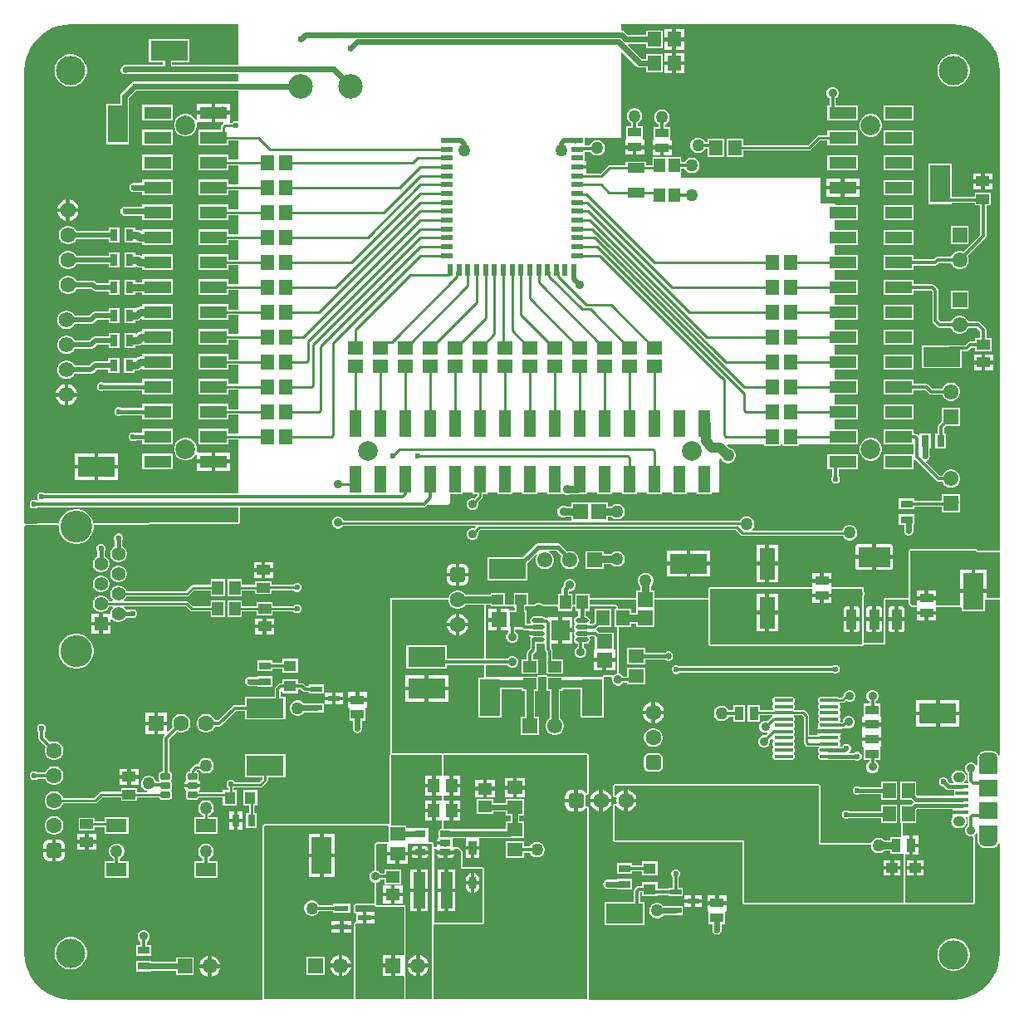
<source format=gtl>
G04*
G04 #@! TF.GenerationSoftware,Altium Limited,Altium Designer,23.7.1 (13)*
G04*
G04 Layer_Physical_Order=1*
G04 Layer_Color=255*
%FSLAX43Y43*%
%MOMM*%
G71*
G04*
G04 #@! TF.SameCoordinates,7FBB53E4-5163-4D6D-B0BA-52333DB4A2EE*
G04*
G04*
G04 #@! TF.FilePolarity,Positive*
G04*
G01*
G75*
%ADD11C,0.508*%
%ADD12C,0.254*%
%ADD20R,3.800X2.030*%
%ADD21R,1.500X1.400*%
%ADD22R,2.030X3.800*%
%ADD23R,1.850X2.150*%
%ADD24O,1.350X0.500*%
%ADD25R,1.400X1.500*%
%ADD26R,1.350X0.400*%
%ADD27R,1.900X1.800*%
%ADD28O,1.950X0.400*%
%ADD29R,0.610X1.270*%
%ADD30R,1.270X0.610*%
%ADD31R,1.150X1.350*%
%ADD32R,1.500X1.600*%
%ADD33R,1.600X1.500*%
G04:AMPARAMS|DCode=34|XSize=0.6mm|YSize=1mm|CornerRadius=0.051mm|HoleSize=0mm|Usage=FLASHONLY|Rotation=90.000|XOffset=0mm|YOffset=0mm|HoleType=Round|Shape=RoundedRectangle|*
%AMROUNDEDRECTD34*
21,1,0.600,0.898,0,0,90.0*
21,1,0.498,1.000,0,0,90.0*
1,1,0.102,0.449,0.249*
1,1,0.102,0.449,-0.249*
1,1,0.102,-0.449,-0.249*
1,1,0.102,-0.449,0.249*
%
%ADD34ROUNDEDRECTD34*%
%ADD35R,1.450X0.600*%
%ADD36R,1.350X0.950*%
%ADD37R,2.790X1.270*%
%ADD38R,0.800X1.250*%
%ADD39R,1.250X0.800*%
%ADD40R,1.150X1.450*%
%ADD41R,1.350X1.000*%
%ADD42R,0.950X1.350*%
G04:AMPARAMS|DCode=43|XSize=1mm|YSize=2.05mm|CornerRadius=0.05mm|HoleSize=0mm|Usage=FLASHONLY|Rotation=180.000|XOffset=0mm|YOffset=0mm|HoleType=Round|Shape=RoundedRectangle|*
%AMROUNDEDRECTD43*
21,1,1.000,1.950,0,0,180.0*
21,1,0.900,2.050,0,0,180.0*
1,1,0.100,-0.450,0.975*
1,1,0.100,0.450,0.975*
1,1,0.100,0.450,-0.975*
1,1,0.100,-0.450,-0.975*
%
%ADD43ROUNDEDRECTD43*%
G04:AMPARAMS|DCode=44|XSize=3.25mm|YSize=2.05mm|CornerRadius=0.051mm|HoleSize=0mm|Usage=FLASHONLY|Rotation=180.000|XOffset=0mm|YOffset=0mm|HoleType=Round|Shape=RoundedRectangle|*
%AMROUNDEDRECTD44*
21,1,3.250,1.948,0,0,180.0*
21,1,3.148,2.050,0,0,180.0*
1,1,0.103,-1.574,0.974*
1,1,0.103,1.574,0.974*
1,1,0.103,1.574,-0.974*
1,1,0.103,-1.574,-0.974*
%
%ADD44ROUNDEDRECTD44*%
%ADD45R,1.600X3.200*%
%ADD46R,1.350X1.550*%
%ADD47R,1.270X2.790*%
%ADD48R,1.200X0.600*%
%ADD49R,1.300X1.100*%
%ADD50R,1.100X1.300*%
%ADD51R,2.100X1.400*%
%ADD52R,1.150X1.000*%
%ADD53R,1.450X1.150*%
%ADD54R,1.400X1.200*%
G04:AMPARAMS|DCode=55|XSize=1.408mm|YSize=0.822mm|CornerRadius=0.411mm|HoleSize=0mm|Usage=FLASHONLY|Rotation=270.000|XOffset=0mm|YOffset=0mm|HoleType=Round|Shape=RoundedRectangle|*
%AMROUNDEDRECTD55*
21,1,1.408,0.000,0,0,270.0*
21,1,0.586,0.822,0,0,270.0*
1,1,0.822,0.000,-0.293*
1,1,0.822,0.000,0.293*
1,1,0.822,0.000,0.293*
1,1,0.822,0.000,-0.293*
%
%ADD55ROUNDEDRECTD55*%
%ADD56R,0.822X1.408*%
%ADD57R,1.200X1.400*%
%ADD58R,1.194X3.708*%
G04:AMPARAMS|DCode=59|XSize=1.1mm|YSize=0.6mm|CornerRadius=0.051mm|HoleSize=0mm|Usage=FLASHONLY|Rotation=180.000|XOffset=0mm|YOffset=0mm|HoleType=Round|Shape=RoundedRectangle|*
%AMROUNDEDRECTD59*
21,1,1.100,0.498,0,0,180.0*
21,1,0.998,0.600,0,0,180.0*
1,1,0.102,-0.499,0.249*
1,1,0.102,0.499,0.249*
1,1,0.102,0.499,-0.249*
1,1,0.102,-0.499,-0.249*
%
%ADD59ROUNDEDRECTD59*%
%ADD60R,1.800X1.000*%
%ADD61R,1.400X1.550*%
%ADD62R,1.550X1.400*%
%ADD63R,1.900X1.575*%
%ADD102C,1.575*%
%ADD109C,3.250*%
%ADD110R,1.390X1.390*%
%ADD111C,1.390*%
%ADD120C,0.305*%
%ADD121C,0.600*%
%ADD122C,1.016*%
%ADD123C,0.229*%
%ADD124C,0.381*%
%ADD125C,0.300*%
%ADD126C,0.762*%
%ADD127C,0.457*%
%ADD128C,0.584*%
G04:AMPARAMS|DCode=129|XSize=1.6mm|YSize=1.6mm|CornerRadius=0.4mm|HoleSize=0mm|Usage=FLASHONLY|Rotation=90.000|XOffset=0mm|YOffset=0mm|HoleType=Round|Shape=RoundedRectangle|*
%AMROUNDEDRECTD129*
21,1,1.600,0.800,0,0,90.0*
21,1,0.800,1.600,0,0,90.0*
1,1,0.800,0.400,0.400*
1,1,0.800,0.400,-0.400*
1,1,0.800,-0.400,-0.400*
1,1,0.800,-0.400,0.400*
%
%ADD129ROUNDEDRECTD129*%
%ADD130C,1.600*%
%ADD131C,1.550*%
%ADD132R,1.550X1.550*%
%ADD133C,2.500*%
%ADD134O,1.250X1.050*%
%ADD135O,1.900X1.200*%
%ADD136R,1.600X1.600*%
%ADD137C,2.000*%
%ADD138R,1.550X1.550*%
G04:AMPARAMS|DCode=139|XSize=1.6mm|YSize=1.6mm|CornerRadius=0.4mm|HoleSize=0mm|Usage=FLASHONLY|Rotation=0.000|XOffset=0mm|YOffset=0mm|HoleType=Round|Shape=RoundedRectangle|*
%AMROUNDEDRECTD139*
21,1,1.600,0.800,0,0,0.0*
21,1,0.800,1.600,0,0,0.0*
1,1,0.800,0.400,-0.400*
1,1,0.800,-0.400,-0.400*
1,1,0.800,-0.400,0.400*
1,1,0.800,0.400,0.400*
%
%ADD139ROUNDEDRECTD139*%
%ADD140C,3.000*%
%ADD141C,0.635*%
%ADD142C,0.610*%
%ADD143C,0.889*%
%ADD144C,0.900*%
%ADD145C,0.600*%
%ADD146C,1.270*%
G36*
X95616Y99678D02*
X96221Y99557D01*
X96805Y99359D01*
X97359Y99086D01*
X97872Y98743D01*
X98336Y98336D01*
X98743Y97872D01*
X99086Y97359D01*
X99359Y96805D01*
X99557Y96221D01*
X99678Y95616D01*
X99717Y95011D01*
X99715Y95000D01*
X99715Y46050D01*
X97546D01*
X97441Y46104D01*
X97385Y46160D01*
X97382Y46167D01*
X97375Y46170D01*
X97352Y46193D01*
X97352Y46193D01*
X97329Y46203D01*
X97296Y46203D01*
X97265Y46215D01*
X90644D01*
X90613Y46203D01*
X90581Y46203D01*
X90557Y46193D01*
X90534Y46170D01*
X90527Y46167D01*
X90524Y46160D01*
X90501Y46137D01*
X90494Y46134D01*
X90491Y46127D01*
X90468Y46104D01*
X90459Y46081D01*
X90459Y46048D01*
X90446Y46017D01*
Y41241D01*
X88087D01*
X87971Y41192D01*
X87922Y41076D01*
Y36675D01*
X85882D01*
Y41381D01*
X85946Y41536D01*
Y41776D01*
X85882Y41931D01*
Y42200D01*
X85834Y42317D01*
X85717Y42365D01*
X82553D01*
Y42788D01*
X81578D01*
X80603D01*
Y42365D01*
X70223D01*
X70107Y42317D01*
X70058Y42200D01*
Y41241D01*
X64554D01*
Y41963D01*
X64145D01*
Y42432D01*
X64232Y42519D01*
X64335Y42698D01*
X64389Y42899D01*
Y43106D01*
X64335Y43306D01*
X64232Y43486D01*
X64085Y43632D01*
X63906Y43736D01*
X63705Y43790D01*
X63498D01*
X63298Y43736D01*
X63118Y43632D01*
X62972Y43486D01*
X62868Y43306D01*
X62814Y43106D01*
Y42899D01*
X62868Y42698D01*
X62972Y42519D01*
X63058Y42432D01*
Y41963D01*
X62649D01*
Y41241D01*
X57917D01*
Y41662D01*
X56463D01*
Y40551D01*
X56257Y40550D01*
X56167Y40640D01*
Y41662D01*
X55828D01*
Y41943D01*
X56000D01*
X56221Y42034D01*
X56391Y42204D01*
X56482Y42425D01*
Y42665D01*
X56391Y42886D01*
X56221Y43056D01*
X56000Y43147D01*
X55760D01*
X55539Y43056D01*
X55369Y42886D01*
X55278Y42665D01*
Y42543D01*
X55165Y42430D01*
X55081Y42304D01*
X55052Y42156D01*
Y41662D01*
X54713D01*
Y40541D01*
X53156Y40533D01*
X53046Y40643D01*
X52825Y40734D01*
X52585D01*
X52364Y40643D01*
X52249Y40528D01*
X51721Y40525D01*
X51631Y40614D01*
Y41713D01*
X50176D01*
Y40516D01*
X49371Y40511D01*
X49281Y40601D01*
Y41713D01*
X47826D01*
Y41605D01*
X45236D01*
X45212Y41646D01*
X45035Y41823D01*
X44818Y41949D01*
X44575Y42013D01*
X44325D01*
X44082Y41949D01*
X43865Y41823D01*
X43688Y41646D01*
X43562Y41429D01*
X43514Y41249D01*
X43498Y41241D01*
X37734D01*
X37617Y41192D01*
X37602Y41178D01*
X37554Y41061D01*
Y25387D01*
X37582Y25319D01*
X37578Y25309D01*
X37555Y25285D01*
X37541Y25253D01*
Y25220D01*
X37529Y25189D01*
Y18238D01*
X37511Y18221D01*
X37471Y18205D01*
X37433Y18196D01*
X37370Y18191D01*
X37354Y18200D01*
X37330Y18202D01*
X37318Y18208D01*
X37318Y18208D01*
X37317Y18207D01*
X37315Y18208D01*
X37312Y18208D01*
X37297Y18217D01*
X37297Y18217D01*
X37288Y18214D01*
X37279Y18217D01*
X37279Y18217D01*
X37279Y18217D01*
X27092Y18203D01*
X26398Y18202D01*
X26398Y18202D01*
X25730Y18201D01*
X24876Y18201D01*
X24876Y18201D01*
X24843Y18201D01*
X24812Y18188D01*
X24812Y18188D01*
X24811Y18188D01*
X24811Y18188D01*
X24799Y18183D01*
X24751Y18174D01*
X24652Y18107D01*
X24625Y18067D01*
X24621Y18063D01*
X24617Y18061D01*
X24615Y18056D01*
X24591Y18033D01*
X24581Y18007D01*
Y18007D01*
X24568Y17977D01*
X24568Y17944D01*
X24556Y17914D01*
X24556Y17896D01*
X24556Y17896D01*
X24556Y17896D01*
Y12497D01*
Y330D01*
X24525Y285D01*
X5000D01*
X4989Y283D01*
X4384Y322D01*
X3779Y443D01*
X3194Y641D01*
X2641Y914D01*
X2128Y1257D01*
X1664Y1664D01*
X1257Y2128D01*
X914Y2641D01*
X641Y3194D01*
X443Y3779D01*
X322Y4384D01*
X290Y4874D01*
X285Y5000D01*
X285Y5000D01*
X285Y5125D01*
Y48545D01*
X298Y48569D01*
X336Y48609D01*
X412Y48643D01*
X413Y48643D01*
X2694Y48659D01*
X3621Y48665D01*
X3624Y48667D01*
X3654Y48657D01*
X3744Y48595D01*
X3772Y48561D01*
X3777Y48549D01*
Y48339D01*
X3845Y47996D01*
X3979Y47672D01*
X4174Y47381D01*
X4422Y47133D01*
X4713Y46939D01*
X5036Y46805D01*
X5380Y46737D01*
X5730D01*
X6073Y46805D01*
X6397Y46939D01*
X6688Y47133D01*
X6935Y47381D01*
X7130Y47672D01*
X7264Y47996D01*
X7332Y48339D01*
Y48572D01*
X7333Y48689D01*
X7452Y48692D01*
X18542Y48768D01*
X21985D01*
X22024Y48785D01*
X22067Y48790D01*
X22139Y48832D01*
X22165Y48866D01*
X22199Y48892D01*
X22241Y48964D01*
X22246Y49007D01*
X22263Y49046D01*
Y50492D01*
X41021D01*
X41021Y50492D01*
X41139Y50515D01*
X41239Y50582D01*
X41330Y50673D01*
X43307D01*
X43404Y50708D01*
X43568Y50829D01*
X43673Y51004D01*
X43703Y51206D01*
X43688Y51308D01*
X43688Y51308D01*
Y51793D01*
X44983D01*
Y51943D01*
X45949D01*
Y51793D01*
X46442D01*
X46455Y51666D01*
X46159Y51369D01*
X46093Y51397D01*
X45855D01*
X45636Y51306D01*
X45468Y51138D01*
X45377Y50919D01*
Y50681D01*
X45468Y50462D01*
X45636Y50294D01*
X45855Y50203D01*
X46093D01*
X46312Y50294D01*
X46480Y50462D01*
X46571Y50681D01*
Y50919D01*
X46543Y50985D01*
X46928Y51370D01*
X46987Y51458D01*
X47008Y51562D01*
Y51793D01*
X47523D01*
Y51943D01*
X48489D01*
Y51793D01*
X50063D01*
Y51943D01*
X51029D01*
Y51793D01*
X52603D01*
Y51943D01*
X53569D01*
Y51793D01*
X55143D01*
Y51793D01*
X55270Y51828D01*
X55285Y51813D01*
X55506Y51722D01*
X55746D01*
X55967Y51813D01*
X56109D01*
Y51793D01*
X57683D01*
Y51943D01*
X58649D01*
Y51793D01*
X60223D01*
Y51943D01*
X61189D01*
Y51793D01*
X62763D01*
Y51943D01*
X63729D01*
Y51793D01*
X65303D01*
Y51943D01*
X66269D01*
Y51793D01*
X67843D01*
Y51943D01*
X68809D01*
Y51793D01*
X70383D01*
Y51943D01*
X71120D01*
Y55398D01*
X71247Y55476D01*
X71300Y55449D01*
X71403Y55270D01*
X71550Y55123D01*
X71729Y55019D01*
X71930Y54966D01*
X72137D01*
X72337Y55019D01*
X72517Y55123D01*
X72663Y55270D01*
X72767Y55449D01*
X72821Y55649D01*
Y55857D01*
X72767Y56057D01*
X72663Y56236D01*
X72517Y56383D01*
X72337Y56487D01*
X72137Y56540D01*
X72119D01*
X71881Y56779D01*
X71930Y56896D01*
X75668D01*
Y56731D01*
X77372D01*
Y56896D01*
X77568D01*
Y56731D01*
X79272D01*
Y56896D01*
X82163D01*
Y56871D01*
X85258D01*
Y58445D01*
X82892D01*
Y59411D01*
X85258D01*
Y60985D01*
X82892D01*
Y61951D01*
X85258D01*
Y63525D01*
X82892D01*
Y64491D01*
X85258D01*
Y66065D01*
X82892D01*
Y67031D01*
X85258D01*
Y68605D01*
X82892D01*
Y69571D01*
X85258D01*
Y71145D01*
X82892D01*
Y72111D01*
X85258D01*
Y73685D01*
X82892D01*
Y74651D01*
X85258D01*
Y76225D01*
X82892D01*
Y77191D01*
X85258D01*
Y78765D01*
X82892D01*
Y79731D01*
X85258D01*
Y81305D01*
X83024D01*
X82931Y81387D01*
X82899Y81419D01*
X82795Y81419D01*
X81407D01*
Y84074D01*
X67259D01*
X67234Y84099D01*
Y84506D01*
X67234D01*
X67238Y84517D01*
X67238Y84517D01*
X67238Y84631D01*
Y85036D01*
X67595D01*
X67696Y84861D01*
X67843Y84714D01*
X68022Y84610D01*
X68222Y84557D01*
X68430D01*
X68630Y84610D01*
X68809Y84714D01*
X68956Y84861D01*
X69060Y85040D01*
X69113Y85240D01*
Y85448D01*
X69060Y85648D01*
X68956Y85827D01*
X68809Y85974D01*
X68630Y86078D01*
X68430Y86131D01*
X68222D01*
X68022Y86078D01*
X67843Y85974D01*
X67696Y85827D01*
X67595Y85652D01*
X67238D01*
Y86171D01*
X64334D01*
Y85342D01*
X63663D01*
Y85722D01*
X61559D01*
Y85362D01*
X59944D01*
X59944Y85362D01*
X59840Y85341D01*
X59752Y85282D01*
X59752Y85282D01*
X58996Y84527D01*
X57667D01*
X57554Y84560D01*
Y84965D01*
X56619D01*
Y85365D01*
X57554D01*
Y85770D01*
X57406D01*
Y86735D01*
X57988D01*
X58044Y86639D01*
X58191Y86492D01*
X58370Y86388D01*
X58570Y86335D01*
X58778D01*
X58978Y86388D01*
X59157Y86492D01*
X59304Y86639D01*
X59408Y86818D01*
X59461Y87018D01*
Y87226D01*
X59408Y87426D01*
X59304Y87605D01*
X59157Y87752D01*
X58978Y87856D01*
X58778Y87909D01*
X58570D01*
X58370Y87856D01*
X58191Y87752D01*
X58044Y87605D01*
X57940Y87426D01*
X57920Y87352D01*
X57406D01*
Y88138D01*
X61087D01*
Y96845D01*
X61204Y96893D01*
X62666Y95432D01*
X62815Y95332D01*
X62992Y95297D01*
X63680D01*
Y94856D01*
X65384D01*
Y96660D01*
X63680D01*
Y96219D01*
X63183D01*
X61810Y97592D01*
X61859Y97710D01*
X63680D01*
Y97269D01*
X65384D01*
Y99073D01*
X63680D01*
Y98632D01*
X61834D01*
X61471Y98996D01*
X61321Y99096D01*
X61145Y99131D01*
X61087D01*
Y99715D01*
X95000D01*
X95011Y99717D01*
X95616Y99678D01*
D02*
G37*
G36*
X5000Y99715D02*
X22098D01*
Y95585D01*
X15320D01*
Y95835D01*
X17089D01*
Y98170D01*
X12984D01*
Y95835D01*
X14398D01*
Y95585D01*
X10618D01*
X10441Y95550D01*
X10292Y95450D01*
X10240Y95398D01*
X10229Y95381D01*
X10179Y95331D01*
X10152Y95266D01*
X10140Y95249D01*
X10136Y95228D01*
X10109Y95163D01*
Y95093D01*
X10105Y95072D01*
X10109Y95052D01*
Y94981D01*
X10136Y94916D01*
X10140Y94896D01*
X10152Y94878D01*
X10179Y94813D01*
X10229Y94763D01*
X10240Y94746D01*
X10258Y94734D01*
X10307Y94685D01*
X10373Y94658D01*
X10390Y94646D01*
X10410Y94642D01*
X10475Y94615D01*
X10546D01*
X10566Y94611D01*
X10587Y94615D01*
X10657D01*
X10722Y94642D01*
X10743Y94646D01*
X10760Y94658D01*
X10772Y94662D01*
X22098D01*
Y93882D01*
X11552D01*
X11508Y93874D01*
X11467D01*
X11429Y93858D01*
X11376Y93847D01*
X11330Y93817D01*
X11301Y93805D01*
X11278Y93782D01*
X11226Y93747D01*
X10168Y92689D01*
X10068Y92539D01*
X10033Y92363D01*
Y91587D01*
X8612D01*
Y87483D01*
X10946D01*
Y90205D01*
X10955Y90250D01*
Y92172D01*
X11743Y92960D01*
X22098D01*
Y89919D01*
X21971Y89835D01*
X21909Y89860D01*
X21729D01*
X21562Y89792D01*
X21464Y89693D01*
X21329Y89693D01*
X21253Y89770D01*
X21253Y89807D01*
Y90505D01*
X19758D01*
Y89770D01*
X20558D01*
X20560Y89766D01*
X20580Y89643D01*
X20516Y89600D01*
X20382Y89466D01*
X20323Y89378D01*
X20302Y89274D01*
Y88952D01*
X18011D01*
Y87378D01*
X21105D01*
Y87893D01*
X22098D01*
Y85897D01*
X21105D01*
Y86412D01*
X18011D01*
Y84838D01*
X21105D01*
Y85353D01*
X22098D01*
Y83357D01*
X21105D01*
Y83872D01*
X18011D01*
Y82298D01*
X21105D01*
Y82813D01*
X22098D01*
Y80817D01*
X21105D01*
Y81332D01*
X18011D01*
Y79758D01*
X21105D01*
Y80273D01*
X22098D01*
Y78277D01*
X21105D01*
Y78792D01*
X18011D01*
Y77218D01*
X21105D01*
Y77733D01*
X22098D01*
Y75710D01*
X21105D01*
Y76252D01*
X18011D01*
Y74678D01*
X21105D01*
Y75166D01*
X22098D01*
Y73197D01*
X21105D01*
Y73712D01*
X18011D01*
Y72138D01*
X21105D01*
Y72653D01*
X22098D01*
Y70630D01*
X21105D01*
Y71172D01*
X18011D01*
Y69598D01*
X21105D01*
Y70086D01*
X22098D01*
Y68117D01*
X21105D01*
Y68632D01*
X18011D01*
Y67058D01*
X21105D01*
Y67573D01*
X22098D01*
Y65550D01*
X21105D01*
Y66092D01*
X18011D01*
Y64518D01*
X21105D01*
Y65006D01*
X22098D01*
Y63037D01*
X21105D01*
Y63552D01*
X18011D01*
Y61978D01*
X21105D01*
Y62493D01*
X22098D01*
Y60470D01*
X21105D01*
Y61012D01*
X18011D01*
Y59438D01*
X21105D01*
Y59926D01*
X22098D01*
Y57957D01*
X21105D01*
Y58472D01*
X18011D01*
Y56898D01*
X21105D01*
Y57413D01*
X22098D01*
Y51870D01*
X2363D01*
X2288Y51946D01*
X2122Y52014D01*
X1942D01*
X1776Y51946D01*
X1648Y51818D01*
X1580Y51652D01*
Y51472D01*
X1648Y51306D01*
X1650Y51304D01*
X1606Y51169D01*
X1550Y51160D01*
X1526Y51184D01*
X1360Y51252D01*
X1180D01*
X1014Y51184D01*
X886Y51056D01*
X818Y50890D01*
Y50710D01*
X886Y50544D01*
X1014Y50416D01*
X1180Y50348D01*
X1360D01*
X1526Y50416D01*
X1601Y50492D01*
X22098D01*
Y49079D01*
X22094Y49070D01*
Y49047D01*
X22083Y49028D01*
X22082Y49018D01*
X22073Y49003D01*
X22065Y48997D01*
X22054Y48977D01*
X22034Y48966D01*
X22028Y48958D01*
X22013Y48949D01*
X22003Y48948D01*
X21984Y48937D01*
X21961D01*
X21952Y48933D01*
X18542D01*
X18541Y48933D01*
X18541Y48933D01*
X7451Y48856D01*
X7450Y48856D01*
X7449Y48856D01*
X7330Y48854D01*
X7296Y48872D01*
X7264Y49032D01*
X7130Y49356D01*
X6935Y49647D01*
X6688Y49895D01*
X6397Y50089D01*
X6073Y50223D01*
X5730Y50291D01*
X5380D01*
X5036Y50223D01*
X4713Y50089D01*
X4422Y49895D01*
X4174Y49647D01*
X3979Y49356D01*
X3845Y49032D01*
X3819Y48898D01*
X3802Y48874D01*
X3797Y48868D01*
X3675Y48823D01*
X3642Y48821D01*
X3620Y48830D01*
X2693Y48824D01*
X412Y48808D01*
X340Y48839D01*
X296Y48884D01*
X285Y48906D01*
Y95000D01*
X283Y95011D01*
X322Y95616D01*
X443Y96221D01*
X641Y96805D01*
X914Y97359D01*
X1257Y97872D01*
X1664Y98336D01*
X2128Y98743D01*
X2641Y99086D01*
X3194Y99359D01*
X3779Y99557D01*
X4384Y99678D01*
X4989Y99717D01*
X5000Y99715D01*
D02*
G37*
G36*
X85717Y36510D02*
X70223D01*
Y36587D01*
Y42200D01*
X80603D01*
Y41688D01*
X81578D01*
Y41488D01*
D01*
Y41688D01*
X82553D01*
Y42200D01*
X85717D01*
Y36510D01*
D02*
G37*
G36*
X97289Y46041D02*
X97311Y45987D01*
X97334Y45964D01*
X97347Y45934D01*
X97377Y45921D01*
X97400Y45898D01*
X97433D01*
X97463Y45885D01*
X99715D01*
Y41241D01*
X98343D01*
Y41735D01*
X97028D01*
X95713D01*
Y40445D01*
X93221D01*
Y41010D01*
X92246D01*
X91271D01*
Y40445D01*
X90827D01*
X90771Y40468D01*
X90634Y40605D01*
X90611Y40661D01*
Y41076D01*
Y46017D01*
X90621Y46041D01*
X90644Y46050D01*
X97265D01*
X97289Y46041D01*
D02*
G37*
G36*
X52953Y40503D02*
X53040Y40416D01*
X53040Y40416D01*
X53040Y40415D01*
X53098Y40392D01*
X53156Y40368D01*
X53157Y40368D01*
X53157Y40368D01*
X54623Y40376D01*
X54713Y40286D01*
Y39907D01*
X56167D01*
Y40285D01*
X56250Y40376D01*
X56370Y40379D01*
X56463Y40287D01*
Y39907D01*
X56742D01*
Y39333D01*
X56715D01*
X56558Y39302D01*
X56425Y39213D01*
X56336Y39080D01*
X56305Y38923D01*
X56336Y38766D01*
X56425Y38632D01*
Y38563D01*
X56336Y38430D01*
X56305Y38273D01*
X56336Y38116D01*
X56386Y38040D01*
X56414Y37948D01*
X56386Y37855D01*
X56336Y37780D01*
X56305Y37623D01*
X56336Y37466D01*
X56425Y37332D01*
Y37263D01*
X56336Y37130D01*
X56305Y36973D01*
X56336Y36816D01*
X56425Y36682D01*
X56558Y36594D01*
X56687Y36568D01*
Y36255D01*
X56659Y36244D01*
X56492Y36076D01*
X56401Y35857D01*
Y35619D01*
X56492Y35400D01*
X56659Y35232D01*
X56879Y35141D01*
X57116D01*
X57336Y35232D01*
X57504Y35400D01*
X57595Y35619D01*
Y35857D01*
X57504Y36076D01*
X57336Y36244D01*
X57308Y36255D01*
Y36562D01*
X57565D01*
X57722Y36594D01*
X57855Y36682D01*
X57944Y36816D01*
X57975Y36973D01*
X57944Y37130D01*
X57904Y37189D01*
X57972Y37316D01*
X58392D01*
X58446Y37262D01*
Y35946D01*
X58298D01*
Y35096D01*
X60498D01*
Y35946D01*
X60350D01*
Y37698D01*
X58882D01*
X58737Y37843D01*
X58637Y37909D01*
X58624Y37912D01*
X58597Y38047D01*
X58612Y38057D01*
X58845Y38290D01*
X60114D01*
Y40095D01*
X58409D01*
Y38726D01*
X58266Y38583D01*
X57975D01*
X57907Y38710D01*
X57944Y38766D01*
X57975Y38923D01*
X57944Y39080D01*
X57855Y39213D01*
X57722Y39302D01*
X57565Y39333D01*
X57519D01*
Y39907D01*
X57917D01*
Y40396D01*
X60562D01*
X60630Y40328D01*
Y40095D01*
X60409D01*
Y38290D01*
X60579D01*
X60691Y38229D01*
Y33490D01*
X60689D01*
X60469Y33399D01*
X60425Y33355D01*
X60301Y33342D01*
X60257Y33360D01*
X60217Y33387D01*
X60200Y33384D01*
X60185Y33390D01*
X59378D01*
X59347Y33377D01*
X59314Y33377D01*
X59291Y33354D01*
X59261Y33342D01*
X59248Y33311D01*
X59225Y33288D01*
X59200Y33225D01*
X53634D01*
X53625Y33248D01*
X53615Y33295D01*
X53602Y33304D01*
X53595Y33319D01*
X53550Y33338D01*
X53510Y33365D01*
X53392Y33387D01*
X53376Y33384D01*
X53361Y33390D01*
X52811D01*
X52796Y33384D01*
X52780Y33387D01*
X52662Y33365D01*
X52622Y33338D01*
X52577Y33319D01*
X52570Y33304D01*
X52557Y33295D01*
X52547Y33248D01*
X52538Y33225D01*
X47404D01*
X47287Y33244D01*
Y34413D01*
X49476D01*
X49489Y34380D01*
X49659Y34210D01*
X49880Y34119D01*
X50120D01*
X50341Y34210D01*
X50511Y34380D01*
X50602Y34601D01*
Y34841D01*
X50511Y35062D01*
X50341Y35232D01*
X50120Y35324D01*
X49880D01*
X49659Y35232D01*
X49489Y35062D01*
X49476Y35029D01*
X47287D01*
Y40517D01*
X47826D01*
Y40409D01*
X49241D01*
X49255Y40394D01*
X49255Y40394D01*
X49255Y40394D01*
X49313Y40370D01*
X49372Y40346D01*
X49372Y40347D01*
X49372Y40346D01*
X50129Y40351D01*
X50238Y40270D01*
X50256Y40246D01*
Y39943D01*
X49693D01*
Y40090D01*
X48843D01*
Y38991D01*
Y37891D01*
X49573D01*
X49623Y37764D01*
X49489Y37629D01*
X49398Y37408D01*
Y37168D01*
X49489Y36947D01*
X49659Y36777D01*
X49880Y36686D01*
X50120D01*
X50341Y36777D01*
X50511Y36947D01*
X50602Y37168D01*
Y37408D01*
X50511Y37629D01*
X50341Y37799D01*
X50308Y37812D01*
Y38038D01*
X51019D01*
X51091Y37990D01*
X51209Y37966D01*
X51209Y37966D01*
X51698D01*
X51758Y37854D01*
X51747Y37837D01*
X51744Y37823D01*
X52690D01*
Y37423D01*
X51744D01*
X51747Y37408D01*
X51868Y37226D01*
X51925Y37188D01*
X51886Y37130D01*
X51855Y36973D01*
X51873Y36881D01*
Y36090D01*
X51598Y35815D01*
X51531Y35715D01*
X51508Y35597D01*
X51508Y35597D01*
Y34953D01*
X50939D01*
Y33498D01*
X52693D01*
Y34953D01*
X52124D01*
Y35469D01*
X52399Y35744D01*
X52399Y35744D01*
X52466Y35844D01*
X52489Y35962D01*
X52489Y35962D01*
Y36562D01*
X53115D01*
X53231Y36585D01*
X53358Y36510D01*
Y35957D01*
X53358Y35957D01*
X53382Y35839D01*
X53448Y35739D01*
X53500Y35687D01*
Y34953D01*
X53479D01*
Y34680D01*
X53473Y34650D01*
X53479Y34620D01*
Y33498D01*
X55233D01*
Y34953D01*
X54116D01*
Y35815D01*
X54116Y35815D01*
X54093Y35933D01*
X54026Y36033D01*
X53975Y36084D01*
Y36573D01*
X54715D01*
Y37948D01*
Y39323D01*
X53690D01*
Y39264D01*
X53563Y39191D01*
X53481Y39207D01*
X53481Y39207D01*
X53409D01*
X53405Y39213D01*
X53272Y39302D01*
X53115Y39333D01*
X52265D01*
X52108Y39302D01*
X51975Y39213D01*
X51886Y39080D01*
X51855Y38923D01*
X51886Y38766D01*
X51923Y38710D01*
X51855Y38583D01*
X51446D01*
Y39943D01*
X51344D01*
Y40409D01*
X51604D01*
X51605Y40408D01*
X51605Y40408D01*
X51605Y40407D01*
X51664Y40384D01*
X51722Y40360D01*
X51722Y40360D01*
X51722Y40360D01*
X52250Y40363D01*
X52308Y40387D01*
X52365Y40411D01*
X52457Y40503D01*
X52598Y40561D01*
X52812D01*
X52953Y40503D01*
D02*
G37*
G36*
X99715Y25204D02*
X99588Y25179D01*
X99559Y25248D01*
X99439Y25406D01*
X99281Y25526D01*
X99098Y25602D01*
X98902Y25628D01*
X98202D01*
X98006Y25602D01*
X97823Y25526D01*
X97665Y25406D01*
X97545Y25248D01*
X97469Y25065D01*
X97446Y24890D01*
X97437Y24869D01*
Y24181D01*
X97310Y24156D01*
X97285Y24217D01*
X97115Y24387D01*
X96894Y24478D01*
X96654D01*
X96433Y24387D01*
X96263Y24217D01*
X96172Y23996D01*
Y23756D01*
X96263Y23535D01*
X96433Y23365D01*
X96466Y23352D01*
Y22606D01*
X96466Y22606D01*
X96489Y22488D01*
X96499Y22473D01*
X96499Y22473D01*
X96499Y22473D01*
Y22346D01*
X96164D01*
X96121Y22473D01*
X96135Y22484D01*
X96244Y22626D01*
X96312Y22791D01*
X96335Y22968D01*
X96312Y23144D01*
X96244Y23309D01*
X96135Y23451D01*
X95994Y23559D01*
X95829Y23627D01*
X95652Y23651D01*
X95452D01*
X95275Y23627D01*
X95110Y23559D01*
X94969Y23451D01*
X94860Y23309D01*
X94792Y23144D01*
X94769Y22968D01*
X94792Y22791D01*
X94860Y22626D01*
X94969Y22484D01*
X94987Y22471D01*
X94944Y22344D01*
X94634D01*
X94432Y22545D01*
Y22593D01*
X94364Y22759D01*
X94236Y22886D01*
X94070Y22955D01*
X93890D01*
X93724Y22886D01*
X93596Y22759D01*
X93528Y22593D01*
Y22413D01*
X93596Y22247D01*
X93724Y22119D01*
X93890Y22051D01*
X93938D01*
X94242Y21747D01*
X94242Y21747D01*
X94355Y21671D01*
X94489Y21644D01*
X94489Y21644D01*
X95050D01*
Y21044D01*
X91332D01*
X91214Y21161D01*
Y22525D01*
X89560D01*
Y20671D01*
X90716D01*
X90914Y20472D01*
X90928Y20399D01*
X90908Y20315D01*
X90872Y20291D01*
X90872Y20291D01*
X90716Y20135D01*
X89556D01*
Y18281D01*
X89624D01*
Y17037D01*
X89632Y17018D01*
X89629Y16996D01*
X89656Y16961D01*
X89658Y16956D01*
X89599Y16832D01*
X89596Y16829D01*
X88539D01*
Y16546D01*
X87946D01*
X87859Y16632D01*
X87680Y16736D01*
X87480Y16789D01*
X87272D01*
X87072Y16736D01*
X86893Y16632D01*
X86746Y16485D01*
X86642Y16306D01*
X86631Y16265D01*
X86589Y16244D01*
X81445D01*
Y22098D01*
X81397Y22215D01*
X81280Y22263D01*
X60452D01*
X60335Y22215D01*
X60287Y22098D01*
Y21098D01*
X60292Y21086D01*
X60289Y21072D01*
X60316Y21029D01*
X60335Y20981D01*
X60348Y20976D01*
X60355Y20965D01*
X60375Y20950D01*
X60380Y20949D01*
X60382Y20945D01*
X60441Y20934D01*
X60498Y20920D01*
X60502Y20923D01*
X60507Y20922D01*
X60575Y20937D01*
X60677Y20828D01*
X60643Y20699D01*
Y20449D01*
X60677Y20320D01*
X60575Y20211D01*
X60507Y20226D01*
X60502Y20225D01*
X60498Y20228D01*
X60441Y20214D01*
X60382Y20203D01*
X60380Y20199D01*
X60375Y20198D01*
X60355Y20183D01*
X60348Y20172D01*
X60335Y20167D01*
X60316Y20119D01*
X60289Y20076D01*
X60292Y20062D01*
X60287Y20050D01*
Y16519D01*
X60335Y16402D01*
X60452Y16354D01*
X73454D01*
Y10160D01*
X73502Y10043D01*
X73619Y9995D01*
X89916D01*
X89998Y10029D01*
X90081Y9995D01*
X97028D01*
X97145Y10043D01*
X97193Y10160D01*
Y16865D01*
X97186Y16881D01*
X97190Y16897D01*
X97179Y16913D01*
X97161Y16942D01*
X97145Y16982D01*
X97196Y17096D01*
X97197Y17097D01*
X97285Y17185D01*
X97310Y17246D01*
X97437Y17220D01*
Y16519D01*
X97446Y16497D01*
X97469Y16323D01*
X97545Y16140D01*
X97665Y15982D01*
X97823Y15862D01*
X98006Y15786D01*
X98202Y15760D01*
X98902D01*
X99098Y15786D01*
X99281Y15862D01*
X99439Y15982D01*
X99559Y16140D01*
X99588Y16209D01*
X99715Y16184D01*
Y5000D01*
X99717Y4989D01*
X99678Y4384D01*
X99557Y3779D01*
X99359Y3194D01*
X99086Y2641D01*
X98743Y2128D01*
X98336Y1664D01*
X97872Y1257D01*
X97359Y914D01*
X96805Y641D01*
X96221Y443D01*
X95616Y322D01*
X95183Y294D01*
X57847D01*
X57823Y330D01*
Y1905D01*
Y19807D01*
X57805Y19851D01*
X57795Y19898D01*
X57781Y19908D01*
X57775Y19923D01*
X57730Y19942D01*
X57690Y19969D01*
X57563Y19994D01*
X57477Y20075D01*
X57466Y20110D01*
X57478Y20174D01*
Y20974D01*
X57466Y21038D01*
X57477Y21073D01*
X57563Y21154D01*
X57690Y21179D01*
X57730Y21206D01*
X57775Y21225D01*
X57781Y21240D01*
X57795Y21250D01*
X57805Y21297D01*
X57823Y21341D01*
Y25222D01*
X57775Y25339D01*
X57658Y25387D01*
X43014D01*
X42923Y25350D01*
X42912Y25361D01*
X42879Y25375D01*
X42846D01*
X42816Y25387D01*
X37733D01*
X37719Y25420D01*
Y41028D01*
X37733Y41062D01*
X37766Y41076D01*
X43498D01*
Y40936D01*
X43562Y40693D01*
X43688Y40476D01*
X43865Y40299D01*
X44082Y40174D01*
X44325Y40109D01*
X44575D01*
X44818Y40174D01*
X45035Y40299D01*
X45212Y40476D01*
X45236Y40517D01*
X47122D01*
Y35029D01*
X43327D01*
Y36393D01*
X39223D01*
Y34058D01*
X43327D01*
Y34413D01*
X47122D01*
Y33225D01*
X47122D01*
X47111Y33197D01*
X47079Y33152D01*
X47030Y33117D01*
X46585D01*
Y29012D01*
X48919D01*
Y31931D01*
X50939D01*
Y31748D01*
X51272D01*
Y29121D01*
X50889D01*
Y27267D01*
X52743D01*
Y29121D01*
X52360D01*
Y31748D01*
X52693D01*
Y33170D01*
X52699Y33184D01*
Y33198D01*
X52712Y33200D01*
X52726Y33209D01*
X52811Y33225D01*
X53357D01*
X53473Y33188D01*
Y33184D01*
X53479Y33170D01*
Y31748D01*
X53812D01*
Y28951D01*
X53787Y28936D01*
X53614Y28763D01*
X53492Y28552D01*
X53429Y28316D01*
Y28072D01*
X53492Y27836D01*
X53614Y27625D01*
X53787Y27452D01*
X53998Y27330D01*
X54234Y27267D01*
X54478D01*
X54714Y27330D01*
X54925Y27452D01*
X55098Y27625D01*
X55220Y27836D01*
X55283Y28072D01*
Y28316D01*
X55220Y28552D01*
X55098Y28763D01*
X54925Y28936D01*
X54900Y28951D01*
Y31748D01*
X55233D01*
Y31931D01*
X56999D01*
Y29012D01*
X59333D01*
Y33117D01*
X59333D01*
X59378Y33225D01*
X59410D01*
X59411Y33225D01*
X60147D01*
X60236Y33129D01*
X60233Y33065D01*
X60211Y33012D01*
Y32774D01*
X60302Y32555D01*
X60469Y32387D01*
X60689Y32296D01*
X60926D01*
X61146Y32387D01*
X61314Y32555D01*
X61325Y32582D01*
X61759D01*
Y32438D01*
X63564D01*
Y34142D01*
X61759D01*
Y33204D01*
X61325D01*
X61314Y33231D01*
X61146Y33399D01*
X60926Y33490D01*
X60856D01*
Y38229D01*
X60856Y38229D01*
X60968Y38290D01*
X62114D01*
Y38648D01*
X62649D01*
Y38259D01*
X64554D01*
Y40063D01*
X64554D01*
Y40159D01*
X64554D01*
Y41076D01*
X70058D01*
Y36510D01*
X70107Y36394D01*
X70223Y36345D01*
X85717D01*
X85834Y36394D01*
X85882Y36510D01*
X88087D01*
Y41043D01*
X88097Y41066D01*
X88120Y41076D01*
X90446D01*
Y40661D01*
X90459Y40631D01*
Y40598D01*
X90482Y40542D01*
X90505Y40519D01*
X90518Y40489D01*
X90654Y40352D01*
X90685Y40339D01*
X90708Y40316D01*
X90764Y40293D01*
X90797D01*
X90827Y40280D01*
X91271D01*
Y39910D01*
X92246D01*
X93221D01*
Y40280D01*
X95713D01*
X95734Y40289D01*
X95861Y40204D01*
Y39883D01*
X98195D01*
Y41076D01*
X99715D01*
Y25204D01*
D02*
G37*
G36*
X62649Y40159D02*
X62649D01*
Y40063D01*
X62649D01*
Y39736D01*
X62114D01*
Y40095D01*
X60795D01*
Y40396D01*
X60630Y40561D01*
X57917D01*
Y41076D01*
X62649D01*
Y40159D01*
D02*
G37*
G36*
X57658Y21341D02*
X57531Y21316D01*
X57526Y21327D01*
X57414Y21473D01*
X57268Y21585D01*
X57098Y21656D01*
X56915Y21680D01*
X56715D01*
Y20574D01*
Y19468D01*
X56915D01*
X57098Y19492D01*
X57268Y19563D01*
X57414Y19675D01*
X57526Y19821D01*
X57531Y19832D01*
X57658Y19807D01*
Y1905D01*
Y330D01*
X42000D01*
Y2093D01*
Y7928D01*
X42052Y7963D01*
X47010D01*
X47127Y8011D01*
X47175Y8128D01*
Y13602D01*
X47127Y13718D01*
X47111Y13734D01*
X46994Y13783D01*
X44932D01*
Y15367D01*
X44884Y15484D01*
X44567Y15801D01*
X44450Y15849D01*
X44141D01*
X44133Y15846D01*
X44125Y15849D01*
X44076Y15822D01*
X44025Y15801D01*
X43915Y15794D01*
X43856Y15860D01*
X43901Y15928D01*
X43916Y16007D01*
Y16505D01*
X43901Y16584D01*
X43873Y16626D01*
X43904Y16718D01*
X43929Y16753D01*
X45263D01*
Y15950D01*
X45974D01*
X46685D01*
Y16753D01*
X49390D01*
Y16728D01*
X51194D01*
Y18432D01*
X50745D01*
Y19046D01*
X51194D01*
Y20750D01*
X49390D01*
Y20351D01*
X48096D01*
Y20750D01*
X46392D01*
Y19246D01*
X48096D01*
Y19445D01*
X49390D01*
Y19046D01*
X49839D01*
Y18432D01*
X49390D01*
Y17659D01*
X43725D01*
X43709Y17662D01*
X43014D01*
Y18558D01*
X43626D01*
Y19558D01*
Y20558D01*
X43014D01*
Y21098D01*
X43626D01*
Y22098D01*
Y23098D01*
X43014D01*
Y25222D01*
X57658D01*
Y21341D01*
D02*
G37*
G36*
X81280Y16079D02*
X86589D01*
Y15898D01*
X86642Y15698D01*
X86746Y15519D01*
X86893Y15372D01*
X87072Y15268D01*
X87272Y15215D01*
X87480D01*
X87680Y15268D01*
X87859Y15372D01*
X87946Y15458D01*
X88539D01*
Y15175D01*
X89793D01*
Y15175D01*
X89916Y15164D01*
Y10160D01*
X73619D01*
Y16519D01*
X60452D01*
Y20050D01*
X60472Y20065D01*
X60639Y20029D01*
X60715Y19899D01*
X60920Y19694D01*
X61170Y19549D01*
X61395Y19489D01*
Y20574D01*
Y21659D01*
X61170Y21599D01*
X60920Y21454D01*
X60715Y21249D01*
X60639Y21119D01*
X60472Y21083D01*
X60452Y21098D01*
Y22098D01*
X81280D01*
Y16079D01*
D02*
G37*
G36*
X94902Y19594D02*
X95877D01*
Y19194D01*
X94902D01*
Y18894D01*
X94902D01*
X94925Y18847D01*
X94860Y18762D01*
X94792Y18597D01*
X94769Y18420D01*
X94792Y18244D01*
X94860Y18079D01*
X94969Y17937D01*
X95110Y17829D01*
X95275Y17761D01*
X95452Y17737D01*
X95652D01*
X95829Y17761D01*
X95994Y17829D01*
X96135Y17937D01*
X96244Y18079D01*
X96312Y18244D01*
X96335Y18420D01*
X96312Y18597D01*
X96244Y18762D01*
X96230Y18780D01*
X96286Y18894D01*
X96449D01*
X96466Y18874D01*
X96466Y18874D01*
Y18050D01*
X96433Y18037D01*
X96263Y17867D01*
X96172Y17646D01*
Y17406D01*
X96263Y17185D01*
X96433Y17015D01*
X96654Y16924D01*
X96894D01*
X96922Y16935D01*
X97028Y16865D01*
Y10160D01*
X90081D01*
Y15027D01*
X90466D01*
Y16002D01*
Y16977D01*
X89891D01*
X89789Y17037D01*
Y18281D01*
X91210D01*
Y19641D01*
X91264Y19694D01*
X94902D01*
Y19594D01*
D02*
G37*
G36*
X37279Y18053D02*
X37279Y18053D01*
X37296Y18044D01*
X37299Y18044D01*
X37299Y18044D01*
X37303Y18043D01*
X37303Y18043D01*
X37303Y18043D01*
X37314Y18038D01*
X37317Y18035D01*
X37339Y18026D01*
X37402Y17941D01*
X37415Y17911D01*
X37417Y17896D01*
Y16399D01*
X37371Y16352D01*
X37290Y16314D01*
X37269Y16323D01*
X37142Y16323D01*
X37142Y16323D01*
X37142Y16323D01*
X36275D01*
X36235Y16306D01*
X36192Y16300D01*
X36120Y16259D01*
X36094Y16225D01*
X36060Y16199D01*
X36019Y16127D01*
X36013Y16084D01*
X35996Y16044D01*
Y13429D01*
X35948D01*
X35727Y13338D01*
X35557Y13168D01*
X35466Y12947D01*
Y12707D01*
X35557Y12486D01*
X35727Y12316D01*
X35948Y12225D01*
X35996D01*
Y10045D01*
X34036D01*
X33919Y9996D01*
X33871Y9880D01*
Y9236D01*
X33919Y9119D01*
X34036Y9071D01*
X34080D01*
Y8201D01*
X34036D01*
X33919Y8153D01*
X33871Y8036D01*
Y330D01*
X24721D01*
Y12497D01*
Y17896D01*
X24721Y17914D01*
X24733Y17944D01*
Y17944D01*
X24744Y17970D01*
X24843Y18036D01*
X24876Y18036D01*
X24876Y18036D01*
X25730Y18036D01*
X26398Y18037D01*
X26398Y18037D01*
X27092Y18038D01*
X37279Y18053D01*
X37279Y18053D01*
D02*
G37*
G36*
X42849Y25209D02*
Y23098D01*
X42226D01*
Y22098D01*
Y21098D01*
X42849D01*
Y20558D01*
X42226D01*
Y19558D01*
Y18558D01*
X42849D01*
Y17662D01*
X42711D01*
X42632Y17647D01*
X42564Y17602D01*
X42519Y17534D01*
X42504Y17455D01*
Y16957D01*
X42519Y16878D01*
X42556Y16823D01*
X42458Y16758D01*
X42380Y16642D01*
X42353Y16505D01*
Y16456D01*
X43210D01*
Y16056D01*
X42353D01*
Y16007D01*
X42363Y15956D01*
X42339Y15918D01*
X42255Y15849D01*
X42052D01*
X42000Y15965D01*
Y16125D01*
X41987Y16155D01*
X41987Y16188D01*
X41978Y16211D01*
X41955Y16234D01*
X41952Y16242D01*
X41945Y16244D01*
X41922Y16267D01*
X41919Y16274D01*
X41912Y16277D01*
X41889Y16300D01*
X41865Y16310D01*
X41833Y16310D01*
X41802Y16323D01*
X41542D01*
X41453Y16413D01*
X41467Y17764D01*
X39221D01*
Y18010D01*
X37694D01*
Y25189D01*
X37707Y25222D01*
X42816D01*
X42849Y25209D01*
D02*
G37*
G36*
X44767Y15367D02*
Y13618D01*
X46994D01*
X47010Y13602D01*
Y8128D01*
X42052D01*
Y15684D01*
X42279D01*
X42359Y15586D01*
X42353Y15555D01*
Y15506D01*
X43210D01*
X44067D01*
Y15555D01*
X44061Y15586D01*
X44141Y15684D01*
X44450D01*
X44767Y15367D01*
D02*
G37*
G36*
X41825Y16148D02*
X41835Y16125D01*
Y15884D01*
Y7928D01*
Y2093D01*
Y330D01*
X39154D01*
Y9880D01*
X36194D01*
X36171Y9889D01*
X36161Y9913D01*
Y12225D01*
X36188D01*
X36409Y12316D01*
X36579Y12486D01*
X36592Y12519D01*
X36994D01*
Y12052D01*
X38698D01*
Y13557D01*
X36994D01*
Y13135D01*
X36592D01*
X36579Y13168D01*
X36409Y13338D01*
X36188Y13429D01*
X36161D01*
Y16044D01*
X36203Y16116D01*
X36275Y16158D01*
X37142D01*
X37269Y16158D01*
X37269Y16040D01*
Y15358D01*
X39369D01*
Y16158D01*
X39496Y16158D01*
X41802D01*
X41825Y16148D01*
D02*
G37*
G36*
X36045Y9763D02*
X36161Y9715D01*
X38989D01*
Y4931D01*
X38959Y4817D01*
X38862Y4817D01*
X38084D01*
Y3742D01*
Y2667D01*
X38862D01*
X38959Y2667D01*
X38989Y2552D01*
Y330D01*
X34036D01*
Y8036D01*
X34757D01*
Y8636D01*
Y9236D01*
X34036D01*
Y9880D01*
X35996D01*
X36045Y9763D01*
D02*
G37*
%LPC*%
G36*
X67532Y99221D02*
X66732D01*
Y98371D01*
X67532D01*
Y99221D01*
D02*
G37*
G36*
X66332D02*
X65532D01*
Y98371D01*
X66332D01*
Y99221D01*
D02*
G37*
G36*
X67532Y97971D02*
X66732D01*
Y97121D01*
X67532D01*
Y97971D01*
D02*
G37*
G36*
X66332D02*
X65532D01*
Y97121D01*
X66332D01*
Y97971D01*
D02*
G37*
G36*
X67532Y96808D02*
X66732D01*
Y95958D01*
X67532D01*
Y96808D01*
D02*
G37*
G36*
X66332D02*
X65532D01*
Y95958D01*
X66332D01*
Y96808D01*
D02*
G37*
G36*
X67532Y95558D02*
X66732D01*
Y94708D01*
X67532D01*
Y95558D01*
D02*
G37*
G36*
X66332D02*
X65532D01*
Y94708D01*
X66332D01*
Y95558D01*
D02*
G37*
G36*
X95163Y96652D02*
X94837D01*
X94518Y96589D01*
X94217Y96464D01*
X93947Y96284D01*
X93716Y96053D01*
X93536Y95783D01*
X93411Y95482D01*
X93348Y95163D01*
Y94837D01*
X93411Y94518D01*
X93536Y94217D01*
X93716Y93947D01*
X93947Y93716D01*
X94217Y93536D01*
X94518Y93411D01*
X94837Y93348D01*
X95163D01*
X95482Y93411D01*
X95783Y93536D01*
X96053Y93716D01*
X96284Y93947D01*
X96464Y94217D01*
X96589Y94518D01*
X96652Y94837D01*
Y95163D01*
X96589Y95482D01*
X96464Y95783D01*
X96284Y96053D01*
X96053Y96284D01*
X95783Y96464D01*
X95482Y96589D01*
X95163Y96652D01*
D02*
G37*
G36*
X90968Y91465D02*
X87873D01*
Y89891D01*
X90968D01*
Y91465D01*
D02*
G37*
G36*
X82797Y93312D02*
X82557D01*
X82336Y93221D01*
X82166Y93051D01*
X82075Y92830D01*
Y92590D01*
X82166Y92369D01*
X82336Y92199D01*
X82369Y92186D01*
Y91465D01*
X82163D01*
Y89891D01*
X85258D01*
Y91465D01*
X82985D01*
Y92186D01*
X83018Y92199D01*
X83188Y92369D01*
X83279Y92590D01*
Y92830D01*
X83188Y93051D01*
X83018Y93221D01*
X82797Y93312D01*
D02*
G37*
G36*
X86717Y90560D02*
X86413D01*
X86120Y90482D01*
X85858Y90330D01*
X85643Y90116D01*
X85491Y89853D01*
X85413Y89560D01*
Y89256D01*
X85491Y88963D01*
X85643Y88700D01*
X85858Y88486D01*
X86120Y88334D01*
X86413Y88256D01*
X86717D01*
X87010Y88334D01*
X87273Y88486D01*
X87487Y88700D01*
X87639Y88963D01*
X87718Y89256D01*
Y89560D01*
X87639Y89853D01*
X87487Y90116D01*
X87273Y90330D01*
X87010Y90482D01*
X86717Y90560D01*
D02*
G37*
G36*
X85258Y88925D02*
X82163D01*
Y88410D01*
X81280D01*
X81176Y88389D01*
X81088Y88330D01*
X81088Y88330D01*
X80151Y87394D01*
X73564D01*
Y88049D01*
X71860D01*
Y86195D01*
X73564D01*
Y86850D01*
X80264D01*
X80368Y86871D01*
X80456Y86930D01*
X81393Y87866D01*
X82163D01*
Y87351D01*
X85258D01*
Y88925D01*
D02*
G37*
G36*
X62588Y91166D02*
X62380D01*
X62180Y91113D01*
X62001Y91009D01*
X61854Y90862D01*
X61750Y90683D01*
X61697Y90483D01*
Y90275D01*
X61750Y90075D01*
X61854Y89896D01*
X62001Y89749D01*
X62176Y89648D01*
Y89319D01*
X61657D01*
Y88093D01*
X61657Y88064D01*
X61586Y87966D01*
X61509D01*
Y87391D01*
X62484D01*
X63459D01*
Y87966D01*
X63382D01*
X63311Y88064D01*
X63311Y88093D01*
Y89319D01*
X62792D01*
Y89648D01*
X62967Y89749D01*
X63114Y89896D01*
X63218Y90075D01*
X63271Y90275D01*
Y90483D01*
X63218Y90683D01*
X63114Y90862D01*
X62967Y91009D01*
X62788Y91113D01*
X62588Y91166D01*
D02*
G37*
G36*
X90968Y88925D02*
X87873D01*
Y87351D01*
X90968D01*
Y88925D01*
D02*
G37*
G36*
X65382Y91039D02*
X65174D01*
X64974Y90986D01*
X64795Y90882D01*
X64648Y90735D01*
X64544Y90556D01*
X64491Y90356D01*
Y90148D01*
X64544Y89948D01*
X64648Y89769D01*
X64795Y89622D01*
X64970Y89521D01*
Y89261D01*
X64451D01*
Y88036D01*
X64451Y88007D01*
X64380Y87909D01*
X64303D01*
Y87334D01*
X65278D01*
X66253D01*
Y87909D01*
X66176D01*
X66105Y88007D01*
X66105Y88036D01*
Y89261D01*
X65586D01*
Y89521D01*
X65761Y89622D01*
X65908Y89769D01*
X66012Y89948D01*
X66065Y90148D01*
Y90356D01*
X66012Y90556D01*
X65908Y90735D01*
X65761Y90882D01*
X65582Y90986D01*
X65382Y91039D01*
D02*
G37*
G36*
X63459Y86991D02*
X62684D01*
Y86416D01*
X63459D01*
Y86991D01*
D02*
G37*
G36*
X62284D02*
X61509D01*
Y86416D01*
X62284D01*
Y86991D01*
D02*
G37*
G36*
X66253Y86934D02*
X65478D01*
Y86359D01*
X66253D01*
Y86934D01*
D02*
G37*
G36*
X65078D02*
X64303D01*
Y86359D01*
X65078D01*
Y86934D01*
D02*
G37*
G36*
X69065Y88163D02*
X68857D01*
X68657Y88110D01*
X68478Y88006D01*
X68331Y87859D01*
X68227Y87680D01*
X68174Y87480D01*
Y87272D01*
X68227Y87072D01*
X68331Y86893D01*
X68478Y86746D01*
X68657Y86642D01*
X68857Y86589D01*
X69065D01*
X69265Y86642D01*
X69444Y86746D01*
X69591Y86893D01*
X69692Y87068D01*
X69960D01*
Y86195D01*
X71664D01*
Y88049D01*
X69960D01*
Y87684D01*
X69692D01*
X69591Y87859D01*
X69444Y88006D01*
X69265Y88110D01*
X69065Y88163D01*
D02*
G37*
G36*
X90968Y86385D02*
X87873D01*
Y84811D01*
X90968D01*
Y86385D01*
D02*
G37*
G36*
X85258D02*
X82163D01*
Y84811D01*
X85258D01*
Y86385D01*
D02*
G37*
G36*
X98968Y84504D02*
X98193D01*
Y83904D01*
X98968D01*
Y84504D01*
D02*
G37*
G36*
X97793D02*
X97018D01*
Y83904D01*
X97793D01*
Y84504D01*
D02*
G37*
G36*
X85405Y83993D02*
X83910D01*
Y83258D01*
X85405D01*
Y83993D01*
D02*
G37*
G36*
X83510D02*
X82015D01*
Y83258D01*
X83510D01*
Y83993D01*
D02*
G37*
G36*
X98968Y83504D02*
X98193D01*
Y82904D01*
X98968D01*
Y83504D01*
D02*
G37*
G36*
X97793D02*
X97018D01*
Y82904D01*
X97793D01*
Y83504D01*
D02*
G37*
G36*
X90968Y83845D02*
X87873D01*
Y82271D01*
X90968D01*
Y83845D01*
D02*
G37*
G36*
X85405Y82858D02*
X83910D01*
Y82123D01*
X85405D01*
Y82858D01*
D02*
G37*
G36*
X83510D02*
X82015D01*
Y82123D01*
X83510D01*
Y82858D01*
D02*
G37*
G36*
X90968Y81305D02*
X87873D01*
Y79731D01*
X90968D01*
Y81305D01*
D02*
G37*
G36*
X96558Y79159D02*
X94704D01*
Y77305D01*
X96558D01*
Y79159D01*
D02*
G37*
G36*
X90968Y78765D02*
X87873D01*
Y77191D01*
X90968D01*
Y78765D01*
D02*
G37*
G36*
X94792Y85491D02*
X92457D01*
Y81387D01*
X94792D01*
Y81505D01*
X97166D01*
Y81252D01*
X97736D01*
Y78233D01*
X96033Y76531D01*
X95989Y76556D01*
X95753Y76619D01*
X95509D01*
X95273Y76556D01*
X95062Y76434D01*
X94889Y76261D01*
X94767Y76050D01*
X94754Y76000D01*
X93370D01*
X93252Y75977D01*
X93152Y75910D01*
X93152Y75910D01*
X92989Y75746D01*
X90968D01*
Y76225D01*
X87873D01*
Y74651D01*
X90968D01*
Y75130D01*
X93116D01*
X93116Y75130D01*
X93234Y75153D01*
X93334Y75220D01*
X93498Y75384D01*
X94754D01*
X94767Y75334D01*
X94889Y75123D01*
X95062Y74950D01*
X95273Y74828D01*
X95509Y74765D01*
X95753D01*
X95989Y74828D01*
X96200Y74950D01*
X96373Y75123D01*
X96495Y75334D01*
X96558Y75570D01*
Y75814D01*
X96495Y76050D01*
X96469Y76094D01*
X98262Y77887D01*
X98262Y77887D01*
X98329Y77987D01*
X98352Y78105D01*
X98352Y78105D01*
Y81252D01*
X98821D01*
Y82556D01*
X97166D01*
Y82122D01*
X94792D01*
Y85491D01*
D02*
G37*
G36*
X96558Y72555D02*
X94704D01*
Y70701D01*
X96558D01*
Y72555D01*
D02*
G37*
G36*
X90968Y71145D02*
X87873D01*
Y69571D01*
X90968D01*
Y71145D01*
D02*
G37*
G36*
Y68605D02*
X87873D01*
Y67031D01*
X90968D01*
Y68605D01*
D02*
G37*
G36*
Y73685D02*
X87873D01*
Y72111D01*
X90968D01*
Y72590D01*
X92709D01*
X92859Y72440D01*
Y69494D01*
X92859Y69494D01*
X92882Y69376D01*
X92949Y69276D01*
X93356Y68870D01*
X93356Y68870D01*
X93456Y68803D01*
X93574Y68780D01*
X94754D01*
X94767Y68730D01*
X94889Y68519D01*
X95062Y68346D01*
X95273Y68224D01*
X95509Y68161D01*
X95753D01*
X95989Y68224D01*
X96200Y68346D01*
X96373Y68519D01*
X96495Y68730D01*
X96508Y68780D01*
X97383D01*
X97736Y68427D01*
Y67708D01*
X97217D01*
Y67364D01*
X96698D01*
X96580Y67341D01*
X96480Y67274D01*
X96480Y67274D01*
X96190Y66985D01*
X94693D01*
X94663Y66979D01*
X91775D01*
Y64644D01*
X95880D01*
Y66368D01*
X96318D01*
X96318Y66368D01*
X96436Y66392D01*
X96536Y66458D01*
X96826Y66748D01*
X97217D01*
Y66404D01*
X98871D01*
Y67708D01*
X98352D01*
Y68555D01*
X98352Y68555D01*
X98329Y68673D01*
X98262Y68773D01*
X98262Y68773D01*
X97729Y69306D01*
X97629Y69373D01*
X97511Y69396D01*
X97511Y69396D01*
X96508D01*
X96495Y69446D01*
X96373Y69657D01*
X96200Y69830D01*
X95989Y69952D01*
X95753Y70015D01*
X95509D01*
X95273Y69952D01*
X95062Y69830D01*
X94889Y69657D01*
X94767Y69446D01*
X94754Y69396D01*
X93701D01*
X93476Y69622D01*
Y72568D01*
X93476Y72568D01*
X93452Y72686D01*
X93385Y72786D01*
X93385Y72786D01*
X93055Y73116D01*
X92955Y73183D01*
X92837Y73206D01*
X92837Y73206D01*
X90968D01*
Y73685D01*
D02*
G37*
G36*
X99019Y66056D02*
X98244D01*
Y65456D01*
X99019D01*
Y66056D01*
D02*
G37*
G36*
X97844D02*
X97069D01*
Y65456D01*
X97844D01*
Y66056D01*
D02*
G37*
G36*
X90968Y66065D02*
X87873D01*
Y64491D01*
X90968D01*
Y66065D01*
D02*
G37*
G36*
X99019Y65056D02*
X98244D01*
Y64456D01*
X99019D01*
Y65056D01*
D02*
G37*
G36*
X97844D02*
X97069D01*
Y64456D01*
X97844D01*
Y65056D01*
D02*
G37*
G36*
X90968Y63525D02*
X87873D01*
Y61951D01*
X90968D01*
Y62430D01*
X92118D01*
X92511Y62037D01*
X92511Y62037D01*
X92611Y61971D01*
X92729Y61947D01*
X92729Y61947D01*
X93865D01*
X93878Y61897D01*
X94000Y61686D01*
X94173Y61513D01*
X94384Y61391D01*
X94620Y61328D01*
X94864D01*
X95100Y61391D01*
X95311Y61513D01*
X95484Y61686D01*
X95606Y61897D01*
X95669Y62133D01*
Y62377D01*
X95606Y62613D01*
X95484Y62825D01*
X95311Y62998D01*
X95100Y63120D01*
X94864Y63183D01*
X94620D01*
X94384Y63120D01*
X94173Y62998D01*
X94000Y62825D01*
X93878Y62613D01*
X93865Y62564D01*
X92856D01*
X92464Y62956D01*
X92364Y63023D01*
X92246Y63046D01*
X92246Y63046D01*
X90968D01*
Y63525D01*
D02*
G37*
G36*
Y60985D02*
X87873D01*
Y59411D01*
X90968D01*
Y60985D01*
D02*
G37*
G36*
X95669Y60643D02*
X93815D01*
Y59224D01*
X93495Y58905D01*
X93428Y58805D01*
X93405Y58687D01*
X93405Y58687D01*
Y58029D01*
X93161D01*
Y56474D01*
X94266D01*
Y58029D01*
X94022D01*
Y58559D01*
X94251Y58788D01*
X95669D01*
Y60643D01*
D02*
G37*
G36*
X86717Y57540D02*
X86413D01*
X86120Y57462D01*
X85858Y57310D01*
X85643Y57096D01*
X85491Y56833D01*
X85413Y56540D01*
Y56236D01*
X85491Y55943D01*
X85643Y55680D01*
X85858Y55466D01*
X86120Y55314D01*
X86413Y55236D01*
X86717D01*
X87010Y55314D01*
X87273Y55466D01*
X87487Y55680D01*
X87639Y55943D01*
X87718Y56236D01*
Y56540D01*
X87639Y56833D01*
X87487Y57096D01*
X87273Y57310D01*
X87010Y57462D01*
X86717Y57540D01*
D02*
G37*
G36*
X85258Y55905D02*
X82163D01*
Y54331D01*
X82673D01*
Y53671D01*
X82598Y53596D01*
X82529Y53430D01*
Y53250D01*
X82598Y53084D01*
X82726Y52956D01*
X82892Y52888D01*
X83072D01*
X83238Y52956D01*
X83365Y53084D01*
X83434Y53250D01*
Y53430D01*
X83365Y53596D01*
X83290Y53671D01*
Y54331D01*
X85258D01*
Y55905D01*
D02*
G37*
G36*
X90968Y58445D02*
X87873D01*
Y56871D01*
X90963D01*
Y55905D01*
X87873D01*
Y54331D01*
X90968D01*
Y55300D01*
X91095Y55353D01*
X93275Y53173D01*
X93375Y53106D01*
X93493Y53082D01*
X93493Y53082D01*
X93865D01*
X93878Y53033D01*
X94000Y52821D01*
X94173Y52649D01*
X94384Y52527D01*
X94620Y52463D01*
X94864D01*
X95100Y52527D01*
X95311Y52649D01*
X95484Y52821D01*
X95606Y53033D01*
X95669Y53269D01*
Y53513D01*
X95606Y53749D01*
X95484Y53960D01*
X95311Y54133D01*
X95100Y54255D01*
X94864Y54318D01*
X94620D01*
X94384Y54255D01*
X94173Y54133D01*
X94000Y53960D01*
X93878Y53749D01*
X93865Y53699D01*
X93620D01*
X92220Y55099D01*
X92219Y55128D01*
X92257Y55242D01*
X92258Y55242D01*
X92302Y55251D01*
X92340Y55276D01*
X92382Y55293D01*
X92414Y55325D01*
X92452Y55351D01*
X92477Y55388D01*
X92509Y55421D01*
X92527Y55463D01*
X92552Y55500D01*
X92561Y55545D01*
X92578Y55587D01*
Y55632D01*
X92587Y55677D01*
X92578Y55721D01*
Y55767D01*
X92574Y55776D01*
Y56474D01*
X92666D01*
Y58029D01*
X91561D01*
Y57808D01*
X91434Y57756D01*
X91313Y57876D01*
X91213Y57943D01*
X91095Y57966D01*
X91095Y57966D01*
X90968D01*
Y58445D01*
D02*
G37*
G36*
X95669Y51778D02*
X93815D01*
Y51121D01*
X90998D01*
Y51365D01*
X89443D01*
Y50260D01*
X90998D01*
Y50504D01*
X93815D01*
Y49923D01*
X95669D01*
Y50782D01*
X95687Y50809D01*
X95711Y50927D01*
X95687Y51045D01*
X95669Y51072D01*
Y51778D01*
D02*
G37*
G36*
X57864Y50990D02*
Y50990D01*
X57836Y50990D01*
X56060D01*
Y50582D01*
X55506D01*
X55365Y50640D01*
X55125D01*
X54904Y50549D01*
X54734Y50379D01*
X54643Y50158D01*
Y49918D01*
X54734Y49697D01*
X54904Y49527D01*
X55125Y49436D01*
X55365D01*
X55506Y49494D01*
X56060D01*
Y49106D01*
X32817D01*
X32764Y49233D01*
X32596Y49401D01*
X32377Y49492D01*
X32139D01*
X31920Y49401D01*
X31752Y49233D01*
X31661Y49014D01*
Y48776D01*
X31752Y48557D01*
X31920Y48389D01*
X32139Y48298D01*
X32377D01*
X32596Y48389D01*
X32764Y48557D01*
X32766Y48562D01*
X46234D01*
X46282Y48445D01*
X46163Y48326D01*
X46094Y48354D01*
X45854D01*
X45633Y48263D01*
X45463Y48093D01*
X45372Y47872D01*
Y47632D01*
X45463Y47411D01*
X45633Y47241D01*
X45854Y47150D01*
X46094D01*
X46315Y47241D01*
X46485Y47411D01*
X46576Y47632D01*
Y47872D01*
X46548Y47941D01*
X46740Y48134D01*
X72785D01*
X73293Y47626D01*
X73293Y47626D01*
X73381Y47567D01*
X73485Y47547D01*
X73485Y47547D01*
X83707D01*
X83782Y47417D01*
X83929Y47271D01*
X84108Y47167D01*
X84308Y47113D01*
X84516D01*
X84716Y47167D01*
X84896Y47271D01*
X85042Y47417D01*
X85146Y47597D01*
X85199Y47797D01*
Y48004D01*
X85146Y48205D01*
X85042Y48384D01*
X84896Y48531D01*
X84716Y48635D01*
X84516Y48688D01*
X84308D01*
X84108Y48635D01*
X83929Y48531D01*
X83782Y48384D01*
X83678Y48205D01*
X83648Y48091D01*
X74530D01*
X74477Y48218D01*
X74544Y48285D01*
X74648Y48464D01*
X74701Y48664D01*
Y48872D01*
X74648Y49072D01*
X74544Y49251D01*
X74397Y49398D01*
X74218Y49502D01*
X74018Y49555D01*
X73810D01*
X73610Y49502D01*
X73431Y49398D01*
X73284Y49251D01*
X73200Y49106D01*
X59764D01*
Y49494D01*
X60136D01*
X60223Y49408D01*
X60402Y49304D01*
X60602Y49251D01*
X60810D01*
X61010Y49304D01*
X61189Y49408D01*
X61336Y49555D01*
X61440Y49734D01*
X61493Y49934D01*
Y50142D01*
X61440Y50342D01*
X61336Y50521D01*
X61189Y50668D01*
X61010Y50772D01*
X60810Y50825D01*
X60602D01*
X60402Y50772D01*
X60223Y50668D01*
X60136Y50582D01*
X59764D01*
Y50990D01*
X57988D01*
X57960Y50990D01*
Y50990D01*
X57864D01*
D02*
G37*
G36*
X90998Y49765D02*
X89443D01*
Y48660D01*
X89988D01*
Y48057D01*
X89997Y48012D01*
Y47967D01*
X90014Y47925D01*
X90023Y47880D01*
X90048Y47843D01*
X90066Y47801D01*
X90098Y47768D01*
X90123Y47731D01*
X90161Y47705D01*
X90193Y47673D01*
X90235Y47656D01*
X90273Y47631D01*
X90317Y47622D01*
X90359Y47604D01*
X90405D01*
X90449Y47596D01*
X90494Y47604D01*
X90539D01*
X90581Y47622D01*
X90626Y47631D01*
X90664Y47656D01*
X90706Y47673D01*
X90738Y47705D01*
X90776Y47731D01*
X90801Y47768D01*
X90833Y47801D01*
X90850Y47843D01*
X90876Y47880D01*
X90884Y47925D01*
X90902Y47967D01*
Y48012D01*
X90911Y48057D01*
Y48660D01*
X90998D01*
Y49765D01*
D02*
G37*
G36*
X88486Y46745D02*
X87112D01*
Y45613D01*
X88844D01*
Y46387D01*
X88817Y46524D01*
X88739Y46640D01*
X88623Y46718D01*
X88486Y46745D01*
D02*
G37*
G36*
X86712D02*
X85338D01*
X85201Y46718D01*
X85085Y46640D01*
X85007Y46524D01*
X84980Y46387D01*
Y45613D01*
X86712D01*
Y46745D01*
D02*
G37*
G36*
X77090Y46638D02*
X76190D01*
Y44938D01*
X77090D01*
Y46638D01*
D02*
G37*
G36*
X75790D02*
X74890D01*
Y44938D01*
X75790D01*
Y46638D01*
D02*
G37*
G36*
X70196Y46037D02*
X68196D01*
Y44922D01*
X70196D01*
Y46037D01*
D02*
G37*
G36*
X67796D02*
X65796D01*
Y44922D01*
X67796D01*
Y46037D01*
D02*
G37*
G36*
X9963Y47803D02*
X9783D01*
X9616Y47734D01*
X9489Y47607D01*
X9420Y47441D01*
Y47261D01*
X9484Y47106D01*
Y46474D01*
X9352Y46398D01*
X9195Y46240D01*
X9083Y46047D01*
X9025Y45832D01*
Y45608D01*
X9083Y45393D01*
X9195Y45200D01*
X9352Y45042D01*
X9546Y44930D01*
X9761Y44873D01*
X9984D01*
X10200Y44930D01*
X10393Y45042D01*
X10551Y45200D01*
X10662Y45393D01*
X10720Y45608D01*
Y45832D01*
X10662Y46047D01*
X10551Y46240D01*
X10393Y46398D01*
X10261Y46474D01*
Y47106D01*
X10325Y47261D01*
Y47441D01*
X10256Y47607D01*
X10129Y47734D01*
X9963Y47803D01*
D02*
G37*
G36*
X59347Y46012D02*
X57493D01*
Y44158D01*
X59347D01*
Y44668D01*
X60136D01*
X60223Y44582D01*
X60402Y44478D01*
X60602Y44425D01*
X60810D01*
X61010Y44478D01*
X61189Y44582D01*
X61336Y44729D01*
X61440Y44908D01*
X61493Y45108D01*
Y45316D01*
X61440Y45516D01*
X61336Y45695D01*
X61189Y45842D01*
X61010Y45946D01*
X60810Y45999D01*
X60602D01*
X60402Y45946D01*
X60223Y45842D01*
X60136Y45756D01*
X59347D01*
Y46012D01*
D02*
G37*
G36*
X25613Y44880D02*
X24838D01*
Y44280D01*
X25613D01*
Y44880D01*
D02*
G37*
G36*
X24438D02*
X23663D01*
Y44280D01*
X24438D01*
Y44880D01*
D02*
G37*
G36*
X54676Y46804D02*
X52635D01*
X52486Y46774D01*
X52360Y46690D01*
X51033Y45363D01*
X47478D01*
Y43029D01*
X51582D01*
Y44814D01*
X52505Y45737D01*
X52598Y45654D01*
X52476Y45443D01*
X52413Y45207D01*
Y44963D01*
X52476Y44727D01*
X52598Y44516D01*
X52771Y44343D01*
X52982Y44221D01*
X53218Y44158D01*
X53462D01*
X53698Y44221D01*
X53909Y44343D01*
X54082Y44516D01*
X54204Y44727D01*
X54267Y44963D01*
Y45207D01*
X54204Y45443D01*
X54082Y45654D01*
X53909Y45827D01*
X53783Y45900D01*
X53817Y46027D01*
X54515D01*
X55047Y45496D01*
X55016Y45443D01*
X54953Y45207D01*
Y44963D01*
X55016Y44727D01*
X55138Y44516D01*
X55311Y44343D01*
X55522Y44221D01*
X55758Y44158D01*
X56002D01*
X56238Y44221D01*
X56449Y44343D01*
X56622Y44516D01*
X56744Y44727D01*
X56807Y44963D01*
Y45207D01*
X56744Y45443D01*
X56622Y45654D01*
X56449Y45827D01*
X56238Y45949D01*
X56002Y46012D01*
X55758D01*
X55656Y45985D01*
X54951Y46690D01*
X54825Y46774D01*
X54676Y46804D01*
D02*
G37*
G36*
X88844Y45213D02*
X87112D01*
Y44081D01*
X88486D01*
X88623Y44109D01*
X88739Y44186D01*
X88817Y44302D01*
X88844Y44439D01*
Y45213D01*
D02*
G37*
G36*
X86712D02*
X84980D01*
Y44439D01*
X85007Y44302D01*
X85085Y44186D01*
X85201Y44109D01*
X85338Y44081D01*
X86712D01*
Y45213D01*
D02*
G37*
G36*
X8185Y46722D02*
X8005D01*
X7838Y46653D01*
X7711Y46526D01*
X7642Y46360D01*
Y46180D01*
X7706Y46025D01*
Y45458D01*
X7574Y45382D01*
X7417Y45224D01*
X7305Y45031D01*
X7247Y44816D01*
Y44592D01*
X7305Y44377D01*
X7417Y44184D01*
X7574Y44026D01*
X7768Y43914D01*
X7983Y43857D01*
X8206D01*
X8422Y43914D01*
X8615Y44026D01*
X8773Y44184D01*
X8884Y44377D01*
X8942Y44592D01*
Y44816D01*
X8884Y45031D01*
X8773Y45224D01*
X8615Y45382D01*
X8483Y45458D01*
Y46025D01*
X8547Y46180D01*
Y46360D01*
X8478Y46526D01*
X8351Y46653D01*
X8185Y46722D01*
D02*
G37*
G36*
X44850Y44707D02*
X44650D01*
Y43801D01*
X45556D01*
Y44001D01*
X45532Y44184D01*
X45461Y44354D01*
X45349Y44500D01*
X45203Y44612D01*
X45033Y44683D01*
X44850Y44707D01*
D02*
G37*
G36*
X44250D02*
X44050D01*
X43867Y44683D01*
X43697Y44612D01*
X43551Y44500D01*
X43439Y44354D01*
X43368Y44184D01*
X43344Y44001D01*
Y43801D01*
X44250D01*
Y44707D01*
D02*
G37*
G36*
X70196Y44522D02*
X68196D01*
Y43407D01*
X70196D01*
Y44522D01*
D02*
G37*
G36*
X67796D02*
X65796D01*
Y43407D01*
X67796D01*
Y44522D01*
D02*
G37*
G36*
X25613Y43880D02*
X24838D01*
Y43280D01*
X25613D01*
Y43880D01*
D02*
G37*
G36*
X24438D02*
X23663D01*
Y43280D01*
X24438D01*
Y43880D01*
D02*
G37*
G36*
X82553Y43763D02*
X81778D01*
Y43188D01*
X82553D01*
Y43763D01*
D02*
G37*
G36*
X81378D02*
X80603D01*
Y43188D01*
X81378D01*
Y43763D01*
D02*
G37*
G36*
X9984Y44535D02*
X9761D01*
X9546Y44478D01*
X9352Y44366D01*
X9195Y44208D01*
X9083Y44015D01*
X9025Y43800D01*
Y43576D01*
X9083Y43361D01*
X9195Y43168D01*
X9352Y43010D01*
X9546Y42898D01*
X9761Y42841D01*
X9984D01*
X10200Y42898D01*
X10393Y43010D01*
X10551Y43168D01*
X10662Y43361D01*
X10720Y43576D01*
Y43800D01*
X10662Y44015D01*
X10551Y44208D01*
X10393Y44366D01*
X10200Y44478D01*
X9984Y44535D01*
D02*
G37*
G36*
X77090Y44538D02*
X76190D01*
Y42838D01*
X77090D01*
Y44538D01*
D02*
G37*
G36*
X75790D02*
X74890D01*
Y42838D01*
X75790D01*
Y44538D01*
D02*
G37*
G36*
X45556Y43401D02*
X44650D01*
Y42495D01*
X44850D01*
X45033Y42519D01*
X45203Y42590D01*
X45349Y42702D01*
X45461Y42848D01*
X45532Y43018D01*
X45556Y43201D01*
Y43401D01*
D02*
G37*
G36*
X44250D02*
X43344D01*
Y43201D01*
X43368Y43018D01*
X43439Y42848D01*
X43551Y42702D01*
X43697Y42590D01*
X43867Y42519D01*
X44050Y42495D01*
X44250D01*
Y43401D01*
D02*
G37*
G36*
X20718Y43157D02*
X19263D01*
Y42552D01*
X17482D01*
X17378Y42531D01*
X17289Y42472D01*
X16745Y41928D01*
X10677D01*
X10662Y41983D01*
X10551Y42176D01*
X10393Y42334D01*
X10200Y42446D01*
X9984Y42503D01*
X9761D01*
X9546Y42446D01*
X9352Y42334D01*
X9195Y42176D01*
X9083Y41983D01*
X9025Y41768D01*
Y41544D01*
X9083Y41329D01*
X9195Y41136D01*
X9291Y41039D01*
X9239Y40912D01*
X8899D01*
X8884Y40967D01*
X8773Y41160D01*
X8615Y41318D01*
X8422Y41430D01*
X8206Y41487D01*
X7983D01*
X7768Y41430D01*
X7574Y41318D01*
X7417Y41160D01*
X7305Y40967D01*
X7247Y40752D01*
Y40528D01*
X7305Y40313D01*
X7417Y40120D01*
X7574Y39962D01*
X7768Y39850D01*
X7983Y39793D01*
X8206D01*
X8422Y39850D01*
X8615Y39962D01*
X8773Y40120D01*
X8884Y40313D01*
X8899Y40368D01*
X9239D01*
X9291Y40241D01*
X9195Y40144D01*
X9083Y39951D01*
X9025Y39736D01*
Y39603D01*
X8295D01*
Y38808D01*
X9090D01*
Y39050D01*
X9217Y39082D01*
X9352Y38946D01*
X9546Y38834D01*
X9761Y38777D01*
X9984D01*
X10200Y38834D01*
X10393Y38946D01*
X10551Y39104D01*
X10627Y39236D01*
X11076D01*
X11230Y39172D01*
X11410D01*
X11577Y39240D01*
X11704Y39368D01*
X11773Y39534D01*
Y39714D01*
X11704Y39880D01*
X11577Y40008D01*
X11410Y40076D01*
X11230D01*
X11076Y40012D01*
X10627D01*
X10551Y40144D01*
X10454Y40241D01*
X10507Y40368D01*
X16745D01*
X17173Y39940D01*
X17262Y39881D01*
X17366Y39860D01*
X17366Y39860D01*
X19263D01*
Y39255D01*
X20718D01*
Y41009D01*
X19263D01*
Y40404D01*
X17478D01*
X17050Y40832D01*
X16962Y40891D01*
X16858Y40912D01*
X10507D01*
X10454Y41039D01*
X10551Y41136D01*
X10662Y41329D01*
X10677Y41384D01*
X16858D01*
X16962Y41405D01*
X17050Y41464D01*
X17594Y42008D01*
X19263D01*
Y41403D01*
X20718D01*
Y43157D01*
D02*
G37*
G36*
X22468D02*
X21013D01*
Y41403D01*
X22468D01*
Y42008D01*
X23811D01*
Y41628D01*
X25465D01*
Y42019D01*
X27699D01*
X27811Y41907D01*
X27977Y41839D01*
X28157D01*
X28323Y41907D01*
X28451Y42035D01*
X28519Y42201D01*
Y42381D01*
X28451Y42547D01*
X28323Y42675D01*
X28157Y42743D01*
X27977D01*
X27811Y42675D01*
X27699Y42563D01*
X25465D01*
Y42932D01*
X23811D01*
Y42552D01*
X22468D01*
Y43157D01*
D02*
G37*
G36*
X8206Y43519D02*
X7983D01*
X7768Y43462D01*
X7574Y43350D01*
X7417Y43192D01*
X7305Y42999D01*
X7247Y42784D01*
Y42560D01*
X7305Y42345D01*
X7417Y42152D01*
X7574Y41994D01*
X7768Y41882D01*
X7983Y41825D01*
X8206D01*
X8422Y41882D01*
X8615Y41994D01*
X8773Y42152D01*
X8884Y42345D01*
X8942Y42560D01*
Y42784D01*
X8884Y42999D01*
X8773Y43192D01*
X8615Y43350D01*
X8422Y43462D01*
X8206Y43519D01*
D02*
G37*
G36*
X22468Y41009D02*
X21013D01*
Y39255D01*
X22468D01*
Y39860D01*
X23938D01*
Y39491D01*
X25592D01*
Y39860D01*
X27699D01*
X27811Y39748D01*
X27977Y39680D01*
X28157D01*
X28323Y39748D01*
X28451Y39876D01*
X28519Y40042D01*
Y40222D01*
X28451Y40388D01*
X28323Y40516D01*
X28157Y40584D01*
X27977D01*
X27811Y40516D01*
X27699Y40404D01*
X25592D01*
Y40795D01*
X23938D01*
Y40404D01*
X22468D01*
Y41009D01*
D02*
G37*
G36*
X87362Y40395D02*
X87112D01*
Y39263D01*
X87719D01*
Y40038D01*
X87692Y40175D01*
X87614Y40291D01*
X87499Y40368D01*
X87362Y40395D01*
D02*
G37*
G36*
X86712D02*
X86462D01*
X86325Y40368D01*
X86210Y40291D01*
X86132Y40175D01*
X86105Y40038D01*
Y39263D01*
X86712D01*
Y40395D01*
D02*
G37*
G36*
X7895Y39603D02*
X7100D01*
Y38808D01*
X7895D01*
Y39603D01*
D02*
G37*
G36*
X25740Y39143D02*
X24965D01*
Y38543D01*
X25740D01*
Y39143D01*
D02*
G37*
G36*
X24565D02*
X23790D01*
Y38543D01*
X24565D01*
Y39143D01*
D02*
G37*
G36*
X87719Y38863D02*
X87112D01*
Y37731D01*
X87362D01*
X87499Y37759D01*
X87614Y37836D01*
X87692Y37952D01*
X87719Y38088D01*
Y38863D01*
D02*
G37*
G36*
X86712D02*
X86105D01*
Y38088D01*
X86132Y37952D01*
X86210Y37836D01*
X86325Y37759D01*
X86462Y37731D01*
X86712D01*
Y38863D01*
D02*
G37*
G36*
X9090Y38408D02*
X8295D01*
Y37613D01*
X9090D01*
Y38408D01*
D02*
G37*
G36*
X7895D02*
X7100D01*
Y37613D01*
X7895D01*
Y38408D01*
D02*
G37*
G36*
X25740Y38143D02*
X24965D01*
Y37543D01*
X25740D01*
Y38143D01*
D02*
G37*
G36*
X24565D02*
X23790D01*
Y37543D01*
X24565D01*
Y38143D01*
D02*
G37*
G36*
X28174Y35020D02*
X26569D01*
Y34629D01*
X25609D01*
Y34874D01*
X24054D01*
Y33769D01*
X25609D01*
Y34013D01*
X26569D01*
Y33615D01*
X28174D01*
Y35020D01*
D02*
G37*
G36*
X5730Y37591D02*
X5380D01*
X5036Y37523D01*
X4713Y37389D01*
X4422Y37195D01*
X4174Y36947D01*
X3979Y36656D01*
X3845Y36332D01*
X3777Y35989D01*
Y35639D01*
X3845Y35296D01*
X3979Y34972D01*
X4174Y34681D01*
X4422Y34433D01*
X4713Y34239D01*
X5036Y34105D01*
X5380Y34037D01*
X5730D01*
X6073Y34105D01*
X6397Y34239D01*
X6688Y34433D01*
X6935Y34681D01*
X7130Y34972D01*
X7264Y35296D01*
X7332Y35639D01*
Y35989D01*
X7264Y36332D01*
X7130Y36656D01*
X6935Y36947D01*
X6688Y37195D01*
X6397Y37389D01*
X6073Y37523D01*
X5730Y37591D01*
D02*
G37*
G36*
X28174Y32920D02*
X26569D01*
Y32525D01*
X26398D01*
X26398Y32525D01*
X26280Y32502D01*
X26180Y32435D01*
X26180Y32435D01*
X25894Y32149D01*
X25827Y32049D01*
X25804Y31931D01*
X25804Y31931D01*
Y31166D01*
X22779D01*
Y30307D01*
X21741D01*
X21623Y30284D01*
X21523Y30217D01*
X21523Y30217D01*
X20062Y28756D01*
X19699D01*
X19684Y28816D01*
X19558Y29033D01*
X19381Y29210D01*
X19164Y29336D01*
X18921Y29400D01*
X18671D01*
X18428Y29336D01*
X18211Y29210D01*
X18034Y29033D01*
X17909Y28816D01*
X17844Y28573D01*
Y28323D01*
X17909Y28080D01*
X18034Y27863D01*
X18211Y27686D01*
X18428Y27560D01*
X18671Y27496D01*
X18921D01*
X19164Y27560D01*
X19381Y27686D01*
X19558Y27863D01*
X19684Y28080D01*
X19699Y28140D01*
X20190D01*
X20190Y28140D01*
X20308Y28163D01*
X20408Y28230D01*
X21868Y29691D01*
X22779D01*
Y28831D01*
X26884D01*
Y31166D01*
X26420D01*
Y31696D01*
X26442Y31711D01*
X26569Y31643D01*
Y31515D01*
X28174D01*
Y31909D01*
X28447D01*
X28643Y31713D01*
X28643Y31713D01*
X28743Y31646D01*
X28861Y31623D01*
X28861Y31623D01*
X29275D01*
Y31479D01*
X30780D01*
Y32384D01*
X29275D01*
Y32239D01*
X28989D01*
X28793Y32435D01*
X28693Y32502D01*
X28575Y32525D01*
X28575Y32525D01*
X28174D01*
Y32920D01*
D02*
G37*
G36*
X25609Y33274D02*
X24054D01*
Y33182D01*
X23247D01*
X23173Y33168D01*
X23151D01*
X23131Y33159D01*
X23070Y33147D01*
X23019Y33113D01*
X22985Y33099D01*
X22959Y33073D01*
X22921Y33047D01*
X22915Y33041D01*
X22890Y33004D01*
X22857Y32971D01*
X22840Y32929D01*
X22815Y32892D01*
X22806Y32847D01*
X22789Y32805D01*
Y32760D01*
X22780Y32715D01*
X22789Y32671D01*
Y32625D01*
X22806Y32583D01*
X22815Y32539D01*
X22840Y32501D01*
X22857Y32459D01*
X22890Y32427D01*
X22915Y32389D01*
X22953Y32364D01*
X22985Y32332D01*
X23027Y32314D01*
X23064Y32289D01*
X23109Y32280D01*
X23151Y32263D01*
X23196D01*
X23241Y32254D01*
X23271Y32260D01*
X24054D01*
Y32169D01*
X25609D01*
Y33274D01*
D02*
G37*
G36*
X32727Y31581D02*
X32027D01*
Y31181D01*
X32727D01*
Y31581D01*
D02*
G37*
G36*
X31627D02*
X30927D01*
Y31181D01*
X31627D01*
Y31581D01*
D02*
G37*
G36*
X35204Y31628D02*
X34429D01*
Y31053D01*
X35204D01*
Y31628D01*
D02*
G37*
G36*
X34029D02*
X33254D01*
Y31053D01*
X34029D01*
Y31628D01*
D02*
G37*
G36*
X32727Y30781D02*
X32027D01*
Y30381D01*
X32727D01*
Y30781D01*
D02*
G37*
G36*
X31627D02*
X30927D01*
Y30381D01*
X31627D01*
Y30781D01*
D02*
G37*
G36*
X28237Y30786D02*
X28030D01*
X27829Y30733D01*
X27650Y30629D01*
X27503Y30482D01*
X27400Y30303D01*
X27346Y30103D01*
Y29895D01*
X27400Y29695D01*
X27503Y29515D01*
X27650Y29369D01*
X27829Y29265D01*
X28030Y29212D01*
X28237D01*
X28437Y29265D01*
X28617Y29369D01*
X28763Y29515D01*
X28795Y29570D01*
X30027D01*
X30072Y29579D01*
X30780D01*
Y30484D01*
X30072D01*
X30027Y30492D01*
X28753D01*
X28617Y30629D01*
X28437Y30733D01*
X28237Y30786D01*
D02*
G37*
G36*
X14816Y29548D02*
X13916D01*
Y28648D01*
X14816D01*
Y29548D01*
D02*
G37*
G36*
X13516D02*
X12616D01*
Y28648D01*
X13516D01*
Y29548D01*
D02*
G37*
G36*
X16381Y29400D02*
X16131D01*
X15888Y29336D01*
X15671Y29210D01*
X15494Y29033D01*
X15368Y28816D01*
X15304Y28573D01*
Y28323D01*
X15368Y28080D01*
X15399Y28027D01*
X14933Y27561D01*
X14816Y27610D01*
Y28248D01*
X13916D01*
Y27348D01*
X14554D01*
X14603Y27231D01*
X14514Y27142D01*
X14447Y27042D01*
X14424Y26924D01*
X14424Y26924D01*
Y23507D01*
X14217D01*
X14138Y23491D01*
X14070Y23446D01*
X14025Y23379D01*
X14010Y23300D01*
Y22802D01*
X14025Y22722D01*
X14070Y22655D01*
X14079Y22649D01*
X14082Y22629D01*
X14024Y22515D01*
X13715D01*
X13688Y22617D01*
X13584Y22797D01*
X13437Y22943D01*
X13258Y23047D01*
X13058Y23101D01*
X12850D01*
X12650Y23047D01*
X12471Y22943D01*
X12324Y22797D01*
X12220Y22617D01*
X12167Y22417D01*
Y22210D01*
X12220Y22009D01*
X12324Y21830D01*
X12471Y21683D01*
X12650Y21579D01*
X12762Y21550D01*
X12745Y21423D01*
X11788D01*
Y21853D01*
X10134D01*
Y21473D01*
X8128D01*
X8024Y21452D01*
X7936Y21393D01*
X7936Y21393D01*
X7391Y20849D01*
X4215D01*
X4189Y20944D01*
X4064Y21161D01*
X3887Y21339D01*
X3670Y21464D01*
X3427Y21529D01*
X3177D01*
X2934Y21464D01*
X2717Y21339D01*
X2540Y21161D01*
X2414Y20944D01*
X2350Y20702D01*
Y20451D01*
X2414Y20209D01*
X2540Y19992D01*
X2717Y19815D01*
X2934Y19689D01*
X3177Y19624D01*
X3427D01*
X3670Y19689D01*
X3887Y19815D01*
X4064Y19992D01*
X4189Y20209D01*
X4215Y20305D01*
X7504D01*
X7608Y20325D01*
X7696Y20384D01*
X8241Y20929D01*
X10134D01*
Y20548D01*
X11788D01*
Y20879D01*
X14014D01*
X14025Y20822D01*
X14070Y20755D01*
X14138Y20710D01*
X14217Y20694D01*
X15115D01*
X15194Y20710D01*
X15262Y20755D01*
X15307Y20822D01*
X15322Y20902D01*
Y21400D01*
X15307Y21479D01*
X15262Y21546D01*
X15253Y21552D01*
Y21699D01*
X15262Y21705D01*
X15307Y21772D01*
X15322Y21852D01*
Y22350D01*
X15307Y22429D01*
X15262Y22496D01*
X15253Y22502D01*
Y22649D01*
X15262Y22655D01*
X15307Y22722D01*
X15322Y22802D01*
Y23300D01*
X15307Y23379D01*
X15262Y23446D01*
X15194Y23491D01*
X15115Y23507D01*
X15040D01*
Y26796D01*
X15835Y27591D01*
X15888Y27560D01*
X16131Y27496D01*
X16381D01*
X16624Y27560D01*
X16841Y27686D01*
X17018Y27863D01*
X17143Y28080D01*
X17208Y28323D01*
Y28573D01*
X17143Y28816D01*
X17018Y29033D01*
X16841Y29210D01*
X16624Y29336D01*
X16381Y29400D01*
D02*
G37*
G36*
X35204Y30653D02*
X34229D01*
X33254D01*
Y30078D01*
X33331D01*
X33402Y29981D01*
X33402Y29951D01*
Y28726D01*
X33768D01*
Y27915D01*
X33777Y27870D01*
Y27825D01*
X33794Y27783D01*
X33803Y27738D01*
X33828Y27700D01*
X33846Y27658D01*
X33878Y27626D01*
X33903Y27588D01*
X33941Y27563D01*
X33973Y27531D01*
X34015Y27514D01*
X34053Y27488D01*
X34097Y27480D01*
X34139Y27462D01*
X34185D01*
X34229Y27453D01*
X34274Y27462D01*
X34319D01*
X34361Y27480D01*
X34406Y27488D01*
X34444Y27514D01*
X34486Y27531D01*
X34518Y27563D01*
X34555Y27588D01*
X34581Y27626D01*
X34613Y27658D01*
X34630Y27700D01*
X34655Y27738D01*
X34664Y27783D01*
X34682Y27825D01*
Y27870D01*
X34691Y27915D01*
Y28726D01*
X35057D01*
Y29951D01*
X35057Y29981D01*
X35128Y30078D01*
X35204D01*
Y30653D01*
D02*
G37*
G36*
X13516Y28248D02*
X12616D01*
Y27348D01*
X13516D01*
Y28248D01*
D02*
G37*
G36*
X2122Y28392D02*
X1942D01*
X1776Y28324D01*
X1648Y28196D01*
X1580Y28030D01*
Y27850D01*
X1648Y27684D01*
X1724Y27609D01*
Y26927D01*
X1724Y26927D01*
X1747Y26809D01*
X1814Y26709D01*
X2445Y26077D01*
X2414Y26024D01*
X2350Y25782D01*
Y25531D01*
X2414Y25289D01*
X2540Y25072D01*
X2717Y24895D01*
X2934Y24769D01*
X3177Y24704D01*
X3427D01*
X3670Y24769D01*
X3887Y24895D01*
X4064Y25072D01*
X4189Y25289D01*
X4254Y25531D01*
Y25782D01*
X4189Y26024D01*
X4064Y26241D01*
X3887Y26419D01*
X3670Y26544D01*
X3427Y26609D01*
X3177D01*
X2934Y26544D01*
X2881Y26513D01*
X2340Y27054D01*
Y27609D01*
X2416Y27684D01*
X2484Y27850D01*
Y28030D01*
X2416Y28196D01*
X2288Y28324D01*
X2122Y28392D01*
D02*
G37*
G36*
X3427Y24069D02*
X3177D01*
X2934Y24004D01*
X2717Y23879D01*
X2540Y23701D01*
X2414Y23484D01*
X2398Y23424D01*
X1625D01*
X1551Y23498D01*
X1385Y23566D01*
X1205D01*
X1039Y23498D01*
X911Y23370D01*
X842Y23204D01*
Y23024D01*
X911Y22858D01*
X1039Y22730D01*
X1205Y22662D01*
X1385D01*
X1551Y22730D01*
X1628Y22807D01*
X2399D01*
X2414Y22749D01*
X2540Y22532D01*
X2717Y22354D01*
X2934Y22229D01*
X3177Y22164D01*
X3427D01*
X3670Y22229D01*
X3887Y22354D01*
X4064Y22532D01*
X4189Y22749D01*
X4254Y22991D01*
Y23242D01*
X4189Y23484D01*
X4064Y23701D01*
X3887Y23879D01*
X3670Y24004D01*
X3427Y24069D01*
D02*
G37*
G36*
X18895Y24920D02*
X18687D01*
X18487Y24866D01*
X18308Y24763D01*
X18161Y24616D01*
X18057Y24437D01*
X18012Y24268D01*
X17813D01*
X17709Y24248D01*
X17621Y24189D01*
X17224Y23792D01*
X17165Y23703D01*
X17144Y23599D01*
Y23507D01*
X16967D01*
X16888Y23491D01*
X16820Y23446D01*
X16775Y23379D01*
X16760Y23300D01*
Y22802D01*
X16775Y22722D01*
X16812Y22668D01*
X16714Y22603D01*
X16636Y22487D01*
X16609Y22350D01*
Y22301D01*
X17416D01*
X18223D01*
Y22350D01*
X18196Y22487D01*
X18118Y22603D01*
X18020Y22668D01*
X18057Y22722D01*
X18072Y22802D01*
Y23300D01*
X18057Y23379D01*
X18012Y23446D01*
X17944Y23491D01*
X17884Y23503D01*
X17821Y23614D01*
X17819Y23618D01*
X17926Y23724D01*
X18118D01*
X18161Y23649D01*
X18308Y23503D01*
X18487Y23399D01*
X18687Y23345D01*
X18895D01*
X19095Y23399D01*
X19275Y23503D01*
X19421Y23649D01*
X19525Y23829D01*
X19578Y24029D01*
Y24236D01*
X19525Y24437D01*
X19421Y24616D01*
X19275Y24763D01*
X19095Y24866D01*
X18895Y24920D01*
D02*
G37*
G36*
X11936Y23801D02*
X11161D01*
Y23201D01*
X11936D01*
Y23801D01*
D02*
G37*
G36*
X10761D02*
X9986D01*
Y23201D01*
X10761D01*
Y23801D01*
D02*
G37*
G36*
X26884Y25300D02*
X22779D01*
Y22965D01*
X24559D01*
Y22785D01*
X24231Y22457D01*
X21730D01*
X21720Y22481D01*
X21592Y22609D01*
X21426Y22677D01*
X21246D01*
X21080Y22609D01*
X20952Y22481D01*
X20884Y22315D01*
Y22135D01*
X20952Y21969D01*
X21064Y21857D01*
Y21633D01*
X20517D01*
Y21423D01*
X18068D01*
X18057Y21479D01*
X18020Y21533D01*
X18118Y21599D01*
X18196Y21715D01*
X18223Y21852D01*
Y21901D01*
X17416D01*
X16609D01*
Y21852D01*
X16636Y21715D01*
X16714Y21599D01*
X16812Y21533D01*
X16775Y21479D01*
X16760Y21400D01*
Y20902D01*
X16775Y20822D01*
X16820Y20755D01*
X16888Y20710D01*
X16967Y20694D01*
X17865D01*
X17944Y20710D01*
X18012Y20755D01*
X18057Y20822D01*
X18068Y20879D01*
X20517D01*
Y20028D01*
X21921D01*
Y21633D01*
X21608D01*
Y21857D01*
X21664Y21913D01*
X24343D01*
X24447Y21934D01*
X24536Y21992D01*
X25024Y22480D01*
X25083Y22569D01*
X25103Y22673D01*
Y22965D01*
X26884D01*
Y25300D01*
D02*
G37*
G36*
X11936Y22801D02*
X11161D01*
Y22201D01*
X11936D01*
Y22801D01*
D02*
G37*
G36*
X10761D02*
X9986D01*
Y22201D01*
X10761D01*
Y22801D01*
D02*
G37*
G36*
X22545Y19470D02*
X22045D01*
Y18745D01*
X22545D01*
Y19470D01*
D02*
G37*
G36*
X21645D02*
X21145D01*
Y18745D01*
X21645D01*
Y19470D01*
D02*
G37*
G36*
X10893Y18889D02*
X8489D01*
Y18447D01*
X7470D01*
Y18827D01*
X5816D01*
Y17522D01*
X7470D01*
Y17903D01*
X8489D01*
Y17184D01*
X10893D01*
Y18889D01*
D02*
G37*
G36*
X24021Y21633D02*
X22617D01*
Y20028D01*
X23173D01*
Y19322D01*
X22893D01*
Y17767D01*
X23997D01*
Y19322D01*
X23717D01*
Y20028D01*
X24021D01*
Y21633D01*
D02*
G37*
G36*
X22545Y18345D02*
X22045D01*
Y17620D01*
X22545D01*
Y18345D01*
D02*
G37*
G36*
X21645D02*
X21145D01*
Y17620D01*
X21645D01*
Y18345D01*
D02*
G37*
G36*
X18895Y20602D02*
X18687D01*
X18487Y20548D01*
X18308Y20445D01*
X18161Y20298D01*
X18057Y20119D01*
X18004Y19918D01*
Y19711D01*
X18057Y19511D01*
X18161Y19331D01*
X18308Y19185D01*
X18487Y19081D01*
X18519Y19072D01*
Y18889D01*
X17589D01*
Y17184D01*
X19993D01*
Y18889D01*
X19063D01*
Y19072D01*
X19095Y19081D01*
X19275Y19185D01*
X19421Y19331D01*
X19525Y19511D01*
X19578Y19711D01*
Y19918D01*
X19525Y20119D01*
X19421Y20298D01*
X19275Y20445D01*
X19095Y20548D01*
X18895Y20602D01*
D02*
G37*
G36*
X3427Y18989D02*
X3177D01*
X2934Y18924D01*
X2717Y18799D01*
X2540Y18621D01*
X2414Y18404D01*
X2350Y18162D01*
Y17911D01*
X2414Y17669D01*
X2540Y17452D01*
X2717Y17274D01*
X2934Y17149D01*
X3177Y17084D01*
X3427D01*
X3670Y17149D01*
X3887Y17274D01*
X4064Y17452D01*
X4189Y17669D01*
X4254Y17911D01*
Y18162D01*
X4189Y18404D01*
X4064Y18621D01*
X3887Y18799D01*
X3670Y18924D01*
X3427Y18989D01*
D02*
G37*
G36*
X7618Y17175D02*
X6843D01*
Y16575D01*
X7618D01*
Y17175D01*
D02*
G37*
G36*
X6443D02*
X5668D01*
Y16575D01*
X6443D01*
Y17175D01*
D02*
G37*
G36*
X3702Y16603D02*
X3502D01*
Y15697D01*
X4408D01*
Y15897D01*
X4384Y16079D01*
X4313Y16250D01*
X4201Y16396D01*
X4055Y16508D01*
X3885Y16579D01*
X3702Y16603D01*
D02*
G37*
G36*
X3102D02*
X2902D01*
X2719Y16579D01*
X2549Y16508D01*
X2403Y16396D01*
X2291Y16250D01*
X2220Y16079D01*
X2196Y15897D01*
Y15697D01*
X3102D01*
Y16603D01*
D02*
G37*
G36*
X7618Y16175D02*
X6843D01*
Y15575D01*
X7618D01*
Y16175D01*
D02*
G37*
G36*
X6443D02*
X5668D01*
Y15575D01*
X6443D01*
Y16175D01*
D02*
G37*
G36*
X4408Y15297D02*
X3502D01*
Y14391D01*
X3702D01*
X3885Y14415D01*
X4055Y14485D01*
X4201Y14597D01*
X4313Y14744D01*
X4384Y14914D01*
X4408Y15097D01*
Y15297D01*
D02*
G37*
G36*
X3102D02*
X2196D01*
Y15097D01*
X2220Y14914D01*
X2291Y14744D01*
X2403Y14597D01*
X2549Y14485D01*
X2719Y14415D01*
X2902Y14391D01*
X3102D01*
Y15297D01*
D02*
G37*
G36*
X18895Y16193D02*
X18687D01*
X18487Y16139D01*
X18308Y16035D01*
X18161Y15889D01*
X18057Y15709D01*
X18004Y15509D01*
Y15302D01*
X18057Y15101D01*
X18161Y14922D01*
X18308Y14775D01*
X18483Y14674D01*
Y14389D01*
X17589D01*
Y12684D01*
X19993D01*
Y14389D01*
X19099D01*
Y14674D01*
X19275Y14775D01*
X19421Y14922D01*
X19525Y15101D01*
X19578Y15302D01*
Y15509D01*
X19525Y15709D01*
X19421Y15889D01*
X19275Y16035D01*
X19095Y16139D01*
X18895Y16193D01*
D02*
G37*
G36*
X9795D02*
X9587D01*
X9387Y16139D01*
X9208Y16035D01*
X9061Y15889D01*
X8957Y15709D01*
X8904Y15509D01*
Y15302D01*
X8957Y15101D01*
X9061Y14922D01*
X9208Y14775D01*
X9383Y14674D01*
Y14389D01*
X8489D01*
Y12684D01*
X10893D01*
Y14389D01*
X9999D01*
Y14674D01*
X10175Y14775D01*
X10321Y14922D01*
X10425Y15101D01*
X10478Y15302D01*
Y15509D01*
X10425Y15709D01*
X10321Y15889D01*
X10175Y16035D01*
X9995Y16139D01*
X9795Y16193D01*
D02*
G37*
G36*
X12566Y7333D02*
X12326D01*
X12105Y7242D01*
X11935Y7072D01*
X11844Y6851D01*
Y6611D01*
X11935Y6390D01*
X12105Y6220D01*
X12138Y6207D01*
Y5843D01*
X11669D01*
Y4738D01*
X13223D01*
Y5843D01*
X12754D01*
Y6207D01*
X12787Y6220D01*
X12957Y6390D01*
X13048Y6611D01*
Y6851D01*
X12957Y7072D01*
X12787Y7242D01*
X12566Y7333D01*
D02*
G37*
G36*
X17564Y4610D02*
X15710D01*
Y4148D01*
X13223D01*
Y4243D01*
X11669D01*
Y3138D01*
X13223D01*
Y3225D01*
X15710D01*
Y2756D01*
X17564D01*
Y4610D01*
D02*
G37*
G36*
X19377Y4742D02*
Y3883D01*
X20236D01*
X20179Y4098D01*
X20037Y4343D01*
X19837Y4543D01*
X19592Y4685D01*
X19377Y4742D01*
D02*
G37*
G36*
X18977D02*
X18762Y4685D01*
X18517Y4543D01*
X18317Y4343D01*
X18175Y4098D01*
X18118Y3883D01*
X18977D01*
Y4742D01*
D02*
G37*
G36*
X5163Y6652D02*
X4837D01*
X4518Y6589D01*
X4217Y6464D01*
X3947Y6284D01*
X3717Y6053D01*
X3536Y5783D01*
X3411Y5482D01*
X3348Y5163D01*
Y4837D01*
X3411Y4518D01*
X3536Y4217D01*
X3717Y3947D01*
X3947Y3717D01*
X4217Y3536D01*
X4518Y3411D01*
X4837Y3348D01*
X5163D01*
X5482Y3411D01*
X5783Y3536D01*
X6053Y3717D01*
X6284Y3947D01*
X6464Y4217D01*
X6589Y4518D01*
X6652Y4837D01*
Y5163D01*
X6589Y5482D01*
X6464Y5783D01*
X6284Y6053D01*
X6053Y6284D01*
X5783Y6464D01*
X5482Y6589D01*
X5163Y6652D01*
D02*
G37*
G36*
X20236Y3483D02*
X19377D01*
Y2624D01*
X19592Y2681D01*
X19837Y2823D01*
X20037Y3023D01*
X20179Y3268D01*
X20236Y3483D01*
D02*
G37*
G36*
X18977D02*
X18118D01*
X18175Y3268D01*
X18317Y3023D01*
X18517Y2823D01*
X18762Y2681D01*
X18977Y2624D01*
Y3483D01*
D02*
G37*
G36*
X5163Y96652D02*
X4837D01*
X4518Y96589D01*
X4217Y96464D01*
X3947Y96284D01*
X3717Y96053D01*
X3536Y95783D01*
X3411Y95482D01*
X3348Y95163D01*
Y94837D01*
X3411Y94518D01*
X3536Y94217D01*
X3717Y93947D01*
X3947Y93716D01*
X4217Y93536D01*
X4518Y93411D01*
X4837Y93348D01*
X5163D01*
X5482Y93411D01*
X5783Y93536D01*
X6053Y93716D01*
X6284Y93947D01*
X6464Y94217D01*
X6589Y94518D01*
X6652Y94837D01*
Y95163D01*
X6589Y95482D01*
X6464Y95783D01*
X6284Y96053D01*
X6053Y96284D01*
X5783Y96464D01*
X5482Y96589D01*
X5163Y96652D01*
D02*
G37*
G36*
X21253Y91640D02*
X19758D01*
Y90905D01*
X21253D01*
Y91640D01*
D02*
G37*
G36*
X19358D02*
X17863D01*
Y90905D01*
X19358D01*
Y91640D01*
D02*
G37*
G36*
X15395Y91492D02*
X12301D01*
Y89918D01*
X15395D01*
Y91492D01*
D02*
G37*
G36*
X16855Y90587D02*
X16551D01*
X16258Y90509D01*
X15995Y90357D01*
X15781Y90143D01*
X15629Y89880D01*
X15551Y89587D01*
Y89283D01*
X15629Y88990D01*
X15781Y88727D01*
X15995Y88513D01*
X16258Y88361D01*
X16551Y88283D01*
X16855D01*
X17148Y88361D01*
X17411Y88513D01*
X17625Y88727D01*
X17777Y88990D01*
X17855Y89283D01*
Y89587D01*
X17837Y89654D01*
X17938Y89770D01*
X19358D01*
Y90505D01*
X17863D01*
Y89985D01*
X17736Y89951D01*
X17625Y90143D01*
X17411Y90357D01*
X17148Y90509D01*
X16855Y90587D01*
D02*
G37*
G36*
X15395Y88952D02*
X12301D01*
Y87378D01*
X15395D01*
Y88952D01*
D02*
G37*
G36*
Y86412D02*
X12301D01*
Y84838D01*
X15395D01*
Y86412D01*
D02*
G37*
G36*
Y83872D02*
X12301D01*
Y83546D01*
X11457D01*
X11280Y83511D01*
X11180Y83444D01*
X11174Y83442D01*
X11169Y83436D01*
X11131Y83411D01*
X11104Y83384D01*
X11079Y83346D01*
X11046Y83314D01*
X11029Y83272D01*
X11004Y83235D01*
X10995Y83190D01*
X10978Y83148D01*
Y83103D01*
X10969Y83058D01*
X10978Y83013D01*
Y82968D01*
X10995Y82926D01*
X11004Y82881D01*
X11029Y82844D01*
X11046Y82802D01*
X11079Y82770D01*
X11104Y82732D01*
X11142Y82707D01*
X11174Y82674D01*
X11216Y82657D01*
X11253Y82632D01*
X11298Y82623D01*
X11340Y82606D01*
X11385D01*
X11430Y82597D01*
X11475Y82606D01*
X11520D01*
X11562Y82623D01*
X11566Y82624D01*
X12301D01*
Y82298D01*
X15395D01*
Y83872D01*
D02*
G37*
G36*
X4924Y81844D02*
Y80972D01*
X5797D01*
X5738Y81192D01*
X5595Y81440D01*
X5392Y81642D01*
X5144Y81785D01*
X4924Y81844D01*
D02*
G37*
G36*
X4524D02*
X4305Y81785D01*
X4057Y81642D01*
X3854Y81440D01*
X3711Y81192D01*
X3652Y80972D01*
X4524D01*
Y81844D01*
D02*
G37*
G36*
X15395Y81332D02*
X12301D01*
Y81106D01*
X10541D01*
X10496Y81097D01*
X10451D01*
X10409Y81080D01*
X10364Y81071D01*
X10327Y81046D01*
X10285Y81029D01*
X10253Y80996D01*
X10215Y80971D01*
X10190Y80933D01*
X10157Y80901D01*
X10140Y80859D01*
X10115Y80822D01*
X10106Y80777D01*
X10089Y80735D01*
Y80690D01*
X10080Y80645D01*
X10089Y80600D01*
Y80555D01*
X10106Y80513D01*
X10115Y80468D01*
X10140Y80431D01*
X10157Y80389D01*
X10190Y80357D01*
X10215Y80319D01*
X10253Y80294D01*
X10285Y80261D01*
X10327Y80244D01*
X10364Y80219D01*
X10409Y80210D01*
X10451Y80193D01*
X10496D01*
X10541Y80184D01*
X12301D01*
Y79758D01*
X15395D01*
Y81332D01*
D02*
G37*
G36*
X5797Y80572D02*
X4924D01*
Y79700D01*
X5144Y79759D01*
X5392Y79902D01*
X5595Y80104D01*
X5738Y80352D01*
X5797Y80572D01*
D02*
G37*
G36*
X4524D02*
X3652D01*
X3711Y80352D01*
X3854Y80104D01*
X4057Y79902D01*
X4305Y79759D01*
X4524Y79700D01*
Y80572D01*
D02*
G37*
G36*
X4848Y79172D02*
X4601D01*
X4362Y79108D01*
X4147Y78984D01*
X3972Y78809D01*
X3849Y78595D01*
X3785Y78356D01*
Y78108D01*
X3849Y77869D01*
X3972Y77655D01*
X4147Y77480D01*
X4362Y77356D01*
X4601Y77292D01*
X4848D01*
X5087Y77356D01*
X5301Y77480D01*
X5476Y77655D01*
X5570Y77818D01*
X8884D01*
Y77455D01*
X9989D01*
Y79009D01*
X8884D01*
Y78646D01*
X5570D01*
X5476Y78809D01*
X5301Y78984D01*
X5087Y79108D01*
X4848Y79172D01*
D02*
G37*
G36*
X11589Y79009D02*
X10484D01*
Y77455D01*
X11589D01*
Y77495D01*
X11716Y77563D01*
X11806Y77503D01*
X12014Y77461D01*
X12301D01*
Y77218D01*
X15395D01*
Y78792D01*
X12301D01*
Y78667D01*
X12174Y78615D01*
X12172Y78617D01*
X11995Y78734D01*
X11787Y78776D01*
X11589D01*
Y79009D01*
D02*
G37*
G36*
X4848Y76632D02*
X4601D01*
X4362Y76568D01*
X4147Y76444D01*
X3972Y76269D01*
X3849Y76055D01*
X3785Y75816D01*
Y75568D01*
X3849Y75329D01*
X3972Y75115D01*
X4147Y74940D01*
X4362Y74816D01*
X4601Y74752D01*
X4848D01*
X5087Y74816D01*
X5301Y74940D01*
X5476Y75115D01*
X5570Y75278D01*
X8884D01*
Y74915D01*
X9989D01*
Y76469D01*
X8884D01*
Y76106D01*
X5570D01*
X5476Y76269D01*
X5301Y76444D01*
X5087Y76568D01*
X4848Y76632D01*
D02*
G37*
G36*
X11589Y76469D02*
X10484D01*
Y74915D01*
X11589D01*
Y74973D01*
X11716Y75041D01*
X11833Y74963D01*
X12041Y74921D01*
X12301D01*
Y74678D01*
X15395D01*
Y76252D01*
X12301D01*
Y76154D01*
X12257Y76121D01*
X12174Y76093D01*
X12022Y76194D01*
X11814Y76236D01*
X11589D01*
Y76469D01*
D02*
G37*
G36*
X15395Y73712D02*
X12301D01*
Y73442D01*
X11589D01*
Y73675D01*
X10484D01*
Y72121D01*
X11589D01*
Y72354D01*
X12301D01*
Y72138D01*
X15395D01*
Y73712D01*
D02*
G37*
G36*
X4848Y74092D02*
X4601D01*
X4362Y74028D01*
X4147Y73904D01*
X3972Y73729D01*
X3849Y73515D01*
X3785Y73276D01*
Y73028D01*
X3849Y72789D01*
X3972Y72575D01*
X4147Y72400D01*
X4362Y72276D01*
X4601Y72212D01*
X4848D01*
X5087Y72276D01*
X5301Y72400D01*
X5476Y72575D01*
X5570Y72738D01*
X7106D01*
X7238Y72605D01*
X7373Y72515D01*
X7531Y72484D01*
X8884D01*
Y72121D01*
X9989D01*
Y73675D01*
X8884D01*
Y73312D01*
X7703D01*
X7570Y73445D01*
X7436Y73535D01*
X7277Y73566D01*
X5570D01*
X5476Y73729D01*
X5301Y73904D01*
X5087Y74028D01*
X4848Y74092D01*
D02*
G37*
G36*
X15395Y71172D02*
X12301D01*
Y70929D01*
X12068D01*
X11860Y70887D01*
X11712Y70789D01*
X11585Y70818D01*
Y70818D01*
X10480D01*
Y69263D01*
X11585D01*
Y69497D01*
X11724D01*
X11932Y69538D01*
X12108Y69656D01*
X12174Y69721D01*
X12301Y69669D01*
Y69598D01*
X15395D01*
Y71172D01*
D02*
G37*
G36*
X9985Y70818D02*
X8880D01*
Y70455D01*
X7531D01*
X7373Y70423D01*
X7238Y70334D01*
X6882Y69977D01*
X5422D01*
X5324Y70148D01*
X5149Y70323D01*
X4935Y70446D01*
X4696Y70510D01*
X4448D01*
X4209Y70446D01*
X3995Y70323D01*
X3820Y70148D01*
X3696Y69933D01*
X3632Y69694D01*
Y69447D01*
X3696Y69208D01*
X3820Y68994D01*
X3995Y68819D01*
X4209Y68695D01*
X4448Y68631D01*
X4696D01*
X4935Y68695D01*
X5149Y68819D01*
X5324Y68994D01*
X5414Y69149D01*
X7054D01*
X7212Y69180D01*
X7347Y69270D01*
X7703Y69626D01*
X8880D01*
Y69263D01*
X9985D01*
Y70818D01*
D02*
G37*
G36*
X15395Y68632D02*
X12301D01*
Y68389D01*
X12159D01*
X11950Y68347D01*
X11774Y68230D01*
X11712Y68168D01*
X11585Y68220D01*
Y68278D01*
X10480D01*
Y66723D01*
X11585D01*
Y66957D01*
X11814D01*
X12022Y66998D01*
X12174Y67099D01*
X12301Y67058D01*
Y67058D01*
X15395D01*
Y68632D01*
D02*
G37*
G36*
X9985Y68278D02*
X8880D01*
Y67915D01*
X7531D01*
X7373Y67883D01*
X7238Y67794D01*
X6882Y67437D01*
X5422D01*
X5324Y67608D01*
X5149Y67783D01*
X4935Y67906D01*
X4696Y67970D01*
X4448D01*
X4209Y67906D01*
X3995Y67783D01*
X3820Y67608D01*
X3696Y67393D01*
X3632Y67154D01*
Y66907D01*
X3696Y66668D01*
X3820Y66454D01*
X3995Y66279D01*
X4209Y66155D01*
X4448Y66091D01*
X4696D01*
X4935Y66155D01*
X5149Y66279D01*
X5324Y66454D01*
X5414Y66609D01*
X7054D01*
X7212Y66640D01*
X7347Y66730D01*
X7703Y67086D01*
X8880D01*
Y66723D01*
X9985D01*
Y68278D01*
D02*
G37*
G36*
X15395Y66092D02*
X12301D01*
Y65849D01*
X12068D01*
X11860Y65807D01*
X11684Y65690D01*
X11664Y65670D01*
X11547Y65719D01*
Y65738D01*
X10442D01*
Y64183D01*
X11547D01*
Y64417D01*
X11724D01*
X11932Y64458D01*
X12108Y64576D01*
X12174Y64641D01*
X12301Y64589D01*
Y64518D01*
X15395D01*
Y66092D01*
D02*
G37*
G36*
X9947Y65738D02*
X8842D01*
Y65375D01*
X7531D01*
X7373Y65343D01*
X7238Y65254D01*
X6882Y64897D01*
X5422D01*
X5324Y65068D01*
X5149Y65243D01*
X4935Y65366D01*
X4696Y65430D01*
X4448D01*
X4209Y65366D01*
X3995Y65243D01*
X3820Y65068D01*
X3696Y64853D01*
X3632Y64614D01*
Y64367D01*
X3696Y64128D01*
X3820Y63914D01*
X3995Y63739D01*
X4209Y63615D01*
X4448Y63551D01*
X4696D01*
X4935Y63615D01*
X5149Y63739D01*
X5324Y63914D01*
X5414Y64069D01*
X7054D01*
X7212Y64100D01*
X7347Y64190D01*
X7703Y64546D01*
X8842D01*
Y64183D01*
X9947D01*
Y65738D01*
D02*
G37*
G36*
X15395Y63552D02*
X12301D01*
Y63153D01*
X8372D01*
X8218Y63217D01*
X8038D01*
X7872Y63149D01*
X7744Y63021D01*
X7676Y62855D01*
Y62675D01*
X7744Y62509D01*
X7872Y62381D01*
X8038Y62313D01*
X8218D01*
X8372Y62377D01*
X12301D01*
Y61978D01*
X15395D01*
Y63552D01*
D02*
G37*
G36*
X4772Y63023D02*
Y62151D01*
X5644D01*
X5585Y62370D01*
X5442Y62618D01*
X5240Y62821D01*
X4992Y62964D01*
X4772Y63023D01*
D02*
G37*
G36*
X4372Y63023D02*
X4152Y62964D01*
X3904Y62821D01*
X3702Y62618D01*
X3559Y62370D01*
X3500Y62151D01*
X4372D01*
Y63023D01*
D02*
G37*
G36*
Y61751D02*
X3500D01*
X3559Y61531D01*
X3702Y61283D01*
X3904Y61080D01*
X4152Y60937D01*
X4372Y60878D01*
Y61751D01*
D02*
G37*
G36*
X5644D02*
X4772D01*
Y60878D01*
X4992Y60937D01*
X5240Y61080D01*
X5442Y61283D01*
X5585Y61531D01*
X5644Y61751D01*
D02*
G37*
G36*
X15395Y61012D02*
X12301D01*
Y60613D01*
X10150D01*
X9996Y60677D01*
X9816D01*
X9650Y60609D01*
X9522Y60481D01*
X9454Y60315D01*
Y60135D01*
X9522Y59969D01*
X9650Y59841D01*
X9816Y59773D01*
X9996D01*
X10150Y59837D01*
X12301D01*
Y59438D01*
X15395D01*
Y61012D01*
D02*
G37*
G36*
Y58472D02*
X12301D01*
Y58060D01*
X11591D01*
X11469Y58110D01*
X11289D01*
X11123Y58042D01*
X10996Y57914D01*
X10927Y57748D01*
Y57568D01*
X10996Y57402D01*
X11123Y57274D01*
X11289Y57206D01*
X11469D01*
X11635Y57274D01*
X11644Y57283D01*
X12301D01*
Y56898D01*
X15395D01*
Y58472D01*
D02*
G37*
G36*
X21253Y56080D02*
X19758D01*
Y55345D01*
X21253D01*
Y56080D01*
D02*
G37*
G36*
X16855Y57567D02*
X16551D01*
X16258Y57489D01*
X15995Y57337D01*
X15781Y57123D01*
X15629Y56860D01*
X15551Y56567D01*
Y56263D01*
X15629Y55970D01*
X15781Y55707D01*
X15995Y55493D01*
X16258Y55341D01*
X16551Y55263D01*
X16855D01*
X17148Y55341D01*
X17411Y55493D01*
X17625Y55707D01*
X17736Y55899D01*
X17863Y55865D01*
Y55345D01*
X19358D01*
Y56080D01*
X17938D01*
X17837Y56196D01*
X17855Y56263D01*
Y56567D01*
X17777Y56860D01*
X17625Y57123D01*
X17411Y57337D01*
X17148Y57489D01*
X16855Y57567D01*
D02*
G37*
G36*
X9820Y55925D02*
X7820D01*
Y54810D01*
X9820D01*
Y55925D01*
D02*
G37*
G36*
X7420D02*
X5420D01*
Y54810D01*
X7420D01*
Y55925D01*
D02*
G37*
G36*
X15395Y55932D02*
X12301D01*
Y54358D01*
X15395D01*
Y55932D01*
D02*
G37*
G36*
X21253Y54945D02*
X19758D01*
Y54210D01*
X21253D01*
Y54945D01*
D02*
G37*
G36*
X19358D02*
X17863D01*
Y54210D01*
X19358D01*
Y54945D01*
D02*
G37*
G36*
X9820Y54410D02*
X7820D01*
Y53295D01*
X9820D01*
Y54410D01*
D02*
G37*
G36*
X7420D02*
X5420D01*
Y53295D01*
X7420D01*
Y54410D01*
D02*
G37*
G36*
X82553Y41288D02*
X81778D01*
Y40713D01*
X82553D01*
Y41288D01*
D02*
G37*
G36*
X81378D02*
X80603D01*
Y40713D01*
X81378D01*
Y41288D01*
D02*
G37*
G36*
X77090Y41638D02*
X76190D01*
Y39938D01*
X77090D01*
Y41638D01*
D02*
G37*
G36*
X75790D02*
X74890D01*
Y39938D01*
X75790D01*
Y41638D01*
D02*
G37*
G36*
X85062Y40395D02*
X84812D01*
Y39263D01*
X85419D01*
Y40038D01*
X85392Y40175D01*
X85314Y40291D01*
X85199Y40368D01*
X85062Y40395D01*
D02*
G37*
G36*
X84412D02*
X84162D01*
X84025Y40368D01*
X83910Y40291D01*
X83832Y40175D01*
X83805Y40038D01*
Y39263D01*
X84412D01*
Y40395D01*
D02*
G37*
G36*
X77090Y39538D02*
X76190D01*
Y37838D01*
X77090D01*
Y39538D01*
D02*
G37*
G36*
X75790D02*
X74890D01*
Y37838D01*
X75790D01*
Y39538D01*
D02*
G37*
G36*
X85419Y38863D02*
X84812D01*
Y37731D01*
X85062D01*
X85199Y37759D01*
X85314Y37836D01*
X85392Y37952D01*
X85419Y38088D01*
Y38863D01*
D02*
G37*
G36*
X84412D02*
X83805D01*
Y38088D01*
X83832Y37952D01*
X83910Y37836D01*
X84025Y37759D01*
X84162Y37731D01*
X84412D01*
Y38863D01*
D02*
G37*
G36*
X98343Y44135D02*
X97228D01*
Y42135D01*
X98343D01*
Y44135D01*
D02*
G37*
G36*
X96828D02*
X95713D01*
Y42135D01*
X96828D01*
Y44135D01*
D02*
G37*
G36*
X93221Y41985D02*
X92446D01*
Y41410D01*
X93221D01*
Y41985D01*
D02*
G37*
G36*
X92046D02*
X91271D01*
Y41410D01*
X92046D01*
Y41985D01*
D02*
G37*
G36*
X48443Y40090D02*
X47593D01*
Y39191D01*
X48443D01*
Y40090D01*
D02*
G37*
G36*
X56140Y39323D02*
X55115D01*
Y38148D01*
X56140D01*
Y39323D01*
D02*
G37*
G36*
X48443Y38791D02*
X47593D01*
Y37891D01*
X48443D01*
Y38791D01*
D02*
G37*
G36*
X56140Y37748D02*
X55115D01*
Y36573D01*
X56140D01*
Y37748D01*
D02*
G37*
G36*
X60498Y34696D02*
X59598D01*
Y33846D01*
X60498D01*
Y34696D01*
D02*
G37*
G36*
X59198D02*
X58298D01*
Y33846D01*
X59198D01*
Y34696D01*
D02*
G37*
G36*
X89662Y40395D02*
X89412D01*
Y39263D01*
X90019D01*
Y40038D01*
X89992Y40175D01*
X89914Y40291D01*
X89799Y40368D01*
X89662Y40395D01*
D02*
G37*
G36*
X89012D02*
X88762D01*
X88625Y40368D01*
X88510Y40291D01*
X88432Y40175D01*
X88405Y40038D01*
Y39263D01*
X89012D01*
Y40395D01*
D02*
G37*
G36*
X93221Y39510D02*
X92446D01*
Y38935D01*
X93221D01*
Y39510D01*
D02*
G37*
G36*
X92046D02*
X91271D01*
Y38935D01*
X92046D01*
Y39510D01*
D02*
G37*
G36*
X44650Y39606D02*
Y38721D01*
X45535D01*
X45475Y38946D01*
X45330Y39196D01*
X45125Y39401D01*
X44875Y39546D01*
X44650Y39606D01*
D02*
G37*
G36*
X44250Y39606D02*
X44025Y39546D01*
X43775Y39401D01*
X43570Y39196D01*
X43425Y38946D01*
X43365Y38721D01*
X44250D01*
Y39606D01*
D02*
G37*
G36*
X90019Y38863D02*
X89412D01*
Y37731D01*
X89662D01*
X89799Y37759D01*
X89914Y37836D01*
X89992Y37952D01*
X90019Y38088D01*
Y38863D01*
D02*
G37*
G36*
X89012D02*
X88405D01*
Y38088D01*
X88432Y37952D01*
X88510Y37836D01*
X88625Y37759D01*
X88762Y37731D01*
X89012D01*
Y38863D01*
D02*
G37*
G36*
X44250Y38321D02*
X43365D01*
X43425Y38096D01*
X43570Y37846D01*
X43775Y37641D01*
X44025Y37496D01*
X44250Y37436D01*
Y38321D01*
D02*
G37*
G36*
X45535D02*
X44650D01*
Y37436D01*
X44875Y37496D01*
X45125Y37641D01*
X45330Y37846D01*
X45475Y38096D01*
X45535Y38321D01*
D02*
G37*
G36*
X63564Y36142D02*
X61759D01*
Y34438D01*
X63564D01*
Y34956D01*
X65624D01*
X65673Y34908D01*
X65845Y34836D01*
X66032D01*
X66205Y34908D01*
X66337Y35040D01*
X66409Y35213D01*
Y35399D01*
X66337Y35572D01*
X66205Y35704D01*
X66032Y35776D01*
X65845D01*
X65673Y35704D01*
X65624Y35656D01*
X63564D01*
Y36142D01*
D02*
G37*
G36*
X83072Y34412D02*
X82892D01*
X82726Y34343D01*
X82634Y34252D01*
X67051D01*
X66992Y34311D01*
X66826Y34380D01*
X66646D01*
X66479Y34311D01*
X66352Y34184D01*
X66283Y34017D01*
Y33837D01*
X66352Y33671D01*
X66479Y33544D01*
X66646Y33475D01*
X66826D01*
X66992Y33544D01*
X67083Y33635D01*
X82667D01*
X82726Y33576D01*
X82892Y33507D01*
X83072D01*
X83238Y33576D01*
X83365Y33704D01*
X83434Y33870D01*
Y34050D01*
X83365Y34216D01*
X83238Y34343D01*
X83072Y34412D01*
D02*
G37*
G36*
X43475Y33319D02*
X41475D01*
Y32204D01*
X43475D01*
Y33319D01*
D02*
G37*
G36*
X41075D02*
X39075D01*
Y32204D01*
X41075D01*
Y33319D01*
D02*
G37*
G36*
X84532Y31844D02*
X84292D01*
X84071Y31753D01*
X83901Y31583D01*
X83810Y31362D01*
Y31306D01*
X83573Y31069D01*
X83337D01*
X83247Y31129D01*
X83110Y31157D01*
X81560D01*
X81423Y31129D01*
X81306Y31052D01*
X81228Y30935D01*
X81201Y30798D01*
X81228Y30660D01*
X81306Y30543D01*
Y30417D01*
X81228Y30300D01*
X81201Y30163D01*
X81228Y30025D01*
X81306Y29908D01*
Y29782D01*
X81228Y29665D01*
X81201Y29528D01*
X81228Y29390D01*
X81306Y29273D01*
Y29147D01*
X81228Y29030D01*
X81201Y28892D01*
X81228Y28755D01*
X81306Y28638D01*
Y28512D01*
X81228Y28395D01*
X81201Y28257D01*
X81228Y28120D01*
X81283Y28038D01*
X81200Y27983D01*
X81092Y27823D01*
X82335D01*
X83578D01*
X83568Y27837D01*
X83628Y27949D01*
X83848D01*
X83848Y27949D01*
X83966Y27973D01*
X84059Y28035D01*
X84208Y27973D01*
X84448D01*
X84669Y28064D01*
X84839Y28234D01*
X84930Y28455D01*
Y28695D01*
X84839Y28916D01*
X84669Y29086D01*
X84448Y29177D01*
X84208D01*
X83987Y29086D01*
X83817Y28916D01*
X83726Y28695D01*
Y28571D01*
X83720Y28566D01*
X83467D01*
X83400Y28693D01*
X83442Y28755D01*
X83469Y28892D01*
X83442Y29030D01*
X83364Y29147D01*
Y29273D01*
X83442Y29390D01*
X83469Y29528D01*
X83442Y29665D01*
X83364Y29782D01*
Y29908D01*
X83442Y30025D01*
X83469Y30163D01*
X83442Y30300D01*
X83376Y30399D01*
X83397Y30471D01*
X83430Y30526D01*
X83686D01*
X83790Y30546D01*
X83878Y30605D01*
X84037Y30765D01*
X84071Y30731D01*
X84292Y30640D01*
X84532D01*
X84753Y30731D01*
X84923Y30901D01*
X85014Y31122D01*
Y31362D01*
X84923Y31583D01*
X84753Y31753D01*
X84532Y31844D01*
D02*
G37*
G36*
X43475Y31804D02*
X41475D01*
Y30689D01*
X43475D01*
Y31804D01*
D02*
G37*
G36*
X41075D02*
X39075D01*
Y30689D01*
X41075D01*
Y31804D01*
D02*
G37*
G36*
X78460Y31157D02*
X76910D01*
X76772Y31129D01*
X76656Y31052D01*
X76578Y30935D01*
X76551Y30798D01*
X76578Y30660D01*
X76656Y30543D01*
Y30417D01*
X76578Y30300D01*
X76551Y30163D01*
X76578Y30025D01*
X76644Y29926D01*
X76623Y29854D01*
X76590Y29799D01*
X75279D01*
Y30291D01*
X74025D01*
Y28637D01*
X75279D01*
Y29256D01*
X76558D01*
X76571Y29129D01*
X76482Y29111D01*
X76394Y29052D01*
X76394Y29052D01*
X76008Y28666D01*
X75939Y28695D01*
X75699D01*
X75478Y28603D01*
X75308Y28434D01*
X75217Y28212D01*
Y27973D01*
X75308Y27751D01*
X75478Y27582D01*
X75699Y27490D01*
X75939D01*
X75996Y27514D01*
X76068Y27406D01*
X75870Y27208D01*
X75837Y27222D01*
X75598D01*
X75376Y27130D01*
X75207Y26960D01*
X75115Y26739D01*
Y26499D01*
X75207Y26278D01*
X75376Y26109D01*
X75598Y26017D01*
X75837D01*
X76059Y26109D01*
X76228Y26278D01*
X76320Y26499D01*
Y26739D01*
X76306Y26772D01*
X76438Y26904D01*
X76576Y26862D01*
X76578Y26850D01*
X76656Y26733D01*
Y26607D01*
X76578Y26490D01*
X76551Y26353D01*
X76578Y26215D01*
X76656Y26098D01*
Y25972D01*
X76578Y25855D01*
X76551Y25718D01*
X76578Y25580D01*
X76656Y25463D01*
Y25337D01*
X76578Y25220D01*
X76551Y25083D01*
X76578Y24945D01*
X76656Y24828D01*
X76772Y24751D01*
X76910Y24723D01*
X78460D01*
X78598Y24751D01*
X78714Y24828D01*
X78792Y24945D01*
X78819Y25083D01*
X78792Y25220D01*
X78714Y25337D01*
Y25463D01*
X78792Y25580D01*
X78819Y25718D01*
X78792Y25855D01*
X78714Y25972D01*
Y26098D01*
X78792Y26215D01*
X78819Y26353D01*
X78792Y26490D01*
X78714Y26607D01*
Y26733D01*
X78792Y26850D01*
X78819Y26987D01*
X78792Y27125D01*
X78714Y27242D01*
Y27368D01*
X78792Y27485D01*
X78819Y27622D01*
X78792Y27760D01*
X78714Y27877D01*
Y28003D01*
X78792Y28120D01*
X78819Y28257D01*
X78792Y28395D01*
X78714Y28512D01*
Y28638D01*
X78792Y28755D01*
X78819Y28892D01*
X78792Y29030D01*
X78726Y29129D01*
X78747Y29201D01*
X78780Y29256D01*
X79580D01*
X79738Y29097D01*
Y27121D01*
Y26486D01*
X79759Y26382D01*
X79818Y26294D01*
X79952Y26160D01*
X80040Y26101D01*
X80144Y26081D01*
X80144Y26081D01*
X81240D01*
X81273Y26026D01*
X81294Y25954D01*
X81228Y25855D01*
X81201Y25718D01*
X81228Y25580D01*
X81306Y25463D01*
Y25337D01*
X81228Y25220D01*
X81201Y25083D01*
X81228Y24945D01*
X81306Y24828D01*
X81423Y24751D01*
X81560Y24723D01*
X83110D01*
X83159Y24733D01*
X84908D01*
X84942Y24699D01*
X85109Y24630D01*
X85289D01*
X85455Y24699D01*
X85582Y24826D01*
X85651Y24993D01*
Y25172D01*
X85582Y25339D01*
X85455Y25466D01*
X85289Y25535D01*
X85109D01*
X84942Y25466D01*
X84908Y25432D01*
X84430D01*
X84381Y25559D01*
X84473Y25652D01*
X84542Y25818D01*
Y25998D01*
X84473Y26164D01*
X84346Y26292D01*
X84180Y26360D01*
X84000D01*
X83833Y26292D01*
X83706Y26164D01*
X83666Y26067D01*
X83496D01*
X83428Y26194D01*
X83442Y26215D01*
X83469Y26353D01*
X83442Y26490D01*
X83364Y26607D01*
Y26733D01*
X83442Y26850D01*
X83469Y26987D01*
X83442Y27125D01*
X83387Y27207D01*
X83470Y27262D01*
X83578Y27423D01*
X82335D01*
X81092D01*
X81116Y27386D01*
X81049Y27259D01*
X80282D01*
Y29210D01*
X80282Y29210D01*
X80261Y29314D01*
X80202Y29402D01*
X79885Y29720D01*
X79797Y29779D01*
X79692Y29799D01*
X78780D01*
X78747Y29854D01*
X78726Y29926D01*
X78792Y30025D01*
X78819Y30163D01*
X78792Y30300D01*
X78714Y30417D01*
Y30543D01*
X78792Y30660D01*
X78819Y30798D01*
X78792Y30935D01*
X78714Y31052D01*
X78598Y31129D01*
X78460Y31157D01*
D02*
G37*
G36*
X73779Y30291D02*
X72525D01*
Y29772D01*
X72093D01*
X71992Y29947D01*
X71845Y30094D01*
X71666Y30198D01*
X71466Y30251D01*
X71258D01*
X71058Y30198D01*
X70879Y30094D01*
X70732Y29947D01*
X70628Y29768D01*
X70575Y29568D01*
Y29360D01*
X70628Y29160D01*
X70732Y28981D01*
X70879Y28834D01*
X71058Y28730D01*
X71258Y28677D01*
X71466D01*
X71666Y28730D01*
X71845Y28834D01*
X71992Y28981D01*
X72093Y29156D01*
X72525D01*
Y28637D01*
X73779D01*
Y30291D01*
D02*
G37*
G36*
X64602Y30625D02*
Y29740D01*
X65487D01*
X65427Y29965D01*
X65282Y30216D01*
X65077Y30420D01*
X64826Y30565D01*
X64602Y30625D01*
D02*
G37*
G36*
X64202Y30625D02*
X63977Y30565D01*
X63726Y30420D01*
X63521Y30216D01*
X63377Y29965D01*
X63316Y29740D01*
X64202D01*
Y30625D01*
D02*
G37*
G36*
X95608Y30779D02*
X93608D01*
Y29664D01*
X95608D01*
Y30779D01*
D02*
G37*
G36*
X93209D02*
X91209D01*
Y29664D01*
X93209D01*
Y30779D01*
D02*
G37*
G36*
X86861Y31844D02*
X86621D01*
X86400Y31753D01*
X86230Y31583D01*
X86139Y31362D01*
Y31122D01*
X86230Y30901D01*
X86400Y30731D01*
X86433Y30718D01*
Y30460D01*
X85848D01*
Y29235D01*
X85848Y29206D01*
X85777Y29108D01*
X85700D01*
Y28533D01*
X86675D01*
X87650D01*
Y29108D01*
X87573D01*
X87502Y29206D01*
X87502Y29235D01*
Y30460D01*
X87049D01*
Y30718D01*
X87082Y30731D01*
X87252Y30901D01*
X87343Y31122D01*
Y31362D01*
X87252Y31583D01*
X87082Y31753D01*
X86861Y31844D01*
D02*
G37*
G36*
X64202Y29340D02*
X63316D01*
X63377Y29116D01*
X63521Y28865D01*
X63726Y28660D01*
X63977Y28515D01*
X64202Y28455D01*
Y29340D01*
D02*
G37*
G36*
X65487D02*
X64602D01*
Y28455D01*
X64826Y28515D01*
X65077Y28660D01*
X65282Y28865D01*
X65427Y29116D01*
X65487Y29340D01*
D02*
G37*
G36*
X95608Y29264D02*
X93608D01*
Y28149D01*
X95608D01*
Y29264D01*
D02*
G37*
G36*
X93209D02*
X91209D01*
Y28149D01*
X93209D01*
Y29264D01*
D02*
G37*
G36*
X87650Y28133D02*
X86675D01*
X85700D01*
Y27558D01*
Y27048D01*
X86675D01*
X87650D01*
Y27558D01*
Y28133D01*
D02*
G37*
G36*
X64527Y27953D02*
X64276D01*
X64034Y27888D01*
X63817Y27762D01*
X63639Y27585D01*
X63514Y27368D01*
X63449Y27126D01*
Y26875D01*
X63514Y26633D01*
X63639Y26415D01*
X63817Y26238D01*
X64034Y26113D01*
X64276Y26048D01*
X64527D01*
X64769Y26113D01*
X64986Y26238D01*
X65164Y26415D01*
X65289Y26633D01*
X65354Y26875D01*
Y27126D01*
X65289Y27368D01*
X65164Y27585D01*
X64986Y27762D01*
X64769Y27888D01*
X64527Y27953D01*
D02*
G37*
G36*
X64802Y25423D02*
X64002D01*
X63786Y25381D01*
X63603Y25258D01*
X63481Y25076D01*
X63438Y24860D01*
Y24060D01*
X63481Y23845D01*
X63603Y23662D01*
X63786Y23540D01*
X64002Y23497D01*
X64802D01*
X65017Y23540D01*
X65200Y23662D01*
X65322Y23845D01*
X65365Y24060D01*
Y24860D01*
X65322Y25076D01*
X65200Y25258D01*
X65017Y25381D01*
X64802Y25423D01*
D02*
G37*
G36*
X87650Y26648D02*
X86675D01*
X85700D01*
Y26073D01*
X85777D01*
X85848Y25976D01*
X85848Y25947D01*
Y24721D01*
X86433D01*
Y24527D01*
X86400Y24514D01*
X86230Y24344D01*
X86139Y24123D01*
Y23883D01*
X86230Y23662D01*
X86400Y23492D01*
X86621Y23401D01*
X86861D01*
X87082Y23492D01*
X87252Y23662D01*
X87343Y23883D01*
Y24123D01*
X87252Y24344D01*
X87082Y24514D01*
X87049Y24527D01*
Y24721D01*
X87502D01*
Y25947D01*
X87502Y25976D01*
X87573Y26073D01*
X87650D01*
Y26648D01*
D02*
G37*
G36*
X89264Y22525D02*
X87610D01*
Y21949D01*
X85489D01*
X85455Y21983D01*
X85289Y22051D01*
X85109D01*
X84942Y21983D01*
X84815Y21855D01*
X84746Y21689D01*
Y21509D01*
X84815Y21343D01*
X84942Y21216D01*
X85109Y21147D01*
X85289D01*
X85455Y21216D01*
X85489Y21249D01*
X87610D01*
Y20671D01*
X89264D01*
Y22525D01*
D02*
G37*
G36*
X59255Y21659D02*
Y20774D01*
X60140D01*
X60080Y20999D01*
X59935Y21249D01*
X59730Y21454D01*
X59480Y21599D01*
X59255Y21659D01*
D02*
G37*
G36*
X58855D02*
X58630Y21599D01*
X58380Y21454D01*
X58175Y21249D01*
X58030Y20999D01*
X57970Y20774D01*
X58855D01*
Y21659D01*
D02*
G37*
G36*
X89260Y20135D02*
X87606D01*
Y19493D01*
X84364D01*
X84330Y19527D01*
X84164Y19596D01*
X83984D01*
X83818Y19527D01*
X83690Y19400D01*
X83622Y19234D01*
Y19054D01*
X83690Y18887D01*
X83818Y18760D01*
X83984Y18691D01*
X84164D01*
X84330Y18760D01*
X84364Y18794D01*
X87606D01*
Y18281D01*
X89260D01*
Y20135D01*
D02*
G37*
G36*
X60140Y20374D02*
X59255D01*
Y19489D01*
X59480Y19549D01*
X59730Y19694D01*
X59935Y19899D01*
X60080Y20149D01*
X60140Y20374D01*
D02*
G37*
G36*
X58855D02*
X57970D01*
X58030Y20149D01*
X58175Y19899D01*
X58380Y19694D01*
X58630Y19549D01*
X58855Y19489D01*
Y20374D01*
D02*
G37*
G36*
X64820Y14356D02*
X63215D01*
Y13966D01*
X62255D01*
Y14210D01*
X60700D01*
Y13105D01*
X62255D01*
Y13349D01*
X63215D01*
Y12951D01*
X64820D01*
Y14356D01*
D02*
G37*
G36*
X66790Y13559D02*
X66610D01*
X66444Y13490D01*
X66317Y13363D01*
X66248Y13196D01*
Y13016D01*
X66317Y12850D01*
X66392Y12775D01*
Y11720D01*
X65921D01*
Y11576D01*
X64820D01*
Y12256D01*
X63215D01*
Y11862D01*
X62907D01*
X62907Y11862D01*
X62789Y11839D01*
X62689Y11772D01*
X62689Y11772D01*
X62513Y11596D01*
X62446Y11496D01*
X62423Y11378D01*
X62423Y11378D01*
Y10215D01*
X59425D01*
Y7880D01*
X63530D01*
Y10215D01*
X63039D01*
Y11245D01*
X63215D01*
Y10851D01*
X64820D01*
Y10959D01*
X65921D01*
Y10815D01*
X67426D01*
Y11720D01*
X67009D01*
Y12775D01*
X67084Y12850D01*
X67153Y13016D01*
Y13196D01*
X67084Y13363D01*
X66957Y13490D01*
X66790Y13559D01*
D02*
G37*
G36*
X62255Y12610D02*
X60700D01*
Y12519D01*
X59753D01*
X59708Y12510D01*
X59663D01*
X59621Y12493D01*
X59576Y12484D01*
X59538Y12459D01*
X59496Y12441D01*
X59464Y12409D01*
X59426Y12384D01*
X59401Y12346D01*
X59369Y12314D01*
X59352Y12272D01*
X59326Y12234D01*
X59318Y12190D01*
X59300Y12148D01*
Y12102D01*
X59291Y12058D01*
X59300Y12013D01*
Y11968D01*
X59318Y11926D01*
X59326Y11881D01*
X59352Y11843D01*
X59369Y11801D01*
X59401Y11769D01*
X59426Y11732D01*
X59464Y11706D01*
X59496Y11674D01*
X59538Y11657D01*
X59576Y11632D01*
X59621Y11623D01*
X59663Y11605D01*
X59708D01*
X59753Y11596D01*
X60700D01*
Y11505D01*
X62255D01*
Y12610D01*
D02*
G37*
G36*
X69374Y10918D02*
X68674D01*
Y10518D01*
X69374D01*
Y10918D01*
D02*
G37*
G36*
X68274D02*
X67574D01*
Y10518D01*
X68274D01*
Y10918D01*
D02*
G37*
G36*
X71851Y10893D02*
X71076D01*
Y10318D01*
X71851D01*
Y10893D01*
D02*
G37*
G36*
X70676D02*
X69901D01*
Y10318D01*
X70676D01*
Y10893D01*
D02*
G37*
G36*
X69374Y10118D02*
X68674D01*
Y9718D01*
X69374D01*
Y10118D01*
D02*
G37*
G36*
X68274D02*
X67574D01*
Y9718D01*
X68274D01*
Y10118D01*
D02*
G37*
G36*
X64883Y10155D02*
X64676D01*
X64476Y10101D01*
X64296Y9998D01*
X64150Y9851D01*
X64046Y9672D01*
X63992Y9471D01*
Y9264D01*
X64046Y9064D01*
X64150Y8884D01*
X64296Y8738D01*
X64476Y8634D01*
X64676Y8580D01*
X64883D01*
X65084Y8634D01*
X65263Y8738D01*
X65410Y8884D01*
X65423Y8906D01*
X66674D01*
X66718Y8915D01*
X67426D01*
Y9820D01*
X66718D01*
X66674Y9829D01*
X65423D01*
X65410Y9851D01*
X65263Y9998D01*
X65084Y10101D01*
X64883Y10155D01*
D02*
G37*
G36*
X71851Y9918D02*
X70876D01*
X69901D01*
Y9343D01*
X69977D01*
X70048Y9245D01*
X70048Y9216D01*
Y7990D01*
X70415D01*
Y7382D01*
X70450Y7205D01*
X70499Y7131D01*
X70508Y7110D01*
X70524Y7093D01*
X70550Y7055D01*
X70565Y7040D01*
X70603Y7015D01*
X70635Y6982D01*
X70677Y6965D01*
X70715Y6940D01*
X70759Y6931D01*
X70801Y6914D01*
X70847D01*
X70891Y6905D01*
X70936Y6914D01*
X70981D01*
X71023Y6931D01*
X71068Y6940D01*
X71106Y6965D01*
X71148Y6982D01*
X71180Y7015D01*
X71218Y7040D01*
X71243Y7078D01*
X71275Y7110D01*
X71292Y7152D01*
X71318Y7189D01*
X71326Y7234D01*
X71344Y7276D01*
Y7321D01*
X71353Y7366D01*
X71344Y7411D01*
Y7456D01*
X71337Y7472D01*
Y7990D01*
X71703D01*
Y9216D01*
X71703Y9245D01*
X71774Y9343D01*
X71851D01*
Y9918D01*
D02*
G37*
G36*
X95163Y6510D02*
X94837D01*
X94518Y6446D01*
X94217Y6322D01*
X93947Y6141D01*
X93716Y5911D01*
X93536Y5640D01*
X93411Y5339D01*
X93348Y5020D01*
Y4695D01*
X93411Y4376D01*
X93536Y4075D01*
X93716Y3804D01*
X93947Y3574D01*
X94217Y3393D01*
X94518Y3269D01*
X94837Y3205D01*
X95163D01*
X95482Y3269D01*
X95783Y3393D01*
X96053Y3574D01*
X96284Y3804D01*
X96464Y4075D01*
X96589Y4376D01*
X96652Y4695D01*
Y5020D01*
X96589Y5339D01*
X96464Y5640D01*
X96284Y5911D01*
X96053Y6141D01*
X95783Y6322D01*
X95482Y6446D01*
X95163Y6510D01*
D02*
G37*
G36*
X44726Y23098D02*
X44026D01*
Y22298D01*
X44726D01*
Y23098D01*
D02*
G37*
G36*
X51342Y22898D02*
X50492D01*
Y22098D01*
X51342D01*
Y22898D01*
D02*
G37*
G36*
X50092D02*
X49242D01*
Y22098D01*
X50092D01*
Y22898D01*
D02*
G37*
G36*
X48244Y22698D02*
X47444D01*
Y21998D01*
X48244D01*
Y22698D01*
D02*
G37*
G36*
X47044D02*
X46244D01*
Y21998D01*
X47044D01*
Y22698D01*
D02*
G37*
G36*
X44726Y21898D02*
X44026D01*
Y21098D01*
X44726D01*
Y21898D01*
D02*
G37*
G36*
X51342Y21698D02*
X50492D01*
Y20898D01*
X51342D01*
Y21698D01*
D02*
G37*
G36*
X50092D02*
X49242D01*
Y20898D01*
X50092D01*
Y21698D01*
D02*
G37*
G36*
X48244Y21598D02*
X47444D01*
Y20898D01*
X48244D01*
Y21598D01*
D02*
G37*
G36*
X47044D02*
X46244D01*
Y20898D01*
X47044D01*
Y21598D01*
D02*
G37*
G36*
X56315Y21680D02*
X56115D01*
X55932Y21656D01*
X55762Y21585D01*
X55616Y21473D01*
X55504Y21327D01*
X55433Y21157D01*
X55409Y20974D01*
Y20774D01*
X56315D01*
Y21680D01*
D02*
G37*
G36*
X44726Y20558D02*
X44026D01*
Y19758D01*
X44726D01*
Y20558D01*
D02*
G37*
G36*
X56315Y20374D02*
X55409D01*
Y20174D01*
X55433Y19991D01*
X55504Y19821D01*
X55616Y19675D01*
X55762Y19563D01*
X55932Y19492D01*
X56115Y19468D01*
X56315D01*
Y20374D01*
D02*
G37*
G36*
X44726Y19358D02*
X44026D01*
Y18558D01*
X44726D01*
Y19358D01*
D02*
G37*
G36*
X51194Y16432D02*
X49390D01*
Y14728D01*
X51194D01*
Y15258D01*
X51809D01*
X51910Y15083D01*
X52057Y14936D01*
X52236Y14832D01*
X52436Y14779D01*
X52644D01*
X52844Y14832D01*
X53023Y14936D01*
X53170Y15083D01*
X53274Y15262D01*
X53327Y15462D01*
Y15670D01*
X53274Y15870D01*
X53170Y16050D01*
X53023Y16196D01*
X52844Y16300D01*
X52644Y16353D01*
X52436D01*
X52236Y16300D01*
X52057Y16196D01*
X51910Y16050D01*
X51809Y15874D01*
X51194D01*
Y16432D01*
D02*
G37*
G36*
X46685Y15550D02*
X46174D01*
Y14746D01*
X46685D01*
Y15550D01*
D02*
G37*
G36*
X45774D02*
X45263D01*
Y14746D01*
X45774D01*
Y15550D01*
D02*
G37*
G36*
X61795Y21659D02*
Y20774D01*
X62680D01*
X62620Y20999D01*
X62475Y21249D01*
X62270Y21454D01*
X62020Y21599D01*
X61795Y21659D01*
D02*
G37*
G36*
X62680Y20374D02*
X61795D01*
Y19489D01*
X62020Y19549D01*
X62270Y19694D01*
X62475Y19899D01*
X62620Y20149D01*
X62680Y20374D01*
D02*
G37*
G36*
X89616Y14516D02*
X88941D01*
Y13916D01*
X89616D01*
Y14516D01*
D02*
G37*
G36*
X88541D02*
X87866D01*
Y13916D01*
X88541D01*
Y14516D01*
D02*
G37*
G36*
X89616Y13516D02*
X88941D01*
Y12916D01*
X89616D01*
Y13516D01*
D02*
G37*
G36*
X88541D02*
X87866D01*
Y12916D01*
X88541D01*
Y13516D01*
D02*
G37*
G36*
X90866Y16977D02*
Y16202D01*
X91441D01*
Y16977D01*
X90866D01*
D02*
G37*
G36*
X91441Y15802D02*
X90866D01*
Y15027D01*
X91441D01*
Y15802D01*
D02*
G37*
G36*
X91966Y14516D02*
X91291D01*
Y13916D01*
X91966D01*
Y14516D01*
D02*
G37*
G36*
X90891D02*
X90216D01*
Y13916D01*
X90891D01*
Y14516D01*
D02*
G37*
G36*
X91966Y13516D02*
X91291D01*
Y12916D01*
X91966D01*
Y13516D01*
D02*
G37*
G36*
X90891D02*
X90216D01*
Y12916D01*
X90891D01*
Y13516D01*
D02*
G37*
G36*
X31908Y17189D02*
X30793D01*
Y15189D01*
X31908D01*
Y17189D01*
D02*
G37*
G36*
X30393D02*
X29278D01*
Y15189D01*
X30393D01*
Y17189D01*
D02*
G37*
G36*
X31908Y14789D02*
X30793D01*
Y12789D01*
X31908D01*
Y14789D01*
D02*
G37*
G36*
X30393D02*
X29278D01*
Y12789D01*
X30393D01*
Y14789D01*
D02*
G37*
G36*
X29706Y10373D02*
X29499D01*
X29298Y10320D01*
X29119Y10216D01*
X28972Y10069D01*
X28869Y9890D01*
X28815Y9690D01*
Y9482D01*
X28869Y9282D01*
X28972Y9103D01*
X29119Y8956D01*
X29298Y8852D01*
X29499Y8799D01*
X29706D01*
X29906Y8852D01*
X30086Y8956D01*
X30232Y9103D01*
X30334Y9278D01*
X31730D01*
Y9134D01*
X33484D01*
Y10038D01*
X31730D01*
Y9894D01*
X30334D01*
X30232Y10069D01*
X30086Y10216D01*
X29906Y10320D01*
X29706Y10373D01*
D02*
G37*
G36*
X33632Y8286D02*
X32807D01*
Y7886D01*
X33632D01*
Y8286D01*
D02*
G37*
G36*
X32407D02*
X31582D01*
Y7886D01*
X32407D01*
Y8286D01*
D02*
G37*
G36*
X33632Y7486D02*
X32807D01*
Y7086D01*
X33632D01*
Y7486D01*
D02*
G37*
G36*
X32407D02*
X31582D01*
Y7086D01*
X32407D01*
Y7486D01*
D02*
G37*
G36*
X32712Y4819D02*
Y3959D01*
X33571D01*
X33514Y4174D01*
X33372Y4419D01*
X33172Y4619D01*
X32927Y4761D01*
X32712Y4819D01*
D02*
G37*
G36*
X32312D02*
X32097Y4761D01*
X31852Y4619D01*
X31652Y4419D01*
X31510Y4174D01*
X31453Y3959D01*
X32312D01*
Y4819D01*
D02*
G37*
G36*
X30899Y4687D02*
X29045D01*
Y2832D01*
X30899D01*
Y4687D01*
D02*
G37*
G36*
X33571Y3559D02*
X32712D01*
Y2700D01*
X32927Y2757D01*
X33172Y2899D01*
X33372Y3099D01*
X33514Y3344D01*
X33571Y3559D01*
D02*
G37*
G36*
X32312D02*
X31453D01*
X31510Y3344D01*
X31652Y3099D01*
X31852Y2899D01*
X32097Y2757D01*
X32312Y2700D01*
Y3559D01*
D02*
G37*
G36*
X41826Y23098D02*
X41126D01*
Y22298D01*
X41826D01*
Y23098D01*
D02*
G37*
G36*
Y21898D02*
X41126D01*
Y21098D01*
X41826D01*
Y21898D01*
D02*
G37*
G36*
Y20558D02*
X41126D01*
Y19758D01*
X41826D01*
Y20558D01*
D02*
G37*
G36*
Y19358D02*
X41126D01*
Y18558D01*
X41826D01*
Y19358D01*
D02*
G37*
G36*
X44067Y15106D02*
X43410D01*
Y14699D01*
X43709D01*
X43846Y14726D01*
X43962Y14804D01*
X44040Y14920D01*
X44067Y15057D01*
Y15106D01*
D02*
G37*
G36*
X43010D02*
X42353D01*
Y15057D01*
X42380Y14920D01*
X42458Y14804D01*
X42574Y14726D01*
X42711Y14699D01*
X43010D01*
Y15106D01*
D02*
G37*
G36*
X46174Y13170D02*
Y12390D01*
X46691D01*
Y12483D01*
X46667Y12669D01*
X46595Y12842D01*
X46481Y12990D01*
X46333Y13104D01*
X46174Y13170D01*
D02*
G37*
G36*
X45774Y13170D02*
X45615Y13104D01*
X45467Y12990D01*
X45353Y12842D01*
X45281Y12669D01*
X45257Y12483D01*
Y12390D01*
X45774D01*
Y13170D01*
D02*
G37*
G36*
X44204Y13584D02*
X43507D01*
Y11630D01*
X44204D01*
Y13584D01*
D02*
G37*
G36*
X43107D02*
X42410D01*
Y11630D01*
X43107D01*
Y13584D01*
D02*
G37*
G36*
X45774Y11990D02*
X45257D01*
Y11897D01*
X45281Y11711D01*
X45353Y11538D01*
X45467Y11390D01*
X45615Y11276D01*
X45774Y11210D01*
Y11990D01*
D02*
G37*
G36*
X46691D02*
X46174D01*
Y11210D01*
X46333Y11276D01*
X46481Y11390D01*
X46595Y11538D01*
X46667Y11711D01*
X46691Y11897D01*
Y11990D01*
D02*
G37*
G36*
X44204Y11230D02*
X43507D01*
Y9276D01*
X44204D01*
Y11230D01*
D02*
G37*
G36*
X43107D02*
X42410D01*
Y9276D01*
X43107D01*
Y11230D01*
D02*
G37*
G36*
X41109Y15913D02*
X40810D01*
Y15506D01*
X41467D01*
Y15555D01*
X41440Y15692D01*
X41362Y15808D01*
X41246Y15886D01*
X41109Y15913D01*
D02*
G37*
G36*
X40410D02*
X40111D01*
X39974Y15886D01*
X39858Y15808D01*
X39780Y15692D01*
X39753Y15555D01*
Y15506D01*
X40410D01*
Y15913D01*
D02*
G37*
G36*
X41467Y15106D02*
X40810D01*
Y14699D01*
X41109D01*
X41246Y14726D01*
X41362Y14804D01*
X41440Y14920D01*
X41467Y15057D01*
Y15106D01*
D02*
G37*
G36*
X40410D02*
X39753D01*
Y15057D01*
X39780Y14920D01*
X39858Y14804D01*
X39974Y14726D01*
X40111Y14699D01*
X40410D01*
Y15106D01*
D02*
G37*
G36*
X39369Y14958D02*
X38519D01*
Y14158D01*
X39369D01*
Y14958D01*
D02*
G37*
G36*
X38119D02*
X37269D01*
Y14158D01*
X38119D01*
Y14958D01*
D02*
G37*
G36*
X41410Y13584D02*
X40713D01*
Y11630D01*
X41410D01*
Y13584D01*
D02*
G37*
G36*
X40313D02*
X39616D01*
Y11630D01*
X40313D01*
Y13584D01*
D02*
G37*
G36*
X38846Y11904D02*
X38046D01*
Y11204D01*
X38846D01*
Y11904D01*
D02*
G37*
G36*
X37646D02*
X36846D01*
Y11204D01*
X37646D01*
Y11904D01*
D02*
G37*
G36*
X38846Y10804D02*
X38046D01*
Y10104D01*
X38846D01*
Y10804D01*
D02*
G37*
G36*
X37646D02*
X36846D01*
Y10104D01*
X37646D01*
Y10804D01*
D02*
G37*
G36*
X41410Y11230D02*
X40713D01*
Y9276D01*
X41410D01*
Y11230D01*
D02*
G37*
G36*
X40313D02*
X39616D01*
Y9276D01*
X40313D01*
Y11230D01*
D02*
G37*
G36*
X40624Y4801D02*
Y3942D01*
X41483D01*
X41426Y4157D01*
X41284Y4402D01*
X41084Y4602D01*
X40839Y4743D01*
X40624Y4801D01*
D02*
G37*
G36*
X40224D02*
X40009Y4743D01*
X39764Y4602D01*
X39564Y4402D01*
X39422Y4157D01*
X39365Y3942D01*
X40224D01*
Y4801D01*
D02*
G37*
G36*
X41483Y3542D02*
X40624D01*
Y2682D01*
X40839Y2740D01*
X41084Y2881D01*
X41284Y3082D01*
X41426Y3327D01*
X41483Y3542D01*
D02*
G37*
G36*
X40224D02*
X39365D01*
X39422Y3327D01*
X39564Y3082D01*
X39764Y2881D01*
X40009Y2740D01*
X40224Y2682D01*
Y3542D01*
D02*
G37*
G36*
X35982Y9236D02*
X35157D01*
Y8836D01*
X35982D01*
Y9236D01*
D02*
G37*
G36*
Y8436D02*
X35157D01*
Y8036D01*
X35982D01*
Y8436D01*
D02*
G37*
G36*
X37684Y4817D02*
X36809D01*
Y3942D01*
X37684D01*
Y4817D01*
D02*
G37*
G36*
Y3542D02*
X36809D01*
Y2667D01*
X37684D01*
Y3542D01*
D02*
G37*
%LPD*%
D11*
X56310Y73738D02*
X56896Y73152D01*
X43381Y87865D02*
X44801D01*
X45085Y86868D02*
Y87581D01*
X44801Y87865D02*
X45085Y87581D01*
X54991Y86850D02*
Y87572D01*
X55284Y87865D02*
X56384D01*
X54991Y87572D02*
X55284Y87865D01*
X56310Y73738D02*
Y74676D01*
X4648Y78232D02*
X9436D01*
X4648Y75692D02*
X9436D01*
X7531Y72898D02*
X9436D01*
X4648Y73152D02*
X7277D01*
X7531Y72898D01*
Y70041D02*
X9433D01*
X4581Y69563D02*
X7054D01*
X7531Y70041D01*
Y67501D02*
X9433D01*
X4581Y67023D02*
X7054D01*
X7531Y67501D01*
Y64961D02*
X9395D01*
X7054Y64483D02*
X7531Y64961D01*
X4581Y64483D02*
X7054D01*
D12*
X88429Y21590D02*
X88437Y21598D01*
D20*
X15037Y97003D02*
D03*
X49530Y44196D02*
D03*
X7620Y54610D02*
D03*
X93409Y29464D02*
D03*
X67996Y44722D02*
D03*
X41275Y32004D02*
D03*
X24831Y24133D02*
D03*
X93828Y65811D02*
D03*
X41275Y35225D02*
D03*
X61478Y9048D02*
D03*
X24831Y29999D02*
D03*
D21*
X62662Y33290D02*
D03*
X62662Y35290D02*
D03*
X50292Y15580D02*
D03*
Y17580D02*
D03*
Y19898D02*
D03*
Y21898D02*
D03*
X38319Y17158D02*
D03*
Y15158D02*
D03*
D22*
X9779Y89535D02*
D03*
X30593Y14989D02*
D03*
X97028Y41935D02*
D03*
X93624Y83439D02*
D03*
X58166Y31064D02*
D03*
X47752D02*
D03*
D23*
X54915Y37948D02*
D03*
D24*
X57140Y36973D02*
D03*
Y37623D02*
D03*
Y38273D02*
D03*
Y38923D02*
D03*
X52690Y36973D02*
D03*
Y37623D02*
D03*
Y38273D02*
D03*
Y38923D02*
D03*
D25*
X66532Y98171D02*
D03*
X64532Y98171D02*
D03*
X66532Y95758D02*
D03*
X64532Y95758D02*
D03*
X61261Y39192D02*
D03*
X59261Y39192D02*
D03*
D26*
X95877Y21344D02*
D03*
Y20694D02*
D03*
Y21994D02*
D03*
Y20044D02*
D03*
Y19394D02*
D03*
D27*
X98552Y19544D02*
D03*
Y21844D02*
D03*
D28*
X77685Y30798D02*
D03*
Y30163D02*
D03*
Y29528D02*
D03*
Y28892D02*
D03*
Y28257D02*
D03*
Y27622D02*
D03*
Y26987D02*
D03*
Y26353D02*
D03*
Y25718D02*
D03*
Y25083D02*
D03*
X82335Y30798D02*
D03*
Y30163D02*
D03*
Y29528D02*
D03*
Y28892D02*
D03*
Y28257D02*
D03*
Y27622D02*
D03*
Y26987D02*
D03*
Y26353D02*
D03*
Y25718D02*
D03*
Y25083D02*
D03*
D29*
X43690Y74676D02*
D03*
X44590D02*
D03*
X45490D02*
D03*
X46390D02*
D03*
X47300D02*
D03*
X48200D02*
D03*
X49100D02*
D03*
X50000D02*
D03*
X50900D02*
D03*
X51800D02*
D03*
X52710D02*
D03*
X53610D02*
D03*
X54510D02*
D03*
X55410D02*
D03*
X56310D02*
D03*
D30*
X43381Y87865D02*
D03*
Y86965D02*
D03*
Y86065D02*
D03*
Y85165D02*
D03*
Y84255D02*
D03*
Y83355D02*
D03*
Y82455D02*
D03*
Y81555D02*
D03*
Y80655D02*
D03*
Y79755D02*
D03*
Y78845D02*
D03*
Y77945D02*
D03*
Y77045D02*
D03*
Y76145D02*
D03*
X56619D02*
D03*
Y77045D02*
D03*
Y77945D02*
D03*
Y78845D02*
D03*
Y79755D02*
D03*
Y80655D02*
D03*
Y81555D02*
D03*
Y82455D02*
D03*
Y83355D02*
D03*
Y84255D02*
D03*
Y85165D02*
D03*
Y86065D02*
D03*
Y86965D02*
D03*
Y87865D02*
D03*
D31*
X66511Y85344D02*
D03*
X65061D02*
D03*
Y82296D02*
D03*
X66511D02*
D03*
D32*
X58862Y50038D02*
D03*
X56962D02*
D03*
X50543Y38991D02*
D03*
X48643D02*
D03*
D33*
X59398Y34896D02*
D03*
Y36796D02*
D03*
X63602Y39161D02*
D03*
Y41061D02*
D03*
D34*
X17416Y23051D02*
D03*
Y22101D02*
D03*
Y21151D02*
D03*
X14666D02*
D03*
Y22101D02*
D03*
Y23051D02*
D03*
D35*
X32607Y7686D02*
D03*
X34957Y8636D02*
D03*
X32607Y9586D02*
D03*
D36*
X65278Y88634D02*
D03*
Y87134D02*
D03*
X92246Y39710D02*
D03*
Y41210D02*
D03*
X81578Y42988D02*
D03*
Y41488D02*
D03*
X34229Y29353D02*
D03*
Y30853D02*
D03*
X70876Y8618D02*
D03*
Y10118D02*
D03*
X86675Y28333D02*
D03*
Y29833D02*
D03*
Y26848D02*
D03*
Y25348D02*
D03*
X62484Y87191D02*
D03*
Y88691D02*
D03*
D37*
X19558Y55145D02*
D03*
X13848D02*
D03*
X19558Y57685D02*
D03*
X13848D02*
D03*
X19558Y60225D02*
D03*
X13848D02*
D03*
X19558Y62765D02*
D03*
X13848D02*
D03*
X19558Y65305D02*
D03*
X13848D02*
D03*
X19558Y67845D02*
D03*
X13848D02*
D03*
X19558Y70385D02*
D03*
X13848D02*
D03*
X19558Y72925D02*
D03*
Y75465D02*
D03*
Y78005D02*
D03*
Y80545D02*
D03*
X13848D02*
D03*
X19558Y83085D02*
D03*
X13848D02*
D03*
X19558Y85625D02*
D03*
X13848D02*
D03*
X19558Y88165D02*
D03*
X13848D02*
D03*
X19558Y90705D02*
D03*
X13848Y75465D02*
D03*
Y72925D02*
D03*
Y78005D02*
D03*
Y90705D02*
D03*
X89420Y55118D02*
D03*
X83710D02*
D03*
X89420Y57658D02*
D03*
X83710D02*
D03*
X89420Y60198D02*
D03*
X83710D02*
D03*
X89420Y62738D02*
D03*
X83710D02*
D03*
X89420Y65278D02*
D03*
X83710D02*
D03*
X89420Y67818D02*
D03*
X83710D02*
D03*
X89420Y70358D02*
D03*
X83710D02*
D03*
X89420Y72898D02*
D03*
Y75438D02*
D03*
Y77978D02*
D03*
Y80518D02*
D03*
X83710D02*
D03*
X89420Y83058D02*
D03*
X83710D02*
D03*
X89420Y85598D02*
D03*
X83710D02*
D03*
X89420Y88138D02*
D03*
X83710D02*
D03*
X89420Y90678D02*
D03*
X83710Y75438D02*
D03*
Y72898D02*
D03*
Y77978D02*
D03*
Y90678D02*
D03*
D38*
X92113Y57252D02*
D03*
X93713D02*
D03*
X9395Y64961D02*
D03*
X10995D02*
D03*
X9433Y67501D02*
D03*
X11033D02*
D03*
X9433Y70041D02*
D03*
X11033D02*
D03*
X9436Y78232D02*
D03*
X11036D02*
D03*
X9436Y75692D02*
D03*
X11036D02*
D03*
X9436Y72898D02*
D03*
X11036D02*
D03*
X21845Y18545D02*
D03*
X23445D02*
D03*
D39*
X90221Y49213D02*
D03*
Y50813D02*
D03*
X61478Y13658D02*
D03*
Y12058D02*
D03*
X12446Y3690D02*
D03*
Y5290D02*
D03*
X24831Y34321D02*
D03*
Y32721D02*
D03*
D40*
X57190Y40785D02*
D03*
X55440D02*
D03*
X21741Y42280D02*
D03*
X19991D02*
D03*
X21741Y40132D02*
D03*
X19991D02*
D03*
D41*
X24765Y40143D02*
D03*
Y38343D02*
D03*
X24638Y42280D02*
D03*
Y44080D02*
D03*
X6643Y16375D02*
D03*
Y18175D02*
D03*
X98044Y65256D02*
D03*
Y67056D02*
D03*
X97993Y83704D02*
D03*
Y81904D02*
D03*
X10961Y23001D02*
D03*
Y21201D02*
D03*
D42*
X90666Y16002D02*
D03*
X89166D02*
D03*
X74652Y29464D02*
D03*
X73152D02*
D03*
D43*
X84612Y39063D02*
D03*
X86912D02*
D03*
X89212D02*
D03*
D44*
X86912Y45413D02*
D03*
D45*
X75990Y39738D02*
D03*
Y44738D02*
D03*
D46*
X88433Y19208D02*
D03*
X90383D02*
D03*
X88437Y21598D02*
D03*
X90387D02*
D03*
D47*
X69596Y59050D02*
D03*
Y53340D02*
D03*
X67056Y59050D02*
D03*
Y53340D02*
D03*
X64516Y59050D02*
D03*
Y53340D02*
D03*
X61976Y59050D02*
D03*
Y53340D02*
D03*
X59436Y59050D02*
D03*
Y53340D02*
D03*
X56896Y59050D02*
D03*
Y53340D02*
D03*
X54356Y59050D02*
D03*
Y53340D02*
D03*
X51816Y59050D02*
D03*
X49276D02*
D03*
X46736D02*
D03*
X44196D02*
D03*
Y53340D02*
D03*
X41656Y59050D02*
D03*
Y53340D02*
D03*
X39116Y59050D02*
D03*
Y53340D02*
D03*
X36576Y59050D02*
D03*
Y53340D02*
D03*
X34036Y59050D02*
D03*
X49276Y53340D02*
D03*
X51816D02*
D03*
X46736D02*
D03*
X34036D02*
D03*
D48*
X68474Y10318D02*
D03*
X66674Y9368D02*
D03*
Y11268D02*
D03*
X31827Y30981D02*
D03*
X30027Y30031D02*
D03*
Y31931D02*
D03*
D49*
X64018Y11554D02*
D03*
Y13654D02*
D03*
X27371Y32217D02*
D03*
Y34317D02*
D03*
D50*
X23319Y20831D02*
D03*
X21219D02*
D03*
D51*
X18791Y18037D02*
D03*
X9691D02*
D03*
X18791Y13537D02*
D03*
X9691D02*
D03*
D52*
X50904Y41061D02*
D03*
X48554D02*
D03*
X88741Y13716D02*
D03*
X91091D02*
D03*
D53*
X54356Y34225D02*
D03*
Y32475D02*
D03*
X51816Y34225D02*
D03*
Y32475D02*
D03*
D54*
X47244Y21798D02*
D03*
Y19998D02*
D03*
X37846Y12804D02*
D03*
Y11004D02*
D03*
D55*
X45974Y12190D02*
D03*
D56*
Y15750D02*
D03*
D57*
X42026Y22098D02*
D03*
X43826D02*
D03*
X42026Y19558D02*
D03*
X43826D02*
D03*
D58*
X43307Y11430D02*
D03*
X40513D02*
D03*
D59*
X40610Y15306D02*
D03*
Y17206D02*
D03*
X43210D02*
D03*
Y16256D02*
D03*
Y15306D02*
D03*
D60*
X62611Y85070D02*
D03*
Y82570D02*
D03*
D61*
X70812Y87122D02*
D03*
X72712D02*
D03*
X26924Y57658D02*
D03*
X25024D02*
D03*
Y60198D02*
D03*
X26924D02*
D03*
Y62738D02*
D03*
X25024D02*
D03*
Y65278D02*
D03*
X26924D02*
D03*
X25024Y67818D02*
D03*
X26924D02*
D03*
X25024Y70358D02*
D03*
X26924D02*
D03*
X26924Y72898D02*
D03*
X25024D02*
D03*
X26924Y75438D02*
D03*
X25024D02*
D03*
X26924Y77978D02*
D03*
X25024D02*
D03*
X26924Y80518D02*
D03*
X25024D02*
D03*
X26924Y83058D02*
D03*
X25024D02*
D03*
X26924Y85598D02*
D03*
X25024D02*
D03*
X78420Y57658D02*
D03*
X76520D02*
D03*
X78420Y60198D02*
D03*
X76520D02*
D03*
X78420Y62738D02*
D03*
X76520D02*
D03*
X78420Y65278D02*
D03*
X76520D02*
D03*
X78420Y67818D02*
D03*
X76520D02*
D03*
X78420Y70358D02*
D03*
X76520D02*
D03*
X78420Y72898D02*
D03*
X76520D02*
D03*
X78420Y75438D02*
D03*
X76520D02*
D03*
D62*
X34036Y66736D02*
D03*
Y64836D02*
D03*
X36576Y66736D02*
D03*
Y64836D02*
D03*
X39116Y66736D02*
D03*
Y64836D02*
D03*
X41656Y66736D02*
D03*
Y64836D02*
D03*
X44196Y66736D02*
D03*
Y64836D02*
D03*
X46736Y66736D02*
D03*
Y64836D02*
D03*
X64516Y64836D02*
D03*
Y66736D02*
D03*
X61976Y64836D02*
D03*
Y66736D02*
D03*
X59436Y64836D02*
D03*
Y66736D02*
D03*
X56896Y64836D02*
D03*
Y66736D02*
D03*
X54340Y64836D02*
D03*
Y66736D02*
D03*
X49276Y64836D02*
D03*
Y66736D02*
D03*
X51816Y64836D02*
D03*
Y66736D02*
D03*
D63*
X98552Y24081D02*
D03*
X98552Y17307D02*
D03*
D102*
X4572Y61951D02*
D03*
Y64491D02*
D03*
Y67031D02*
D03*
Y69571D02*
D03*
X4724Y73152D02*
D03*
Y75692D02*
D03*
Y78232D02*
D03*
Y80772D02*
D03*
D109*
X5555Y48514D02*
D03*
Y35814D02*
D03*
D110*
X8095Y38608D02*
D03*
D111*
X9873Y39624D02*
D03*
X8095Y40640D02*
D03*
X9873Y41656D02*
D03*
X8095Y42672D02*
D03*
X9873Y43688D02*
D03*
X8095Y44704D02*
D03*
X9873Y45720D02*
D03*
D120*
X62459Y32893D02*
X62586Y33020D01*
X60808Y32893D02*
X62459D01*
X56972Y36830D02*
X56998Y36805D01*
Y35738D02*
Y36805D01*
X57069Y36902D02*
X57140Y36973D01*
D121*
X10494Y90250D02*
Y92363D01*
X11552Y93421D02*
X28473D01*
X10494Y92363D02*
X11552Y93421D01*
X14859Y95124D02*
X31800D01*
X10618D02*
X14859D01*
Y96825D02*
X15037Y97003D01*
X14859Y95124D02*
Y96825D01*
X10566Y95072D02*
X10618Y95124D01*
X31851D02*
X33553Y93421D01*
X28448Y98171D02*
X28946Y98669D01*
X61145D01*
X9779Y89535D02*
X10494Y90250D01*
X12446Y3690D02*
X12450Y3687D01*
X16633D01*
X16637Y3683D01*
X33528Y97282D02*
X34163Y97917D01*
X61145Y98669D02*
X61643Y98171D01*
X34163Y97917D02*
X60833D01*
X62992Y95758D01*
X61643Y98171D02*
X64532D01*
X62992Y95758D02*
X64532D01*
X13748Y80645D02*
X13848Y80545D01*
X10541Y80645D02*
X13748D01*
X11430Y83058D02*
X11457Y83085D01*
X13848D01*
X12408Y5328D02*
X12446Y5290D01*
X34229Y27915D02*
Y29353D01*
X23247Y32721D02*
X24831D01*
X23241Y32715D02*
X23247Y32721D01*
X28166Y30031D02*
X30027D01*
X28133Y29999D02*
X28166Y30031D01*
X92113Y55689D02*
Y57252D01*
Y55689D02*
X92126Y55677D01*
X90221Y49213D02*
X90349D01*
X90449Y49113D01*
Y48057D02*
Y49113D01*
X70876Y7382D02*
Y8618D01*
Y7382D02*
X70891Y7366D01*
X64780Y9368D02*
X66674D01*
X59753Y12058D02*
X61478D01*
D122*
X69596Y59050D02*
X69723Y58923D01*
Y57201D02*
Y58923D01*
Y57201D02*
X70383Y56540D01*
X71177D01*
X71965Y55753D02*
X72033D01*
X71177Y56540D02*
X71965Y55753D01*
D123*
X73848Y48834D02*
X73914Y48768D01*
X32319Y48834D02*
X73848D01*
X72712Y87122D02*
X80264D01*
X81280Y88138D01*
X32258Y48895D02*
X32319Y48834D01*
X72898Y48406D02*
X73485Y47819D01*
X45974Y47752D02*
X46628Y48406D01*
X72898D01*
X24745Y42280D02*
X24756Y42291D01*
X28067D01*
X21741Y42280D02*
X24745D01*
X24743Y40132D02*
X28067D01*
X24732Y40143D02*
X24743Y40132D01*
X24721D02*
X24732Y40143D01*
X20708Y89408D02*
X21819D01*
X20574Y89274D02*
X20708Y89408D01*
X77005Y28860D02*
X77038Y28892D01*
X76586Y28860D02*
X77005D01*
X75819Y28092D02*
X76586Y28860D01*
X75819Y28092D02*
X75972D01*
X21336Y20948D02*
Y22225D01*
X21376Y22185D01*
X24343D01*
X24831Y22673D01*
X20053Y88165D02*
X24130D01*
X19558D02*
X20053D01*
X20574Y88686D01*
Y89274D01*
X62611Y82570D02*
X64787D01*
X65061Y82296D01*
X62611Y85070D02*
X64787D01*
X65061Y85344D01*
X59109Y83355D02*
X59894Y82570D01*
X62611D01*
X56619Y83355D02*
X59109D01*
X62591Y85090D02*
X62611Y85070D01*
X59944Y85090D02*
X62591D01*
X56619Y84255D02*
X59109D01*
X59944Y85090D01*
X74715Y29528D02*
X77685D01*
X74652Y29464D02*
X74715Y29528D01*
X24831Y22673D02*
Y24133D01*
X21219Y20831D02*
X21336Y20948D01*
X17482Y42280D02*
X19991D01*
X16858Y41656D02*
X17482Y42280D01*
X9873Y41656D02*
X16858D01*
Y40640D02*
X17366Y40132D01*
X19991D01*
X8095Y40640D02*
X16858D01*
X40386Y55678D02*
X61790D01*
X84330Y47819D02*
X84412Y47901D01*
X73485Y47819D02*
X84330D01*
X64516Y53340D02*
Y56254D01*
X37846Y55678D02*
X38556Y56388D01*
X64382D01*
X64516Y56254D01*
X61976Y53340D02*
Y55492D01*
X61790Y55678D02*
X61976Y55492D01*
X21741Y40132D02*
X24721D01*
X46736Y51562D02*
Y53340D01*
X45974Y50800D02*
X46736Y51562D01*
X46215Y52819D02*
X46736Y53340D01*
X45974Y50800D02*
Y51082D01*
X82335Y30798D02*
X83686D01*
X84130Y31242D01*
X84412D01*
X33528Y52832D02*
X34036Y53340D01*
X32258Y52832D02*
X33528D01*
X80010Y27121D02*
Y29210D01*
Y26486D02*
Y27121D01*
X80144Y26353D02*
X82335D01*
X80010Y26486D02*
X80144Y26353D01*
X77685Y29528D02*
X79692D01*
X80010Y29210D01*
X80144Y26987D02*
X82335D01*
X80010Y27121D02*
X80144Y26987D01*
X6643Y18175D02*
X9553D01*
X23445Y18545D02*
Y20705D01*
X23319Y20831D02*
X23445Y20705D01*
X17416Y21151D02*
X20899D01*
X21219Y20831D01*
X17416Y23051D02*
Y23599D01*
X18655Y23996D02*
X18791Y24133D01*
X17813Y23996D02*
X18655D01*
X17416Y23599D02*
X17813Y23996D01*
X18791Y18037D02*
Y19815D01*
X10961Y21201D02*
X11011Y21151D01*
X14666D01*
X8128Y21201D02*
X10961D01*
X3302Y20577D02*
X7504D01*
X8128Y21201D01*
X9553Y18175D02*
X9691Y18037D01*
X81280Y88138D02*
X83710D01*
X65061Y82296D02*
Y82396D01*
Y85244D02*
Y85344D01*
X19558Y85625D02*
X24997D01*
X25024Y85598D01*
X19558Y83085D02*
X24997D01*
X25024Y83058D01*
X19558Y80545D02*
X24997D01*
X25024Y80518D01*
X19558Y78005D02*
X24997D01*
X25024Y77978D01*
X19585Y75438D02*
X25024D01*
X19558Y75465D02*
X19585Y75438D01*
X19558Y72925D02*
X24997D01*
X25024Y72898D01*
X19585Y70358D02*
X25024D01*
X19558Y70385D02*
X19585Y70358D01*
X19558Y67845D02*
X24997D01*
X25024Y67818D01*
X19585Y65278D02*
X25024D01*
X19558Y65305D02*
X19585Y65278D01*
X19558Y62765D02*
X24997D01*
X25024Y62738D01*
X19585Y60198D02*
X25024D01*
X19558Y60225D02*
X19585Y60198D01*
X19558Y57685D02*
X24997D01*
X25024Y57658D01*
X34036Y59050D02*
Y64836D01*
X36576Y59050D02*
Y64836D01*
X39116Y59050D02*
Y64836D01*
X41656Y59050D02*
Y64836D01*
X44196Y59050D02*
Y64836D01*
X46736Y59050D02*
Y64836D01*
X49276Y59050D02*
Y64836D01*
X51816Y59050D02*
Y64836D01*
X54340Y59066D02*
Y64836D01*
Y59066D02*
X54356Y59050D01*
X56896D02*
Y64836D01*
X59436Y59050D02*
Y64836D01*
X61976Y59050D02*
Y64836D01*
X64516Y59050D02*
Y64836D01*
X78420Y75438D02*
X83710D01*
X78420Y72898D02*
X83710D01*
X78420Y70358D02*
X83710D01*
X78420Y67818D02*
X83710D01*
X78420Y65278D02*
X83710D01*
X78420Y62738D02*
X83710D01*
X78420Y60198D02*
X83710D01*
X78420Y57658D02*
X83710D01*
X64516Y75438D02*
X76520D01*
X56619Y82455D02*
X56717Y82357D01*
X57597D01*
X64516Y75438D01*
X66294Y72898D02*
X76520D01*
X56619Y81555D02*
X57637D01*
X66294Y72898D01*
X57775Y80655D02*
X68072Y70358D01*
X56619Y80655D02*
X57775D01*
X68072Y70358D02*
X76520D01*
X69850Y67818D02*
X76520D01*
X56619Y79755D02*
X57913D01*
X69850Y67818D01*
X71762Y65278D02*
X76520D01*
X56619Y78845D02*
X58195D01*
X71762Y65278D01*
X73660Y62738D02*
X76520D01*
X56619Y77945D02*
X58453D01*
X73660Y62738D01*
Y60332D02*
Y62074D01*
X73794Y60198D02*
X76520D01*
X73660Y60332D02*
X73794Y60198D01*
X58689Y77045D02*
X73660Y62074D01*
X56619Y77045D02*
X58689D01*
X58928Y76145D02*
X71319Y63754D01*
X56619Y76145D02*
X58928D01*
X71319Y63754D02*
X71374D01*
X71628Y57792D02*
Y63500D01*
X71374Y63754D02*
X71628Y63500D01*
X71762Y57658D02*
X76520D01*
X71628Y57792D02*
X71762Y57658D01*
X64441Y66736D02*
X64516D01*
X54701Y74001D02*
X57612Y71090D01*
X54701Y74001D02*
Y74485D01*
X57612Y71090D02*
X60087D01*
X54510Y74676D02*
X54701Y74485D01*
X60087Y71090D02*
X64441Y66736D01*
X57976Y70661D02*
X61901Y66736D01*
X61976D01*
X57140Y70661D02*
X57976D01*
X53801Y74001D02*
X57140Y70661D01*
X53801Y74001D02*
Y74485D01*
X53610Y74676D02*
X53801Y74485D01*
X52710Y73387D02*
Y74676D01*
Y73387D02*
X59361Y66736D01*
X59436D01*
X51800Y71757D02*
Y74676D01*
Y71757D02*
X56821Y66736D01*
X56896D01*
X50900Y70101D02*
Y74676D01*
Y70101D02*
X54265Y66736D01*
X54340D01*
X50000Y68477D02*
Y74676D01*
Y68477D02*
X51741Y66736D01*
X51816D01*
X49100Y66912D02*
Y74676D01*
Y66912D02*
X49276Y66736D01*
X48200Y68125D02*
Y74676D01*
X46811Y66736D02*
X48200Y68125D01*
X46736Y66736D02*
X46811D01*
X47300Y69765D02*
Y74676D01*
X44271Y66736D02*
X47300Y69765D01*
X44196Y66736D02*
X44271D01*
X46390Y71395D02*
Y74676D01*
X41731Y66736D02*
X46390Y71395D01*
X41656Y66736D02*
X41731D01*
X45490Y73035D02*
Y74676D01*
X39191Y66736D02*
X45490Y73035D01*
X39116Y66736D02*
X39191D01*
X44399Y74485D02*
X44590Y74676D01*
X44399Y74001D02*
Y74485D01*
X37720Y67322D02*
X44399Y74001D01*
X37162Y67322D02*
X37720D01*
X36576Y66736D02*
X37162Y67322D01*
X34036Y66736D02*
Y68580D01*
X43690Y74346D02*
Y74676D01*
X43499Y74155D02*
X43690Y74346D01*
X39611Y74155D02*
X43499D01*
X34036Y68580D02*
X39611Y74155D01*
X25330Y86965D02*
X43381D01*
X24130Y88165D02*
X25330Y86965D01*
X26924Y85598D02*
X39878D01*
X40345Y86065D01*
X43381D01*
X26924Y83058D02*
X38533D01*
X40640Y85165D01*
X43381D01*
X40640Y84255D02*
X43381D01*
X36903Y80518D02*
X40640Y84255D01*
X35263Y77978D02*
X40640Y83355D01*
Y82455D02*
X43381D01*
X33623Y75438D02*
X40640Y82455D01*
Y83355D02*
X43381D01*
X26924Y80518D02*
X36903D01*
X26924Y77978D02*
X35263D01*
X26924Y75438D02*
X33623D01*
X26924Y72898D02*
X31983D01*
X40640Y81555D01*
X43381D01*
X26924Y70358D02*
X30343D01*
X40640Y80655D01*
X43381D01*
X26924Y67818D02*
X28703D01*
X40640Y79755D01*
X43381D01*
X29210Y65412D02*
Y67415D01*
X26924Y65278D02*
X29076D01*
X29210Y65412D01*
Y67415D02*
X40640Y78845D01*
X29718Y67023D02*
X40640Y77945D01*
X29718Y62872D02*
Y67023D01*
X40640Y78845D02*
X43381D01*
X26924Y62738D02*
X29584D01*
X29718Y62872D01*
X40640Y77945D02*
X43381D01*
X30480Y60332D02*
Y66885D01*
X26924Y60198D02*
X30346D01*
X30480Y60332D01*
Y66885D02*
X40640Y77045D01*
X31750Y67255D02*
X40640Y76145D01*
X31750Y57792D02*
Y67255D01*
X31616Y57658D02*
X31750Y57792D01*
X40640Y77045D02*
X43381D01*
X40640Y76145D02*
X43381D01*
X26924Y57658D02*
X31616D01*
X26924Y85598D02*
X27391Y86065D01*
X49734Y17206D02*
X50200Y17672D01*
X47244Y19998D02*
X47344Y19898D01*
X38319Y17158D02*
X38367Y17206D01*
D124*
X62678Y35306D02*
X65939D01*
X62662Y35290D02*
X62678Y35306D01*
X94489Y21994D02*
X95877D01*
X93980Y22503D02*
X94489Y21994D01*
X85199Y21599D02*
X88420D01*
X88429Y21590D01*
X82335Y25083D02*
X85199D01*
X82335Y25718D02*
X83840D01*
X84030Y25908D01*
X84090D01*
X88369Y19144D02*
X88433Y19208D01*
X84074Y19144D02*
X88369D01*
X90383Y21498D02*
Y21598D01*
Y21498D02*
X91187Y20694D01*
X95877D01*
X91119Y20044D02*
X95877D01*
X90383Y19308D02*
X91119Y20044D01*
X90383Y19208D02*
Y19308D01*
D125*
X66736Y33927D02*
X66752Y33944D01*
X82966D01*
X82982Y33960D01*
X52690Y38923D02*
X52714Y38899D01*
X53481D01*
X53666Y35957D02*
Y36743D01*
X53481Y38899D02*
X53667Y38713D01*
X53666Y36743D02*
X53667Y36744D01*
Y38713D01*
X54206Y34225D02*
X54356D01*
X53666Y35957D02*
X53808Y35815D01*
X53781Y34650D02*
X53808D01*
X53781D02*
X54206Y34225D01*
X53808Y34650D02*
Y35815D01*
X98044Y78105D02*
Y81839D01*
X94489Y81813D02*
X97942D01*
X12446Y5290D02*
Y6731D01*
X66511Y85344D02*
X68326D01*
X70558Y87376D02*
X70812Y87122D01*
X68961Y87376D02*
X70558D01*
X56411Y52324D02*
X56896Y52809D01*
Y53340D02*
X56962Y53274D01*
X56896Y52809D02*
Y53340D01*
X41656Y51435D02*
Y53340D01*
X1270Y50800D02*
X41021D01*
X41656Y51435D01*
X39116Y51816D02*
Y53340D01*
X2032Y51562D02*
X38862D01*
X39116Y51816D01*
X56384Y87865D02*
X56502Y87748D01*
X50000Y37288D02*
Y38447D01*
X69591Y59055D02*
X69596Y59050D01*
X37823Y12827D02*
X37846Y12804D01*
X36068Y12827D02*
X37823D01*
X77666Y27603D02*
X77685Y27622D01*
X76702Y27603D02*
X77666D01*
X75717Y26619D02*
X76702Y27603D01*
X83848Y28257D02*
X84166Y28575D01*
X82335Y28257D02*
X83848D01*
X84166Y28575D02*
X84328D01*
X44959Y86868D02*
X45085D01*
X86741Y29899D02*
Y31242D01*
Y24003D02*
Y25282D01*
X98044Y22352D02*
X98552Y21844D01*
X97028Y22352D02*
X98044D01*
X96774Y22606D02*
X97028Y22352D01*
X96774Y22606D02*
Y23876D01*
X98552Y19050D02*
Y19544D01*
X96774Y17526D02*
Y18874D01*
X96950Y19050D01*
X98552D01*
X83162Y90678D02*
X83710D01*
X82677Y91163D02*
X83162Y90678D01*
X82677Y91163D02*
Y92710D01*
X19558Y90705D02*
X19962D01*
X20447Y91190D01*
X19558Y55145D02*
X19581D01*
X20066Y54660D01*
X50000Y38447D02*
X50543Y38991D01*
X41779Y34721D02*
X50000D01*
X41275Y35225D02*
X41779Y34721D01*
X63570Y39599D02*
X63602Y39567D01*
X86675Y29833D02*
X86741Y29899D01*
X86675Y25348D02*
X86741Y25282D01*
X56619Y86965D02*
X56697Y87044D01*
X58596D01*
X58674Y87122D01*
X62484Y88691D02*
Y90379D01*
X65278Y88634D02*
Y90252D01*
X56502Y87748D02*
X56619Y87865D01*
X54991Y86850D02*
X55081D01*
X21741Y29999D02*
X24831D01*
X18796Y28448D02*
X20190D01*
X21741Y29999D01*
X14666Y23051D02*
X14732Y23117D01*
Y26924D02*
X16256Y28448D01*
X14732Y23117D02*
Y26924D01*
X2032Y26927D02*
X3302Y25657D01*
X2032Y26927D02*
Y27940D01*
X3301Y23115D02*
X3302Y23117D01*
X1296Y23115D02*
X3301D01*
X1295Y23114D02*
X1296Y23115D01*
X24831Y29999D02*
X25247D01*
X26112Y30864D01*
Y31931D01*
X26398Y32217D01*
X27371D01*
X24831Y34321D02*
X27367D01*
X27371Y34317D01*
Y32217D02*
X28575D01*
X28861Y31931D02*
X30027D01*
X28575Y32217D02*
X28861Y31931D01*
X89420Y62738D02*
X92246D01*
X92729Y62255D02*
X94742D01*
X92246Y62738D02*
X92729Y62255D01*
X91271Y55612D02*
Y57482D01*
X89420Y57658D02*
X91095D01*
X91271Y57482D01*
Y55612D02*
X93493Y53391D01*
X94742D01*
X93713Y57252D02*
Y58687D01*
X94742Y59715D01*
X90221Y50813D02*
X94704D01*
X95364Y50889D02*
X95402Y50927D01*
X96698Y67056D02*
X98044D01*
X96318Y66676D02*
X96698Y67056D01*
X93828Y65811D02*
X94693Y66676D01*
X96318D01*
X98044Y67056D02*
Y68555D01*
X95631Y69088D02*
X97511D01*
X98044Y68555D01*
X89420Y72898D02*
X92837D01*
X93167Y69494D02*
Y72568D01*
X92837Y72898D02*
X93167Y72568D01*
X93574Y69088D02*
X95631D01*
X93167Y69494D02*
X93574Y69088D01*
X57130Y40725D02*
X57190Y40785D01*
X93624Y82678D02*
Y83439D01*
Y82678D02*
X94489Y81813D01*
X95631Y75692D02*
X98044Y78105D01*
X89420Y75438D02*
X93116D01*
X93370Y75692D02*
X95631D01*
X93116Y75438D02*
X93370Y75692D01*
X61478Y13658D02*
X64014D01*
X64018Y13654D01*
X62731Y9913D02*
Y11378D01*
X62907Y11554D02*
X64018D01*
X62731Y11378D02*
X62907Y11554D01*
X61478Y9048D02*
X61866D01*
X62731Y9913D01*
X64304Y11268D02*
X66674D01*
X64018Y11554D02*
X64304Y11268D01*
X83467Y55118D02*
X83710D01*
X82982Y54633D02*
X83467Y55118D01*
X82982Y53340D02*
Y54633D01*
X66674Y11268D02*
X66700Y11294D01*
Y13106D01*
X71362Y29464D02*
X73152D01*
X9691Y13537D02*
Y15405D01*
X18791Y13537D02*
Y15405D01*
X14560Y22207D02*
X14666Y22101D01*
X13060Y22207D02*
X14560D01*
X12954Y22313D02*
X13060Y22207D01*
X66511Y82296D02*
X68326D01*
X29602Y9586D02*
X32607D01*
X43180Y16018D02*
X43194Y16004D01*
X50306Y15566D02*
X52540D01*
X48643Y38612D02*
X48833Y38801D01*
X49022Y38612D01*
X50543Y38991D02*
X50800Y39247D01*
X58420Y49596D02*
X58862Y50038D01*
X47752Y31610D02*
X48617Y32475D01*
X47752Y31064D02*
Y31610D01*
X57301Y32475D02*
X58166Y31610D01*
Y31064D02*
Y31610D01*
X57130Y38275D02*
X58394D01*
X59261Y39142D01*
Y39192D01*
X57130Y37625D02*
X58519D01*
X59348Y36796D01*
X59398D01*
X51209Y38275D02*
X52698D01*
X50543Y38940D02*
X51209Y38275D01*
X50543Y38940D02*
Y38991D01*
X52632Y37559D02*
X52698Y37625D01*
X52247Y36975D02*
X52698D01*
X52181Y36909D02*
X52247Y36975D01*
X52181Y35962D02*
Y36909D01*
X51816Y35597D02*
X52181Y35962D01*
X51816Y34225D02*
Y35597D01*
D126*
X55245Y50038D02*
X55245Y50038D01*
X56962D01*
X55696Y52357D02*
X56642D01*
X56896Y52611D02*
Y53340D01*
X56642Y52357D02*
X56896Y52611D01*
X55663Y52324D02*
X55696Y52357D01*
X55626Y52324D02*
X55663D01*
X63602Y41061D02*
Y43002D01*
X12159Y67845D02*
X13848D01*
X11814Y67501D02*
X12159Y67845D01*
X11033Y67501D02*
X11814D01*
X12068Y70385D02*
X13848D01*
X11724Y70041D02*
X12068Y70385D01*
X11033Y70041D02*
X11724D01*
X11787Y78232D02*
X12014Y78005D01*
X13924D01*
X11036Y78232D02*
X11787D01*
X12041Y75465D02*
X13924D01*
X11036Y75692D02*
X11814D01*
X12041Y75465D01*
X11036Y72898D02*
X13897D01*
X12068Y65305D02*
X13924D01*
X11724Y64961D02*
X12068Y65305D01*
X10995Y64961D02*
X11724D01*
X87376Y16002D02*
X89166D01*
X58862Y50038D02*
X60706D01*
X58420Y45212D02*
X60706D01*
X50800Y39247D02*
Y40957D01*
X48617Y32475D02*
X51816D01*
X54356D02*
X57301D01*
X44450Y41061D02*
X48554D01*
X61261Y39192D02*
X63570D01*
X54356Y28016D02*
Y32475D01*
X51816Y28016D02*
Y32475D01*
D127*
X49530Y44196D02*
X50415D01*
X52635Y46416D01*
X54676D01*
X55880Y45212D01*
X55829Y42545D02*
X55880D01*
X55440Y42156D02*
X55829Y42545D01*
X55440Y40785D02*
Y42156D01*
X9873Y45720D02*
Y47351D01*
X13835Y57672D02*
X13848Y57685D01*
X11393Y57672D02*
X13835D01*
X11379Y57658D02*
X11393Y57672D01*
X9906Y60225D02*
X13848D01*
X8128Y62765D02*
X13848D01*
X8095Y44704D02*
Y46270D01*
X9873Y39624D02*
X11320D01*
X57130Y38925D02*
Y40725D01*
D128*
X50292Y17580D02*
Y19898D01*
X47344D02*
X50292D01*
X43210Y17206D02*
X49734D01*
X38367D02*
X40610D01*
D129*
X64402Y24460D02*
D03*
X3302Y15497D02*
D03*
X44450Y43601D02*
D03*
D130*
X64402Y27000D02*
D03*
Y29540D02*
D03*
X18796Y28448D02*
D03*
X16256D02*
D03*
X3302Y20577D02*
D03*
Y18037D02*
D03*
Y23117D02*
D03*
Y25657D02*
D03*
X44450Y38521D02*
D03*
Y41061D02*
D03*
X61595Y20574D02*
D03*
X59055D02*
D03*
D131*
X32512Y3759D02*
D03*
X54356Y28194D02*
D03*
X53340Y45085D02*
D03*
X55880D02*
D03*
X19177Y3683D02*
D03*
X94742Y62255D02*
D03*
Y53391D02*
D03*
X95631Y69088D02*
D03*
Y75692D02*
D03*
X40424Y3742D02*
D03*
D132*
X29972Y3759D02*
D03*
X51816Y28194D02*
D03*
X58420Y45085D02*
D03*
X16637Y3683D02*
D03*
X37884Y3742D02*
D03*
D133*
X28473Y93421D02*
D03*
X33553D02*
D03*
D134*
X95552Y18420D02*
D03*
Y22968D02*
D03*
D135*
X98552Y24869D02*
D03*
Y16519D02*
D03*
D136*
X13716Y28448D02*
D03*
D137*
X16703Y56415D02*
D03*
Y89435D02*
D03*
X68326Y56195D02*
D03*
X35306D02*
D03*
X86565Y56388D02*
D03*
Y89408D02*
D03*
D138*
X94742Y59715D02*
D03*
Y50851D02*
D03*
X95631Y71628D02*
D03*
Y78232D02*
D03*
D139*
X56515Y20574D02*
D03*
D140*
X95000Y4858D02*
D03*
X5000Y5000D02*
D03*
X95000Y95000D02*
D03*
X5000D02*
D03*
D141*
X65939Y35306D02*
D03*
D142*
X54356Y38608D02*
D03*
Y37287D02*
D03*
X55474D02*
D03*
Y38608D02*
D03*
X10566Y95072D02*
D03*
D143*
X60808Y32893D02*
D03*
X56998Y35738D02*
D03*
X32258Y48895D02*
D03*
X45974Y50800D02*
D03*
X32258Y52832D02*
D03*
D144*
X57658Y34290D02*
D03*
X20320Y97282D02*
D03*
X55499Y35814D02*
D03*
X12446Y6731D02*
D03*
X9398Y93091D02*
D03*
X56896Y73152D02*
D03*
X5385Y52578D02*
D03*
X5461Y56744D02*
D03*
X55245Y50038D02*
D03*
X55626Y52324D02*
D03*
X55880Y42545D02*
D03*
X98654Y45060D02*
D03*
X50000Y37288D02*
D03*
X36068Y12827D02*
D03*
X75819Y28092D02*
D03*
X75717Y26619D02*
D03*
X84328Y28575D02*
D03*
X86741Y31242D02*
D03*
Y24003D02*
D03*
X96774Y17526D02*
D03*
Y23876D02*
D03*
X81788Y38354D02*
D03*
X9398Y97282D02*
D03*
X2286Y53340D02*
D03*
Y57912D02*
D03*
X20320Y92456D02*
D03*
X18796D02*
D03*
X20320Y53340D02*
D03*
X18542D02*
D03*
X82677Y92710D02*
D03*
X95174Y45110D02*
D03*
X92246Y44958D02*
D03*
X94194Y41210D02*
D03*
X92246Y42672D02*
D03*
X85199Y37084D02*
D03*
X85344Y41656D02*
D03*
X81578Y39911D02*
D03*
X77978Y41061D02*
D03*
Y38675D02*
D03*
X73914D02*
D03*
Y41061D02*
D03*
X52705Y40132D02*
D03*
X51079Y36322D02*
D03*
X48554Y36875D02*
D03*
X50000Y34721D02*
D03*
X45974Y47752D02*
D03*
X84412Y31242D02*
D03*
D145*
X11557Y93421D02*
D03*
X28448Y98171D02*
D03*
X66736Y33927D02*
D03*
X82982Y33960D02*
D03*
X33528Y97282D02*
D03*
X10541Y80645D02*
D03*
X11430Y83058D02*
D03*
X28067Y42291D02*
D03*
Y40132D02*
D03*
X21819Y89408D02*
D03*
X21336Y22225D02*
D03*
X2032Y51562D02*
D03*
Y27940D02*
D03*
X1270Y50800D02*
D03*
X1295Y23114D02*
D03*
X9873Y47351D02*
D03*
X34229Y27915D02*
D03*
X23241Y32715D02*
D03*
X11379Y57658D02*
D03*
X8128Y62765D02*
D03*
X9906Y60225D02*
D03*
X8095Y46270D02*
D03*
X11320Y39624D02*
D03*
X92126Y55677D02*
D03*
X90449Y48057D02*
D03*
X40386Y55678D02*
D03*
X70891Y7366D02*
D03*
X59753Y12058D02*
D03*
X82982Y53340D02*
D03*
X66700Y13106D02*
D03*
X37846Y55678D02*
D03*
X93980Y22503D02*
D03*
X85199Y21599D02*
D03*
X84090Y25908D02*
D03*
X85199Y25083D02*
D03*
X84074Y19144D02*
D03*
D146*
X68656Y39751D02*
D03*
X73914Y48768D02*
D03*
X72033Y55753D02*
D03*
X68961Y87376D02*
D03*
X68326Y85344D02*
D03*
X45085Y86868D02*
D03*
X63602Y43002D02*
D03*
X58674Y87122D02*
D03*
X62484Y90379D02*
D03*
X65278Y90252D02*
D03*
X54991Y86850D02*
D03*
X84412Y47901D02*
D03*
X71362Y29464D02*
D03*
X18791Y15405D02*
D03*
X9691D02*
D03*
X12954Y22313D02*
D03*
X87376Y16002D02*
D03*
X68326Y82296D02*
D03*
X29602Y9586D02*
D03*
X38746Y20828D02*
D03*
Y24155D02*
D03*
X40945D02*
D03*
X52540Y15566D02*
D03*
X60706Y50038D02*
D03*
Y45212D02*
D03*
X64780Y9368D02*
D03*
X18791Y24133D02*
D03*
Y19815D02*
D03*
X28133Y29999D02*
D03*
M02*

</source>
